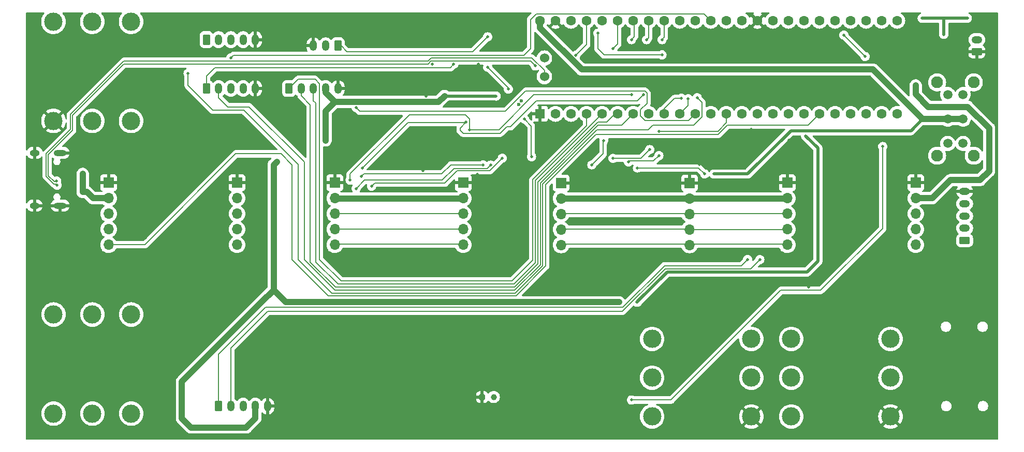
<source format=gbl>
%TF.GenerationSoftware,KiCad,Pcbnew,8.0.0*%
%TF.CreationDate,2024-12-30T19:36:06+01:00*%
%TF.ProjectId,teensyAudioMidi,7465656e-7379-4417-9564-696f4d696469,rev?*%
%TF.SameCoordinates,Original*%
%TF.FileFunction,Copper,L4,Bot*%
%TF.FilePolarity,Positive*%
%FSLAX46Y46*%
G04 Gerber Fmt 4.6, Leading zero omitted, Abs format (unit mm)*
G04 Created by KiCad (PCBNEW 8.0.0) date 2024-12-30 19:36:06*
%MOMM*%
%LPD*%
G01*
G04 APERTURE LIST*
G04 Aperture macros list*
%AMRoundRect*
0 Rectangle with rounded corners*
0 $1 Rounding radius*
0 $2 $3 $4 $5 $6 $7 $8 $9 X,Y pos of 4 corners*
0 Add a 4 corners polygon primitive as box body*
4,1,4,$2,$3,$4,$5,$6,$7,$8,$9,$2,$3,0*
0 Add four circle primitives for the rounded corners*
1,1,$1+$1,$2,$3*
1,1,$1+$1,$4,$5*
1,1,$1+$1,$6,$7*
1,1,$1+$1,$8,$9*
0 Add four rect primitives between the rounded corners*
20,1,$1+$1,$2,$3,$4,$5,0*
20,1,$1+$1,$4,$5,$6,$7,0*
20,1,$1+$1,$6,$7,$8,$9,0*
20,1,$1+$1,$8,$9,$2,$3,0*%
G04 Aperture macros list end*
%TA.AperFunction,ComponentPad*%
%ADD10O,1.700000X1.700000*%
%TD*%
%TA.AperFunction,ComponentPad*%
%ADD11R,1.700000X1.700000*%
%TD*%
%TA.AperFunction,ComponentPad*%
%ADD12RoundRect,0.250000X-0.250000X-0.250000X0.250000X-0.250000X0.250000X0.250000X-0.250000X0.250000X0*%
%TD*%
%TA.AperFunction,ComponentPad*%
%ADD13C,1.000000*%
%TD*%
%TA.AperFunction,ComponentPad*%
%ADD14RoundRect,0.250000X0.625000X-0.350000X0.625000X0.350000X-0.625000X0.350000X-0.625000X-0.350000X0*%
%TD*%
%TA.AperFunction,ComponentPad*%
%ADD15O,1.750000X1.200000*%
%TD*%
%TA.AperFunction,ComponentPad*%
%ADD16RoundRect,0.250000X-0.350000X-0.625000X0.350000X-0.625000X0.350000X0.625000X-0.350000X0.625000X0*%
%TD*%
%TA.AperFunction,ComponentPad*%
%ADD17O,1.200000X1.750000*%
%TD*%
%TA.AperFunction,ComponentPad*%
%ADD18O,2.100000X1.000000*%
%TD*%
%TA.AperFunction,ComponentPad*%
%ADD19O,1.600000X1.000000*%
%TD*%
%TA.AperFunction,ComponentPad*%
%ADD20RoundRect,0.250000X0.350000X0.625000X-0.350000X0.625000X-0.350000X-0.625000X0.350000X-0.625000X0*%
%TD*%
%TA.AperFunction,ComponentPad*%
%ADD21C,3.000000*%
%TD*%
%TA.AperFunction,ComponentPad*%
%ADD22C,1.524000*%
%TD*%
%TA.AperFunction,ComponentPad*%
%ADD23R,1.600000X1.600000*%
%TD*%
%TA.AperFunction,ComponentPad*%
%ADD24C,1.600000*%
%TD*%
%TA.AperFunction,ComponentPad*%
%ADD25C,1.950000*%
%TD*%
%TA.AperFunction,ComponentPad*%
%ADD26C,1.500000*%
%TD*%
%TA.AperFunction,ViaPad*%
%ADD27C,0.500000*%
%TD*%
%TA.AperFunction,ViaPad*%
%ADD28C,0.600000*%
%TD*%
%TA.AperFunction,Conductor*%
%ADD29C,0.500000*%
%TD*%
%TA.AperFunction,Conductor*%
%ADD30C,1.000000*%
%TD*%
%TA.AperFunction,Conductor*%
%ADD31C,0.200000*%
%TD*%
%TA.AperFunction,Conductor*%
%ADD32C,0.150000*%
%TD*%
G04 APERTURE END LIST*
D10*
X66000000Y-63585051D03*
X45000000Y-63585000D03*
X66000000Y-61045051D03*
X45000000Y-61045000D03*
X66000000Y-58505051D03*
X45000000Y-58505000D03*
X66000000Y-55965051D03*
X45000000Y-55965000D03*
D11*
X66000000Y-53425051D03*
X45000000Y-53425000D03*
X82000000Y-53425000D03*
X103000000Y-53425051D03*
D10*
X82000000Y-55965000D03*
X103000000Y-55965051D03*
X82000000Y-58505000D03*
X103000000Y-58505051D03*
X82000000Y-61045000D03*
X103000000Y-61045051D03*
X82000000Y-63585000D03*
X103000000Y-63585051D03*
D11*
X119000000Y-53460000D03*
X140000000Y-53460051D03*
D10*
X119000000Y-56000000D03*
X140000000Y-56000051D03*
X119000000Y-58540000D03*
X140000000Y-58540051D03*
X119000000Y-61080000D03*
X140000000Y-61080051D03*
X119000000Y-63620000D03*
X140000000Y-63620051D03*
X177000000Y-63585051D03*
X156000000Y-63585000D03*
X177000000Y-61045051D03*
X156000000Y-61045000D03*
X177000000Y-58505051D03*
X156000000Y-58505000D03*
X177000000Y-55965051D03*
X156000000Y-55965000D03*
D11*
X177000000Y-53425051D03*
X156000000Y-53425000D03*
D12*
X106100000Y-88500000D03*
D13*
X108000000Y-88500000D03*
D14*
X185000000Y-62865836D03*
D15*
X185000000Y-60865836D03*
X185000000Y-58865836D03*
X185000000Y-56865836D03*
X185000000Y-54865836D03*
D16*
X63000000Y-90000000D03*
D17*
X65000000Y-90000000D03*
X67000000Y-90000000D03*
X69000000Y-90000000D03*
X71000000Y-90000000D03*
D18*
X37080000Y-48540000D03*
D19*
X32900000Y-48540000D03*
D18*
X37080000Y-57180000D03*
D19*
X32900000Y-57180000D03*
D16*
X61000000Y-38000000D03*
D17*
X63000000Y-38000000D03*
X65000000Y-38000000D03*
X67000000Y-38000000D03*
X69000000Y-38000000D03*
D20*
X82500000Y-31000000D03*
D17*
X80500000Y-31000000D03*
X78500000Y-31000000D03*
D21*
X133890000Y-79000000D03*
X150120000Y-79000000D03*
X133890000Y-91700000D03*
X150120000Y-91700000D03*
X133890000Y-85350000D03*
X150120000Y-85350000D03*
X42331020Y-43307339D03*
X42331020Y-27077339D03*
X35981020Y-43307339D03*
X35981020Y-27077339D03*
X48681020Y-43307339D03*
X48681020Y-27077339D03*
D14*
X187000000Y-32000000D03*
D15*
X187000000Y-30000000D03*
D16*
X74500000Y-38000000D03*
D17*
X76500000Y-38000000D03*
X78500000Y-38000000D03*
X80500000Y-38000000D03*
X82500000Y-38000000D03*
D21*
X172875000Y-85350000D03*
X156645000Y-85350000D03*
X172875000Y-91700000D03*
X156645000Y-91700000D03*
X172875000Y-79000000D03*
X156645000Y-79000000D03*
D16*
X61000000Y-30000000D03*
D17*
X63000000Y-30000000D03*
X65000000Y-30000000D03*
X67000000Y-30000000D03*
X69000000Y-30000000D03*
D21*
X42350000Y-91230000D03*
X42350000Y-75000000D03*
X36000000Y-91230000D03*
X36000000Y-75000000D03*
X48700000Y-91230000D03*
X48700000Y-75000000D03*
D22*
X116270000Y-36030000D03*
X116270000Y-33030000D03*
D23*
X115560000Y-42150000D03*
D24*
X118100000Y-42150000D03*
X120640000Y-42150000D03*
X123180000Y-42150000D03*
X125720000Y-42150000D03*
X128260000Y-42150000D03*
X130800000Y-42150000D03*
X133340000Y-42150000D03*
X135880000Y-42150000D03*
X138420000Y-42150000D03*
X140960000Y-42150000D03*
X143500000Y-42150000D03*
X146040000Y-42150000D03*
X148580000Y-42150000D03*
X151120000Y-42150000D03*
X153660000Y-42150000D03*
X156200000Y-42150000D03*
X158740000Y-42150000D03*
X161280000Y-42150000D03*
X163820000Y-42150000D03*
X166360000Y-42150000D03*
X168900000Y-42150000D03*
X171440000Y-42150000D03*
X173980000Y-42150000D03*
X173980000Y-26910000D03*
X171440000Y-26910000D03*
X168900000Y-26910000D03*
X166360000Y-26910000D03*
X163820000Y-26910000D03*
X161280000Y-26910000D03*
X158740000Y-26910000D03*
X156200000Y-26910000D03*
X153660000Y-26910000D03*
X151120000Y-26910000D03*
X148580000Y-26910000D03*
X146040000Y-26910000D03*
X143500000Y-26910000D03*
X140960000Y-26910000D03*
X138420000Y-26910000D03*
X135880000Y-26910000D03*
X133340000Y-26910000D03*
X130800000Y-26910000D03*
X128260000Y-26910000D03*
X125720000Y-26910000D03*
X123180000Y-26910000D03*
X120640000Y-26910000D03*
X118100000Y-26910000D03*
X115560000Y-26910000D03*
D25*
X180500000Y-37000000D03*
X186500000Y-37000000D03*
X180500000Y-49000000D03*
X186500000Y-49000000D03*
D26*
X182250000Y-47000000D03*
X182250000Y-43000000D03*
X182250000Y-39000000D03*
X184750000Y-39000000D03*
X184750000Y-43000000D03*
X184750000Y-47000000D03*
D27*
X130500000Y-59500000D03*
X82500000Y-49000000D03*
X122000000Y-73000000D03*
X128500000Y-73000000D03*
X131500000Y-73000000D03*
X105318578Y-52030712D03*
X51000000Y-53000000D03*
X95570000Y-35680000D03*
X111600000Y-35910000D03*
X111920000Y-49020000D03*
X107420000Y-49190000D03*
X97940000Y-34050000D03*
X123626208Y-77950000D03*
X126775000Y-77950000D03*
X105500000Y-47500000D03*
X82000000Y-88500000D03*
X40500000Y-69500000D03*
X141590000Y-50440000D03*
X105500000Y-34050000D03*
X104500000Y-48000000D03*
D28*
X112115735Y-40615735D03*
D27*
X159500000Y-70500000D03*
X146220000Y-38420000D03*
X123780000Y-75520000D03*
X154760000Y-38680000D03*
X42500000Y-61500000D03*
X150080000Y-44720000D03*
X42500000Y-60000000D03*
X156370000Y-33470000D03*
X96532500Y-46940000D03*
X136650000Y-48690000D03*
D28*
X112500000Y-40000000D03*
D27*
X110180000Y-51690000D03*
X110170000Y-50550000D03*
X104847429Y-47050000D03*
X188000000Y-69000000D03*
X175940000Y-35910000D03*
X104000000Y-92500000D03*
X178160000Y-29130000D03*
X166000000Y-54500000D03*
X110500000Y-48500000D03*
X96940000Y-39240000D03*
X51000000Y-62500000D03*
X183000000Y-71500000D03*
X158700000Y-49850000D03*
X122920000Y-77000000D03*
X105500000Y-28500000D03*
X182000000Y-56500000D03*
X182880000Y-29910000D03*
X109000000Y-53000000D03*
X96392500Y-51440000D03*
X156240000Y-46490000D03*
X176000000Y-89000000D03*
X144000000Y-52000000D03*
X80500000Y-46500000D03*
X108390000Y-39240000D03*
X161000000Y-66250000D03*
X72500000Y-50000000D03*
X99930000Y-39220000D03*
X159000000Y-45760000D03*
X88000000Y-54000000D03*
X109401409Y-49401409D03*
X86361091Y-52361091D03*
X106240000Y-50530000D03*
X85497388Y-54375051D03*
X107480000Y-50545000D03*
X36571169Y-53827325D03*
X36510000Y-53130000D03*
X114790000Y-34305000D03*
X142500000Y-52000000D03*
X131500000Y-51000000D03*
X127500000Y-49450000D03*
X133500000Y-48000000D03*
X138670000Y-39610000D03*
X135500000Y-32500000D03*
X125000000Y-28950000D03*
X107000000Y-29550000D03*
X84500000Y-53000000D03*
X130500000Y-39010000D03*
X104000000Y-44780000D03*
X133000000Y-30000000D03*
X103450000Y-43500000D03*
X132500000Y-39000000D03*
X86500000Y-51000000D03*
X135500000Y-30000000D03*
X149500000Y-66000000D03*
X151500000Y-66000000D03*
X65000000Y-32975000D03*
X101450000Y-34050000D03*
X85500000Y-41140000D03*
X58000000Y-35500000D03*
X141250000Y-39500000D03*
X168735000Y-32765000D03*
X165260000Y-29240000D03*
X134990000Y-44980000D03*
X124050000Y-50500000D03*
X126000000Y-46500000D03*
X121421752Y-32578248D03*
X130000000Y-50000000D03*
X135000000Y-49000000D03*
X113000000Y-43000000D03*
X114170000Y-49170000D03*
X130500000Y-30000000D03*
X107000000Y-34500000D03*
X127500000Y-31500000D03*
X110380000Y-38110000D03*
X139800000Y-39680000D03*
X130500000Y-89000000D03*
X171605741Y-47500000D03*
X40770000Y-54940000D03*
X40770000Y-52930000D03*
X40770000Y-51970000D03*
X185450000Y-26490000D03*
X177000000Y-37500000D03*
X181590000Y-29150000D03*
X40770000Y-53920000D03*
X178060000Y-26500000D03*
D29*
X136338909Y-68050000D02*
X131500000Y-72888909D01*
X131500000Y-72888909D02*
X131500000Y-73000000D01*
X159200000Y-68050000D02*
X136338909Y-68050000D01*
X161000000Y-66250000D02*
X159200000Y-68050000D01*
D30*
X123000000Y-73000000D02*
X128500000Y-73000000D01*
X122000000Y-73000000D02*
X123000000Y-73000000D01*
D31*
X149500000Y-66000000D02*
X148500000Y-67000000D01*
X148500000Y-67000000D02*
X135934314Y-67000000D01*
X135934314Y-67000000D02*
X129134314Y-73800000D01*
X63000000Y-81500000D02*
X63000000Y-90000000D01*
X129134314Y-73800000D02*
X70700000Y-73800000D01*
X70700000Y-73800000D02*
X63000000Y-81500000D01*
X151500000Y-66000000D02*
X150000000Y-67500000D01*
X150000000Y-67500000D02*
X136000000Y-67500000D01*
X65000000Y-80500000D02*
X65000000Y-90000000D01*
X136000000Y-67500000D02*
X129000000Y-74500000D01*
X129000000Y-74500000D02*
X71000000Y-74500000D01*
X71000000Y-74500000D02*
X65000000Y-80500000D01*
D29*
X131500000Y-73000000D02*
X131388909Y-73000000D01*
D30*
X122000000Y-73000000D02*
X74000000Y-73000000D01*
X74000000Y-73000000D02*
X72000000Y-71000000D01*
X72500000Y-50000000D02*
X72000000Y-50500000D01*
X72000000Y-50500000D02*
X72000000Y-71000000D01*
X72000000Y-71000000D02*
X70000000Y-73000000D01*
D29*
X182250000Y-43000000D02*
X178130000Y-43000000D01*
X156590000Y-44910000D02*
X149500000Y-52000000D01*
X178130000Y-43000000D02*
X176220000Y-44910000D01*
X176220000Y-44910000D02*
X156590000Y-44910000D01*
X149500000Y-52000000D02*
X144000000Y-52000000D01*
X184750000Y-43000000D02*
X182250000Y-43000000D01*
D30*
X170020000Y-34890000D02*
X122390000Y-34890000D01*
X184750000Y-43000000D02*
X178130000Y-43000000D01*
X122390000Y-34890000D02*
X115560000Y-28060000D01*
X178130000Y-43000000D02*
X170020000Y-34890000D01*
X115560000Y-28060000D02*
X115560000Y-26910000D01*
X177000000Y-38950000D02*
X179050000Y-41000000D01*
X189000000Y-44500000D02*
X189000000Y-51500000D01*
X179050000Y-41000000D02*
X185500000Y-41000000D01*
X177000000Y-37500000D02*
X177000000Y-38950000D01*
X187520000Y-52980000D02*
X182687132Y-52980000D01*
X185500000Y-41000000D02*
X189000000Y-44500000D01*
X179702081Y-55965051D02*
X177000000Y-55965051D01*
X189000000Y-51500000D02*
X187520000Y-52980000D01*
X182687132Y-52980000D02*
X179702081Y-55965051D01*
D31*
X141500000Y-51000000D02*
X131500000Y-51000000D01*
X142500000Y-52000000D02*
X141500000Y-51000000D01*
X85497388Y-54375051D02*
X86872439Y-53000000D01*
X106945000Y-51080000D02*
X107480000Y-50545000D01*
X86872439Y-53000000D02*
X99540000Y-53000000D01*
X99540000Y-53000000D02*
X101460000Y-51080000D01*
X101460000Y-51080000D02*
X106945000Y-51080000D01*
X86361091Y-52361091D02*
X86722182Y-52000000D01*
X86722182Y-52000000D02*
X99500000Y-52000000D01*
X99500000Y-52000000D02*
X100970000Y-50530000D01*
X100970000Y-50530000D02*
X106240000Y-50530000D01*
X88000000Y-54000000D02*
X88500000Y-53500000D01*
X100000000Y-53500000D02*
X102020000Y-51480000D01*
X107322818Y-51480000D02*
X109401409Y-49401409D01*
X88500000Y-53500000D02*
X100000000Y-53500000D01*
X102020000Y-51480000D02*
X107322818Y-51480000D01*
X45000000Y-63585000D02*
X50915000Y-63585000D01*
X50915000Y-63585000D02*
X65800000Y-48700000D01*
X73200000Y-48700000D02*
X75000000Y-50500000D01*
X144675686Y-45530000D02*
X146205686Y-44000000D01*
X80900000Y-71900000D02*
X111665686Y-71900000D01*
X75000000Y-50500000D02*
X75000000Y-66000000D01*
X65800000Y-48700000D02*
X73200000Y-48700000D01*
X159430000Y-44000000D02*
X161280000Y-42150000D01*
X75000000Y-66000000D02*
X80900000Y-71900000D01*
X124667058Y-45530000D02*
X144675686Y-45530000D01*
X111665686Y-71900000D02*
X116500000Y-67065686D01*
X116500000Y-67065686D02*
X116500000Y-53697058D01*
X116500000Y-53697058D02*
X124667058Y-45530000D01*
X146205686Y-44000000D02*
X159430000Y-44000000D01*
X103410000Y-43540000D02*
X93960000Y-43540000D01*
X103450000Y-43500000D02*
X103410000Y-43540000D01*
X93960000Y-43540000D02*
X86500000Y-51000000D01*
X103450000Y-43500000D02*
X102480000Y-44470000D01*
X110720000Y-44260000D02*
X114980000Y-40000000D01*
X102480000Y-44470000D02*
X102480000Y-44810000D01*
X110100000Y-44260000D02*
X110720000Y-44260000D01*
X102480000Y-44810000D02*
X103000000Y-45330000D01*
X103000000Y-45330000D02*
X109030000Y-45330000D01*
X109030000Y-45330000D02*
X110100000Y-44260000D01*
X114980000Y-40000000D02*
X131500000Y-40000000D01*
X131500000Y-40000000D02*
X132500000Y-39000000D01*
X104000000Y-44780000D02*
X104000000Y-43000000D01*
X104000000Y-43000000D02*
X103320000Y-42320000D01*
X103320000Y-42320000D02*
X94180000Y-42320000D01*
X94180000Y-42320000D02*
X84500000Y-52000000D01*
X84500000Y-52000000D02*
X84500000Y-53000000D01*
X104000000Y-44780000D02*
X104054663Y-44725337D01*
X114570000Y-39010000D02*
X130500000Y-39010000D01*
X104054663Y-44725337D02*
X108854663Y-44725337D01*
X108854663Y-44725337D02*
X114570000Y-39010000D01*
X133050000Y-40450000D02*
X132000000Y-41500000D01*
X85500000Y-41140000D02*
X86110000Y-41750000D01*
X109901471Y-41750000D02*
X113201471Y-38450000D01*
X113201471Y-38450000D02*
X132727818Y-38450000D01*
X133050000Y-38772182D02*
X133050000Y-40450000D01*
X132727818Y-38450000D02*
X133050000Y-38772182D01*
X86110000Y-41750000D02*
X109901471Y-41750000D01*
X132000000Y-41500000D02*
X132000000Y-42500000D01*
X132000000Y-42500000D02*
X132750000Y-43250000D01*
X132750000Y-43250000D02*
X139860000Y-43250000D01*
X139860000Y-43250000D02*
X140960000Y-42150000D01*
X137000000Y-89000000D02*
X130500000Y-89000000D01*
X154950000Y-71050000D02*
X137000000Y-89000000D01*
X161450000Y-71050000D02*
X154950000Y-71050000D01*
X171605741Y-60894259D02*
X161450000Y-71050000D01*
X171605741Y-47500000D02*
X171605741Y-60894259D01*
D30*
X40770000Y-54940000D02*
X41440000Y-54940000D01*
X41440000Y-54940000D02*
X42465000Y-55965000D01*
X42465000Y-55965000D02*
X45000000Y-55965000D01*
D31*
X103000000Y-63585051D02*
X102914949Y-63500000D01*
X102914949Y-63500000D02*
X82085000Y-63500000D01*
X82085000Y-63500000D02*
X82000000Y-63585000D01*
X82000000Y-61045000D02*
X82045000Y-61000000D01*
X82045000Y-61000000D02*
X102954949Y-61000000D01*
X102954949Y-61000000D02*
X103000000Y-61045051D01*
X82000000Y-58505000D02*
X82005000Y-58500000D01*
X82005000Y-58500000D02*
X102994949Y-58500000D01*
X102994949Y-58500000D02*
X103000000Y-58505051D01*
D30*
X82000000Y-55965000D02*
X82035000Y-56000000D01*
X82035000Y-56000000D02*
X102965051Y-56000000D01*
X102965051Y-56000000D02*
X103000000Y-55965051D01*
D31*
X156000000Y-63585000D02*
X155915000Y-63500000D01*
X140120051Y-63500000D02*
X140000000Y-63620051D01*
X155915000Y-63500000D02*
X140120051Y-63500000D01*
X119000000Y-63620000D02*
X119120000Y-63500000D01*
X139879949Y-63500000D02*
X140000000Y-63620051D01*
X119120000Y-63500000D02*
X139879949Y-63500000D01*
X140000000Y-61080051D02*
X139919949Y-61000000D01*
X139919949Y-61000000D02*
X119080000Y-61000000D01*
X119080000Y-61000000D02*
X119000000Y-61080000D01*
X119000000Y-58540000D02*
X119040000Y-58500000D01*
X119040000Y-58500000D02*
X139959949Y-58500000D01*
X139959949Y-58500000D02*
X140000000Y-58540051D01*
D30*
X119000000Y-56000000D02*
X139999949Y-56000000D01*
X139999949Y-56000000D02*
X140000000Y-56000051D01*
D31*
X119000000Y-53460000D02*
X119040000Y-53500000D01*
X139960051Y-53500000D02*
X140000000Y-53460051D01*
X140000000Y-61080051D02*
X155964949Y-61080051D01*
X155964949Y-61080051D02*
X156000000Y-61045000D01*
D30*
X140000000Y-56000051D02*
X140000051Y-56000000D01*
X140000051Y-56000000D02*
X155965000Y-56000000D01*
X155965000Y-56000000D02*
X156000000Y-55965000D01*
D29*
X161000000Y-66250000D02*
X161000000Y-47760000D01*
X161000000Y-47760000D02*
X159000000Y-45760000D01*
D31*
X165260000Y-29240000D02*
X165260000Y-29290000D01*
X165260000Y-29290000D02*
X168735000Y-32765000D01*
X121421752Y-32578248D02*
X123180000Y-30820000D01*
X123180000Y-30820000D02*
X123180000Y-26910000D01*
X126060000Y-32500000D02*
X135500000Y-32500000D01*
X125000000Y-28950000D02*
X125000000Y-31440000D01*
X125000000Y-31440000D02*
X126060000Y-32500000D01*
X146040000Y-43600000D02*
X146040000Y-42150000D01*
X144660000Y-44980000D02*
X146040000Y-43600000D01*
X134990000Y-44980000D02*
X144660000Y-44980000D01*
X127500000Y-49450000D02*
X132050000Y-49450000D01*
X132050000Y-49450000D02*
X133500000Y-48000000D01*
X134130000Y-49870000D02*
X135000000Y-49000000D01*
X130000000Y-50000000D02*
X130130000Y-49870000D01*
X130130000Y-49870000D02*
X134130000Y-49870000D01*
X125910000Y-46590000D02*
X126000000Y-46500000D01*
X124050000Y-50500000D02*
X125910000Y-48640000D01*
X125910000Y-48640000D02*
X125910000Y-46590000D01*
D30*
X70000000Y-73000000D02*
X57000000Y-86000000D01*
X69000000Y-92000000D02*
X69000000Y-90000000D01*
X57000000Y-92000000D02*
X57000000Y-86000000D01*
X57000000Y-92000000D02*
X58500000Y-93500000D01*
X58500000Y-93500000D02*
X67500000Y-93500000D01*
X67500000Y-93500000D02*
X69000000Y-92000000D01*
D31*
X130800000Y-42150000D02*
X128950000Y-44000000D01*
X77000000Y-66000000D02*
X77000000Y-50000000D01*
X115600000Y-53465686D02*
X115600000Y-66834314D01*
X115600000Y-66834314D02*
X111434314Y-71000000D01*
X128950000Y-44000000D02*
X125065686Y-44000000D01*
X111434314Y-71000000D02*
X82000000Y-71000000D01*
X125065686Y-44000000D02*
X115600000Y-53465686D01*
X68000000Y-41000000D02*
X64500000Y-41000000D01*
X82000000Y-71000000D02*
X77000000Y-66000000D01*
X77000000Y-50000000D02*
X68000000Y-41000000D01*
X64500000Y-41000000D02*
X63000000Y-39500000D01*
X63000000Y-39500000D02*
X63000000Y-38000000D01*
X141250000Y-39500000D02*
X142060000Y-40310000D01*
X142060000Y-42605635D02*
X140665635Y-44000000D01*
X116000000Y-67000000D02*
X111500000Y-71500000D01*
X140665635Y-44000000D02*
X134000000Y-44000000D01*
X134000000Y-44000000D02*
X133242157Y-44757843D01*
X133242157Y-44757843D02*
X124873529Y-44757843D01*
X116000000Y-53631372D02*
X116000000Y-67000000D01*
X111500000Y-71500000D02*
X81500000Y-71500000D01*
X142060000Y-40310000D02*
X142060000Y-42605635D01*
X81500000Y-71500000D02*
X76000000Y-66000000D01*
X124873529Y-44757843D02*
X116000000Y-53631372D01*
X76000000Y-66000000D02*
X76000000Y-50434314D01*
X62050000Y-41550000D02*
X58000000Y-37500000D01*
X76000000Y-50434314D02*
X67115686Y-41550000D01*
X67115686Y-41550000D02*
X62050000Y-41550000D01*
X58000000Y-37500000D02*
X58000000Y-35500000D01*
X114800000Y-53070000D02*
X114800000Y-66502942D01*
X114800000Y-66502942D02*
X111302942Y-70000000D01*
X111302942Y-70000000D02*
X82500000Y-70000000D01*
X82500000Y-70000000D02*
X78900000Y-66400000D01*
X125720000Y-42150000D02*
X114800000Y-53070000D01*
X78900000Y-66400000D02*
X78900000Y-40400000D01*
X78900000Y-40400000D02*
X78500000Y-40000000D01*
X78500000Y-40000000D02*
X78500000Y-38000000D01*
X125000000Y-43500000D02*
X115200000Y-53300000D01*
X115200000Y-53300000D02*
X115200000Y-66668628D01*
X128260000Y-42150000D02*
X127850000Y-42150000D01*
X82065686Y-70500000D02*
X78000000Y-66434314D01*
X127850000Y-42150000D02*
X126500000Y-43500000D01*
X126500000Y-43500000D02*
X125000000Y-43500000D01*
X115200000Y-66668628D02*
X111368628Y-70500000D01*
X78000000Y-66434314D02*
X78000000Y-40664214D01*
X111368628Y-70500000D02*
X82065686Y-70500000D01*
X78000000Y-40664214D02*
X76500000Y-39164214D01*
X76500000Y-39164214D02*
X76500000Y-38000000D01*
X123180000Y-42200000D02*
X123180000Y-44124314D01*
X83000000Y-69500000D02*
X79500000Y-66000000D01*
X114400000Y-66100000D02*
X111000000Y-69500000D01*
X114400000Y-52904315D02*
X114400000Y-66100000D01*
X111000000Y-69500000D02*
X83000000Y-69500000D01*
X123180000Y-44124314D02*
X114400000Y-52904315D01*
X79500000Y-66000000D02*
X79500000Y-37226104D01*
X79500000Y-37226104D02*
X78773896Y-36500000D01*
X78773896Y-36500000D02*
X76000000Y-36500000D01*
X76000000Y-36500000D02*
X74500000Y-38000000D01*
D30*
X40770000Y-54940000D02*
X40770000Y-54230000D01*
D31*
X135880000Y-41330000D02*
X135880000Y-42150000D01*
X138670000Y-39610000D02*
X137600000Y-39610000D01*
X137600000Y-39610000D02*
X135880000Y-41330000D01*
X139800000Y-39680000D02*
X139800000Y-40770000D01*
X139800000Y-40770000D02*
X138420000Y-42150000D01*
X128260000Y-30740000D02*
X128260000Y-26910000D01*
X127500000Y-31500000D02*
X128260000Y-30740000D01*
X131000000Y-29500000D02*
X131000000Y-27110000D01*
X131000000Y-27110000D02*
X130800000Y-26910000D01*
X130500000Y-30000000D02*
X131000000Y-29500000D01*
D32*
X36571169Y-53827325D02*
X36398844Y-53655000D01*
X36292537Y-53655000D02*
X36260615Y-53623078D01*
X36398844Y-53655000D02*
X36292537Y-53655000D01*
X47500000Y-33500000D02*
X97252563Y-33500000D01*
X36260615Y-53623078D02*
X36005590Y-53623078D01*
X36005590Y-53623078D02*
X34785000Y-52402487D01*
X34785000Y-52402487D02*
X34785000Y-48694010D01*
X97252563Y-33500000D02*
X97767563Y-32985000D01*
X34785000Y-48694010D02*
X38775000Y-44704010D01*
X38775000Y-44704010D02*
X38775000Y-42225000D01*
X38775000Y-42225000D02*
X47500000Y-33500000D01*
X97767563Y-32985000D02*
X114212463Y-32985000D01*
X114212463Y-32985000D02*
X116270000Y-35042537D01*
X116270000Y-35042537D02*
X116270000Y-36030000D01*
D31*
X107000000Y-29550000D02*
X104550000Y-32000000D01*
X104550000Y-32000000D02*
X84000000Y-32000000D01*
X84000000Y-32000000D02*
X83000000Y-31000000D01*
X83000000Y-31000000D02*
X82500000Y-31000000D01*
X140000000Y-58500049D02*
X155999951Y-58500049D01*
X155999951Y-58500049D02*
X156000000Y-58500000D01*
D29*
X108380000Y-39230000D02*
X108390000Y-39240000D01*
X99930000Y-39220000D02*
X99940000Y-39230000D01*
D30*
X80500000Y-46500000D02*
X80500000Y-41690000D01*
X98960000Y-40190000D02*
X82000000Y-40190000D01*
X80500000Y-41690000D02*
X82000000Y-40190000D01*
X82000000Y-40190000D02*
X80500000Y-38690000D01*
X80500000Y-38690000D02*
X80500000Y-38000000D01*
X99930000Y-39220000D02*
X98960000Y-40190000D01*
D29*
X99940000Y-39230000D02*
X108380000Y-39230000D01*
D32*
X39125000Y-42375000D02*
X47500000Y-34000000D01*
X97247537Y-34000000D02*
X97722537Y-33525000D01*
X36510000Y-53130000D02*
X36366922Y-53273078D01*
X36150566Y-53273078D02*
X35135000Y-52257512D01*
X97722537Y-33525000D02*
X114010000Y-33525000D01*
X114010000Y-33525000D02*
X114790000Y-34305000D01*
X35135000Y-48838984D02*
X39125000Y-44848984D01*
X36366922Y-53273078D02*
X36150566Y-53273078D01*
X39125000Y-44848984D02*
X39125000Y-42375000D01*
X47500000Y-34000000D02*
X97247537Y-34000000D01*
X35135000Y-52257512D02*
X35135000Y-48838984D01*
D31*
X133340000Y-29660000D02*
X133340000Y-26910000D01*
X133000000Y-30000000D02*
X133340000Y-29660000D01*
X135880000Y-29620000D02*
X135880000Y-26910000D01*
X135500000Y-30000000D02*
X135880000Y-29620000D01*
X114940000Y-25810000D02*
X142400000Y-25810000D01*
X112950000Y-32550000D02*
X114000000Y-31500000D01*
X65425000Y-32550000D02*
X112950000Y-32550000D01*
X114000000Y-31500000D02*
X114000000Y-26750000D01*
X114000000Y-26750000D02*
X114940000Y-25810000D01*
X65000000Y-32975000D02*
X65425000Y-32550000D01*
X142400000Y-25810000D02*
X143500000Y-26910000D01*
X101450000Y-34050000D02*
X100900000Y-34600000D01*
X61000000Y-38000000D02*
X61452208Y-38000000D01*
X62400000Y-34600000D02*
X61000000Y-36000000D01*
X100900000Y-34600000D02*
X62400000Y-34600000D01*
X61000000Y-36000000D02*
X61000000Y-38000000D01*
X113000000Y-43000000D02*
X114140000Y-44140000D01*
X114140000Y-44140000D02*
X114140000Y-49140000D01*
X114140000Y-49140000D02*
X114170000Y-49170000D01*
X110380000Y-37880000D02*
X110380000Y-38110000D01*
X107000000Y-34500000D02*
X110380000Y-37880000D01*
D29*
X181590000Y-26500000D02*
X185440000Y-26500000D01*
D30*
X40770000Y-53920000D02*
X40770000Y-52930000D01*
D29*
X181590000Y-26500000D02*
X181590000Y-29150000D01*
X178060000Y-26500000D02*
X181590000Y-26500000D01*
D30*
X40770000Y-52930000D02*
X40770000Y-51970000D01*
X40770000Y-54940000D02*
X40770000Y-53920000D01*
D29*
X185440000Y-26500000D02*
X185450000Y-26490000D01*
%TA.AperFunction,Conductor*%
G36*
X177858938Y-25560185D02*
G01*
X177904693Y-25612989D01*
X177914637Y-25682147D01*
X177885612Y-25745703D01*
X177839347Y-25779062D01*
X177837403Y-25779868D01*
X177795466Y-25797237D01*
X177788974Y-25799715D01*
X177732314Y-25819542D01*
X177732309Y-25819544D01*
X177723147Y-25825300D01*
X177704657Y-25834852D01*
X177704513Y-25834911D01*
X177704499Y-25834918D01*
X177653254Y-25869159D01*
X177650339Y-25871048D01*
X177589114Y-25909519D01*
X177589107Y-25909525D01*
X177469525Y-26029107D01*
X177469519Y-26029114D01*
X177431048Y-26090339D01*
X177429159Y-26093254D01*
X177394918Y-26144499D01*
X177394911Y-26144513D01*
X177394852Y-26144657D01*
X177385300Y-26163147D01*
X177379544Y-26172309D01*
X177379542Y-26172314D01*
X177359715Y-26228974D01*
X177357237Y-26235466D01*
X177338341Y-26281088D01*
X177338339Y-26281097D01*
X177335903Y-26293341D01*
X177331330Y-26310097D01*
X177323687Y-26331939D01*
X177323687Y-26331940D01*
X177318341Y-26379382D01*
X177316739Y-26389685D01*
X177309500Y-26426081D01*
X177309500Y-26450890D01*
X177308720Y-26464774D01*
X177305878Y-26490000D01*
X177304751Y-26500000D01*
X177306803Y-26518215D01*
X177308720Y-26535223D01*
X177309500Y-26549108D01*
X177309500Y-26573916D01*
X177316739Y-26610312D01*
X177318341Y-26620616D01*
X177323687Y-26668059D01*
X177331330Y-26689902D01*
X177335904Y-26706659D01*
X177338342Y-26718913D01*
X177355781Y-26761016D01*
X177357235Y-26764525D01*
X177359708Y-26771003D01*
X177376045Y-26817690D01*
X177379543Y-26827687D01*
X177379546Y-26827694D01*
X177385295Y-26836844D01*
X177394851Y-26855340D01*
X177394912Y-26855488D01*
X177394916Y-26855495D01*
X177429169Y-26906760D01*
X177431054Y-26909669D01*
X177442518Y-26927912D01*
X177463239Y-26960890D01*
X177469523Y-26970890D01*
X177589110Y-27090477D01*
X177650338Y-27128949D01*
X177653247Y-27130834D01*
X177704505Y-27165084D01*
X177704648Y-27165143D01*
X177723162Y-27174708D01*
X177732310Y-27180456D01*
X177786332Y-27199358D01*
X177788979Y-27200285D01*
X177795477Y-27202766D01*
X177841087Y-27221658D01*
X177841095Y-27221660D01*
X177853332Y-27224094D01*
X177870101Y-27228671D01*
X177891938Y-27236312D01*
X177891941Y-27236313D01*
X177939398Y-27241659D01*
X177949689Y-27243260D01*
X177961926Y-27245694D01*
X177986081Y-27250500D01*
X177986082Y-27250500D01*
X178010890Y-27250500D01*
X178024774Y-27251280D01*
X178059998Y-27255249D01*
X178060000Y-27255249D01*
X178060002Y-27255249D01*
X178095226Y-27251280D01*
X178109110Y-27250500D01*
X180715500Y-27250500D01*
X180782539Y-27270185D01*
X180828294Y-27322989D01*
X180839500Y-27374500D01*
X180839500Y-29100890D01*
X180838720Y-29114774D01*
X180834751Y-29149997D01*
X180834751Y-29150000D01*
X180838720Y-29185223D01*
X180839500Y-29199108D01*
X180839500Y-29223916D01*
X180846739Y-29260312D01*
X180848341Y-29270616D01*
X180853687Y-29318059D01*
X180861330Y-29339902D01*
X180865904Y-29356659D01*
X180868342Y-29368913D01*
X180886739Y-29413329D01*
X180887235Y-29414525D01*
X180889708Y-29421003D01*
X180897783Y-29444079D01*
X180909543Y-29477687D01*
X180909546Y-29477694D01*
X180915295Y-29486844D01*
X180924851Y-29505340D01*
X180924912Y-29505488D01*
X180924916Y-29505495D01*
X180959169Y-29556760D01*
X180961054Y-29559669D01*
X180999523Y-29620890D01*
X181119110Y-29740477D01*
X181134266Y-29750000D01*
X181180338Y-29778949D01*
X181183247Y-29780834D01*
X181234505Y-29815084D01*
X181234648Y-29815143D01*
X181253162Y-29824708D01*
X181262310Y-29830456D01*
X181316332Y-29849358D01*
X181318979Y-29850285D01*
X181325477Y-29852766D01*
X181371087Y-29871658D01*
X181371095Y-29871660D01*
X181383332Y-29874094D01*
X181400101Y-29878671D01*
X181419863Y-29885586D01*
X181421941Y-29886313D01*
X181469398Y-29891659D01*
X181479689Y-29893260D01*
X181491926Y-29895694D01*
X181516081Y-29900500D01*
X181516082Y-29900500D01*
X181540890Y-29900500D01*
X181554774Y-29901280D01*
X181589998Y-29905249D01*
X181590000Y-29905249D01*
X181590002Y-29905249D01*
X181625226Y-29901280D01*
X181639110Y-29900500D01*
X181663918Y-29900500D01*
X181700317Y-29893259D01*
X181710599Y-29891659D01*
X181758059Y-29886313D01*
X181779911Y-29878665D01*
X181796660Y-29874094D01*
X181808913Y-29871658D01*
X181854531Y-29852762D01*
X181860988Y-29850295D01*
X181917690Y-29830456D01*
X181926836Y-29824708D01*
X181945365Y-29815138D01*
X181945415Y-29815116D01*
X181945495Y-29815084D01*
X181996780Y-29780815D01*
X181999618Y-29778975D01*
X182060890Y-29740477D01*
X182180477Y-29620890D01*
X182218975Y-29559618D01*
X182220821Y-29556772D01*
X182239301Y-29529115D01*
X182255084Y-29505495D01*
X182255138Y-29505365D01*
X182264708Y-29486836D01*
X182270456Y-29477690D01*
X182290295Y-29420988D01*
X182292762Y-29414531D01*
X182311655Y-29368920D01*
X182311654Y-29368920D01*
X182311658Y-29368913D01*
X182314094Y-29356660D01*
X182318665Y-29339911D01*
X182326313Y-29318059D01*
X182331659Y-29270599D01*
X182333260Y-29260312D01*
X182340500Y-29223918D01*
X182340500Y-29199108D01*
X182341280Y-29185223D01*
X182345249Y-29150000D01*
X182345249Y-29149997D01*
X182341280Y-29114774D01*
X182340500Y-29100890D01*
X182340500Y-27374500D01*
X182360185Y-27307461D01*
X182412989Y-27261706D01*
X182464500Y-27250500D01*
X185513920Y-27250500D01*
X185638125Y-27225793D01*
X185658913Y-27221658D01*
X185795495Y-27165084D01*
X185864890Y-27118716D01*
X185918416Y-27082952D01*
X186032951Y-26968416D01*
X186032952Y-26968417D01*
X186032956Y-26968411D01*
X186040477Y-26960890D01*
X186078961Y-26899640D01*
X186080827Y-26896762D01*
X186108406Y-26855488D01*
X186115084Y-26845494D01*
X186115138Y-26845362D01*
X186124706Y-26826839D01*
X186130456Y-26817690D01*
X186150300Y-26760974D01*
X186152753Y-26754550D01*
X186171658Y-26708913D01*
X186174094Y-26696660D01*
X186178665Y-26679911D01*
X186186313Y-26658059D01*
X186191659Y-26610599D01*
X186193259Y-26600317D01*
X186200500Y-26563918D01*
X186200500Y-26539108D01*
X186201280Y-26525223D01*
X186202104Y-26517916D01*
X186205249Y-26490000D01*
X186202264Y-26463511D01*
X186201280Y-26454774D01*
X186200500Y-26440890D01*
X186200500Y-26416078D01*
X186193261Y-26379693D01*
X186191660Y-26369404D01*
X186186313Y-26321941D01*
X186184187Y-26315864D01*
X186178672Y-26300104D01*
X186174095Y-26283339D01*
X186173404Y-26279866D01*
X186171658Y-26271088D01*
X186152759Y-26225464D01*
X186150301Y-26219028D01*
X186130456Y-26162310D01*
X186124708Y-26153163D01*
X186115138Y-26134638D01*
X186115084Y-26134506D01*
X186080840Y-26083257D01*
X186078955Y-26080348D01*
X186046760Y-26029110D01*
X186040477Y-26019110D01*
X185920890Y-25899523D01*
X185920888Y-25899521D01*
X185859657Y-25861047D01*
X185856741Y-25859157D01*
X185805494Y-25824915D01*
X185805486Y-25824911D01*
X185805342Y-25824852D01*
X185786841Y-25815293D01*
X185777691Y-25809544D01*
X185721013Y-25789712D01*
X185714514Y-25787231D01*
X185694790Y-25779061D01*
X185640387Y-25735220D01*
X185618322Y-25668926D01*
X185635601Y-25601226D01*
X185686739Y-25553616D01*
X185742243Y-25540500D01*
X190355500Y-25540500D01*
X190422539Y-25560185D01*
X190468294Y-25612989D01*
X190479500Y-25664500D01*
X190479500Y-95375500D01*
X190459815Y-95442539D01*
X190407011Y-95488294D01*
X190355500Y-95499500D01*
X31604500Y-95499500D01*
X31537461Y-95479815D01*
X31491706Y-95427011D01*
X31480500Y-95375500D01*
X31480500Y-91230001D01*
X33994390Y-91230001D01*
X34014804Y-91515433D01*
X34075628Y-91795037D01*
X34075630Y-91795043D01*
X34075631Y-91795046D01*
X34175633Y-92063161D01*
X34175635Y-92063166D01*
X34312770Y-92314309D01*
X34312775Y-92314317D01*
X34484254Y-92543387D01*
X34484270Y-92543405D01*
X34686594Y-92745729D01*
X34686612Y-92745745D01*
X34915682Y-92917224D01*
X34915690Y-92917229D01*
X35166833Y-93054364D01*
X35166832Y-93054364D01*
X35166836Y-93054365D01*
X35166839Y-93054367D01*
X35434954Y-93154369D01*
X35434960Y-93154370D01*
X35434962Y-93154371D01*
X35714566Y-93215195D01*
X35714568Y-93215195D01*
X35714572Y-93215196D01*
X35968220Y-93233337D01*
X35999999Y-93235610D01*
X36000000Y-93235610D01*
X36000001Y-93235610D01*
X36028595Y-93233564D01*
X36285428Y-93215196D01*
X36565046Y-93154369D01*
X36833161Y-93054367D01*
X37084315Y-92917226D01*
X37313395Y-92745739D01*
X37515739Y-92543395D01*
X37687226Y-92314315D01*
X37824367Y-92063161D01*
X37924369Y-91795046D01*
X37985196Y-91515428D01*
X38005610Y-91230001D01*
X40344390Y-91230001D01*
X40364804Y-91515433D01*
X40425628Y-91795037D01*
X40425630Y-91795043D01*
X40425631Y-91795046D01*
X40525633Y-92063161D01*
X40525635Y-92063166D01*
X40662770Y-92314309D01*
X40662775Y-92314317D01*
X40834254Y-92543387D01*
X40834270Y-92543405D01*
X41036594Y-92745729D01*
X41036612Y-92745745D01*
X41265682Y-92917224D01*
X41265690Y-92917229D01*
X41516833Y-93054364D01*
X41516832Y-93054364D01*
X41516836Y-93054365D01*
X41516839Y-93054367D01*
X41784954Y-93154369D01*
X41784960Y-93154370D01*
X41784962Y-93154371D01*
X42064566Y-93215195D01*
X42064568Y-93215195D01*
X42064572Y-93215196D01*
X42318220Y-93233337D01*
X42349999Y-93235610D01*
X42350000Y-93235610D01*
X42350001Y-93235610D01*
X42378595Y-93233564D01*
X42635428Y-93215196D01*
X42915046Y-93154369D01*
X43183161Y-93054367D01*
X43434315Y-92917226D01*
X43663395Y-92745739D01*
X43865739Y-92543395D01*
X44037226Y-92314315D01*
X44174367Y-92063161D01*
X44274369Y-91795046D01*
X44335196Y-91515428D01*
X44355610Y-91230001D01*
X46694390Y-91230001D01*
X46714804Y-91515433D01*
X46775628Y-91795037D01*
X46775630Y-91795043D01*
X46775631Y-91795046D01*
X46875633Y-92063161D01*
X46875635Y-92063166D01*
X47012770Y-92314309D01*
X47012775Y-92314317D01*
X47184254Y-92543387D01*
X47184270Y-92543405D01*
X47386594Y-92745729D01*
X47386612Y-92745745D01*
X47615682Y-92917224D01*
X47615690Y-92917229D01*
X47866833Y-93054364D01*
X47866832Y-93054364D01*
X47866836Y-93054365D01*
X47866839Y-93054367D01*
X48134954Y-93154369D01*
X48134960Y-93154370D01*
X48134962Y-93154371D01*
X48414566Y-93215195D01*
X48414568Y-93215195D01*
X48414572Y-93215196D01*
X48668220Y-93233337D01*
X48699999Y-93235610D01*
X48700000Y-93235610D01*
X48700001Y-93235610D01*
X48728595Y-93233564D01*
X48985428Y-93215196D01*
X49265046Y-93154369D01*
X49533161Y-93054367D01*
X49784315Y-92917226D01*
X50013395Y-92745739D01*
X50215739Y-92543395D01*
X50387226Y-92314315D01*
X50524367Y-92063161D01*
X50624369Y-91795046D01*
X50685196Y-91515428D01*
X50705610Y-91230000D01*
X50685196Y-90944572D01*
X50685144Y-90944334D01*
X50624371Y-90664962D01*
X50624370Y-90664960D01*
X50624369Y-90664954D01*
X50524367Y-90396839D01*
X50498487Y-90349444D01*
X50387229Y-90145690D01*
X50387224Y-90145682D01*
X50215745Y-89916612D01*
X50215729Y-89916594D01*
X50013405Y-89714270D01*
X50013387Y-89714254D01*
X49784317Y-89542775D01*
X49784309Y-89542770D01*
X49533166Y-89405635D01*
X49533167Y-89405635D01*
X49406812Y-89358507D01*
X49265046Y-89305631D01*
X49265043Y-89305630D01*
X49265037Y-89305628D01*
X48985433Y-89244804D01*
X48700001Y-89224390D01*
X48699999Y-89224390D01*
X48414566Y-89244804D01*
X48134962Y-89305628D01*
X47866833Y-89405635D01*
X47615690Y-89542770D01*
X47615682Y-89542775D01*
X47386612Y-89714254D01*
X47386594Y-89714270D01*
X47184270Y-89916594D01*
X47184254Y-89916612D01*
X47012775Y-90145682D01*
X47012770Y-90145690D01*
X46875635Y-90396833D01*
X46775628Y-90664962D01*
X46714804Y-90944566D01*
X46694390Y-91229998D01*
X46694390Y-91230001D01*
X44355610Y-91230001D01*
X44355610Y-91230000D01*
X44335196Y-90944572D01*
X44335144Y-90944334D01*
X44274371Y-90664962D01*
X44274370Y-90664960D01*
X44274369Y-90664954D01*
X44174367Y-90396839D01*
X44148487Y-90349444D01*
X44037229Y-90145690D01*
X44037224Y-90145682D01*
X43865745Y-89916612D01*
X43865729Y-89916594D01*
X43663405Y-89714270D01*
X43663387Y-89714254D01*
X43434317Y-89542775D01*
X43434309Y-89542770D01*
X43183166Y-89405635D01*
X43183167Y-89405635D01*
X43056812Y-89358507D01*
X42915046Y-89305631D01*
X42915043Y-89305630D01*
X42915037Y-89305628D01*
X42635433Y-89244804D01*
X42350001Y-89224390D01*
X42349999Y-89224390D01*
X42064566Y-89244804D01*
X41784962Y-89305628D01*
X41516833Y-89405635D01*
X41265690Y-89542770D01*
X41265682Y-89542775D01*
X41036612Y-89714254D01*
X41036594Y-89714270D01*
X40834270Y-89916594D01*
X40834254Y-89916612D01*
X40662775Y-90145682D01*
X40662770Y-90145690D01*
X40525635Y-90396833D01*
X40425628Y-90664962D01*
X40364804Y-90944566D01*
X40344390Y-91229998D01*
X40344390Y-91230001D01*
X38005610Y-91230001D01*
X38005610Y-91230000D01*
X37985196Y-90944572D01*
X37985144Y-90944334D01*
X37924371Y-90664962D01*
X37924370Y-90664960D01*
X37924369Y-90664954D01*
X37824367Y-90396839D01*
X37798487Y-90349444D01*
X37687229Y-90145690D01*
X37687224Y-90145682D01*
X37515745Y-89916612D01*
X37515729Y-89916594D01*
X37313405Y-89714270D01*
X37313387Y-89714254D01*
X37084317Y-89542775D01*
X37084309Y-89542770D01*
X36833166Y-89405635D01*
X36833167Y-89405635D01*
X36706812Y-89358507D01*
X36565046Y-89305631D01*
X36565043Y-89305630D01*
X36565037Y-89305628D01*
X36285433Y-89244804D01*
X36000001Y-89224390D01*
X35999999Y-89224390D01*
X35714566Y-89244804D01*
X35434962Y-89305628D01*
X35166833Y-89405635D01*
X34915690Y-89542770D01*
X34915682Y-89542775D01*
X34686612Y-89714254D01*
X34686594Y-89714270D01*
X34484270Y-89916594D01*
X34484254Y-89916612D01*
X34312775Y-90145682D01*
X34312770Y-90145690D01*
X34175635Y-90396833D01*
X34075628Y-90664962D01*
X34014804Y-90944566D01*
X33994390Y-91229998D01*
X33994390Y-91230001D01*
X31480500Y-91230001D01*
X31480500Y-75000001D01*
X33994390Y-75000001D01*
X34014804Y-75285433D01*
X34075628Y-75565037D01*
X34175635Y-75833166D01*
X34312770Y-76084309D01*
X34312775Y-76084317D01*
X34484254Y-76313387D01*
X34484270Y-76313405D01*
X34686594Y-76515729D01*
X34686612Y-76515745D01*
X34915682Y-76687224D01*
X34915690Y-76687229D01*
X35166833Y-76824364D01*
X35166832Y-76824364D01*
X35166836Y-76824365D01*
X35166839Y-76824367D01*
X35434954Y-76924369D01*
X35434960Y-76924370D01*
X35434962Y-76924371D01*
X35714566Y-76985195D01*
X35714568Y-76985195D01*
X35714572Y-76985196D01*
X35968220Y-77003337D01*
X35999999Y-77005610D01*
X36000000Y-77005610D01*
X36000001Y-77005610D01*
X36028595Y-77003564D01*
X36285428Y-76985196D01*
X36565046Y-76924369D01*
X36833161Y-76824367D01*
X37084315Y-76687226D01*
X37313395Y-76515739D01*
X37515739Y-76313395D01*
X37687226Y-76084315D01*
X37824367Y-75833161D01*
X37924369Y-75565046D01*
X37985196Y-75285428D01*
X38005610Y-75000001D01*
X40344390Y-75000001D01*
X40364804Y-75285433D01*
X40425628Y-75565037D01*
X40525635Y-75833166D01*
X40662770Y-76084309D01*
X40662775Y-76084317D01*
X40834254Y-76313387D01*
X40834270Y-76313405D01*
X41036594Y-76515729D01*
X41036612Y-76515745D01*
X41265682Y-76687224D01*
X41265690Y-76687229D01*
X41516833Y-76824364D01*
X41516832Y-76824364D01*
X41516836Y-76824365D01*
X41516839Y-76824367D01*
X41784954Y-76924369D01*
X41784960Y-76924370D01*
X41784962Y-76924371D01*
X42064566Y-76985195D01*
X42064568Y-76985195D01*
X42064572Y-76985196D01*
X42318220Y-77003337D01*
X42349999Y-77005610D01*
X42350000Y-77005610D01*
X42350001Y-77005610D01*
X42378595Y-77003564D01*
X42635428Y-76985196D01*
X42915046Y-76924369D01*
X43183161Y-76824367D01*
X43434315Y-76687226D01*
X43663395Y-76515739D01*
X43865739Y-76313395D01*
X44037226Y-76084315D01*
X44174367Y-75833161D01*
X44274369Y-75565046D01*
X44335196Y-75285428D01*
X44355610Y-75000001D01*
X46694390Y-75000001D01*
X46714804Y-75285433D01*
X46775628Y-75565037D01*
X46875635Y-75833166D01*
X47012770Y-76084309D01*
X47012775Y-76084317D01*
X47184254Y-76313387D01*
X47184270Y-76313405D01*
X47386594Y-76515729D01*
X47386612Y-76515745D01*
X47615682Y-76687224D01*
X47615690Y-76687229D01*
X47866833Y-76824364D01*
X47866832Y-76824364D01*
X47866836Y-76824365D01*
X47866839Y-76824367D01*
X48134954Y-76924369D01*
X48134960Y-76924370D01*
X48134962Y-76924371D01*
X48414566Y-76985195D01*
X48414568Y-76985195D01*
X48414572Y-76985196D01*
X48668220Y-77003337D01*
X48699999Y-77005610D01*
X48700000Y-77005610D01*
X48700001Y-77005610D01*
X48728595Y-77003564D01*
X48985428Y-76985196D01*
X49265046Y-76924369D01*
X49533161Y-76824367D01*
X49784315Y-76687226D01*
X50013395Y-76515739D01*
X50215739Y-76313395D01*
X50387226Y-76084315D01*
X50524367Y-75833161D01*
X50624369Y-75565046D01*
X50685196Y-75285428D01*
X50705610Y-75000000D01*
X50685196Y-74714572D01*
X50624369Y-74434954D01*
X50524367Y-74166839D01*
X50387226Y-73915685D01*
X50387224Y-73915682D01*
X50215745Y-73686612D01*
X50215729Y-73686594D01*
X50013405Y-73484270D01*
X50013387Y-73484254D01*
X49784317Y-73312775D01*
X49784309Y-73312770D01*
X49533166Y-73175635D01*
X49533167Y-73175635D01*
X49380877Y-73118834D01*
X49265046Y-73075631D01*
X49265043Y-73075630D01*
X49265037Y-73075628D01*
X48985433Y-73014804D01*
X48700001Y-72994390D01*
X48699999Y-72994390D01*
X48414566Y-73014804D01*
X48134962Y-73075628D01*
X47866833Y-73175635D01*
X47615690Y-73312770D01*
X47615682Y-73312775D01*
X47386612Y-73484254D01*
X47386594Y-73484270D01*
X47184270Y-73686594D01*
X47184254Y-73686612D01*
X47012775Y-73915682D01*
X47012770Y-73915690D01*
X46875635Y-74166833D01*
X46775628Y-74434962D01*
X46714804Y-74714566D01*
X46694390Y-74999998D01*
X46694390Y-75000001D01*
X44355610Y-75000001D01*
X44355610Y-75000000D01*
X44335196Y-74714572D01*
X44274369Y-74434954D01*
X44174367Y-74166839D01*
X44037226Y-73915685D01*
X44037224Y-73915682D01*
X43865745Y-73686612D01*
X43865729Y-73686594D01*
X43663405Y-73484270D01*
X43663387Y-73484254D01*
X43434317Y-73312775D01*
X43434309Y-73312770D01*
X43183166Y-73175635D01*
X43183167Y-73175635D01*
X43030877Y-73118834D01*
X42915046Y-73075631D01*
X42915043Y-73075630D01*
X42915037Y-73075628D01*
X42635433Y-73014804D01*
X42350001Y-72994390D01*
X42349999Y-72994390D01*
X42064566Y-73014804D01*
X41784962Y-73075628D01*
X41516833Y-73175635D01*
X41265690Y-73312770D01*
X41265682Y-73312775D01*
X41036612Y-73484254D01*
X41036594Y-73484270D01*
X40834270Y-73686594D01*
X40834254Y-73686612D01*
X40662775Y-73915682D01*
X40662770Y-73915690D01*
X40525635Y-74166833D01*
X40425628Y-74434962D01*
X40364804Y-74714566D01*
X40344390Y-74999998D01*
X40344390Y-75000001D01*
X38005610Y-75000001D01*
X38005610Y-75000000D01*
X37985196Y-74714572D01*
X37924369Y-74434954D01*
X37824367Y-74166839D01*
X37687226Y-73915685D01*
X37687224Y-73915682D01*
X37515745Y-73686612D01*
X37515729Y-73686594D01*
X37313405Y-73484270D01*
X37313387Y-73484254D01*
X37084317Y-73312775D01*
X37084309Y-73312770D01*
X36833166Y-73175635D01*
X36833167Y-73175635D01*
X36680877Y-73118834D01*
X36565046Y-73075631D01*
X36565043Y-73075630D01*
X36565037Y-73075628D01*
X36285433Y-73014804D01*
X36000001Y-72994390D01*
X35999999Y-72994390D01*
X35714566Y-73014804D01*
X35434962Y-73075628D01*
X35166833Y-73175635D01*
X34915690Y-73312770D01*
X34915682Y-73312775D01*
X34686612Y-73484254D01*
X34686594Y-73484270D01*
X34484270Y-73686594D01*
X34484254Y-73686612D01*
X34312775Y-73915682D01*
X34312770Y-73915690D01*
X34175635Y-74166833D01*
X34075628Y-74434962D01*
X34014804Y-74714566D01*
X33994390Y-74999998D01*
X33994390Y-75000001D01*
X31480500Y-75000001D01*
X31480500Y-57712220D01*
X31500185Y-57645181D01*
X31552989Y-57599426D01*
X31622147Y-57589482D01*
X31685703Y-57618507D01*
X31709979Y-57648911D01*
X31710426Y-57648613D01*
X31823248Y-57817462D01*
X31823251Y-57817466D01*
X31962533Y-57956748D01*
X31962537Y-57956751D01*
X32126315Y-58066185D01*
X32126328Y-58066192D01*
X32308306Y-58141569D01*
X32308318Y-58141572D01*
X32501504Y-58179999D01*
X32501508Y-58180000D01*
X32650000Y-58180000D01*
X32650000Y-57480000D01*
X33150000Y-57480000D01*
X33150000Y-58180000D01*
X33298492Y-58180000D01*
X33298495Y-58179999D01*
X33491681Y-58141572D01*
X33491693Y-58141569D01*
X33673671Y-58066192D01*
X33673684Y-58066185D01*
X33837462Y-57956751D01*
X33837466Y-57956748D01*
X33976748Y-57817466D01*
X33976751Y-57817462D01*
X34086185Y-57653684D01*
X34086192Y-57653671D01*
X34161569Y-57471692D01*
X34161569Y-57471690D01*
X34169862Y-57430000D01*
X35560138Y-57430000D01*
X35568430Y-57471690D01*
X35568430Y-57471692D01*
X35643807Y-57653671D01*
X35643814Y-57653684D01*
X35753248Y-57817462D01*
X35753251Y-57817466D01*
X35892533Y-57956748D01*
X35892537Y-57956751D01*
X36056315Y-58066185D01*
X36056328Y-58066192D01*
X36238306Y-58141569D01*
X36238318Y-58141572D01*
X36431504Y-58179999D01*
X36431508Y-58180000D01*
X36830000Y-58180000D01*
X36830000Y-57480000D01*
X37330000Y-57480000D01*
X37330000Y-58180000D01*
X37728492Y-58180000D01*
X37728495Y-58179999D01*
X37921681Y-58141572D01*
X37921693Y-58141569D01*
X38103671Y-58066192D01*
X38103684Y-58066185D01*
X38267462Y-57956751D01*
X38267466Y-57956748D01*
X38406748Y-57817466D01*
X38406751Y-57817462D01*
X38516185Y-57653684D01*
X38516192Y-57653671D01*
X38591569Y-57471692D01*
X38591569Y-57471690D01*
X38599862Y-57430000D01*
X37796988Y-57430000D01*
X37814205Y-57420060D01*
X37870060Y-57364205D01*
X37909556Y-57295796D01*
X37930000Y-57219496D01*
X37930000Y-57140504D01*
X37909556Y-57064204D01*
X37870060Y-56995795D01*
X37814205Y-56939940D01*
X37796988Y-56930000D01*
X38599862Y-56930000D01*
X38591569Y-56888309D01*
X38591569Y-56888307D01*
X38516192Y-56706328D01*
X38516185Y-56706315D01*
X38406751Y-56542537D01*
X38406748Y-56542533D01*
X38267466Y-56403251D01*
X38267462Y-56403248D01*
X38103684Y-56293814D01*
X38103671Y-56293807D01*
X37921693Y-56218430D01*
X37921681Y-56218427D01*
X37728495Y-56180000D01*
X37181045Y-56180000D01*
X37114006Y-56160315D01*
X37068251Y-56107511D01*
X37058307Y-56038353D01*
X37073658Y-55994000D01*
X37086279Y-55972138D01*
X37086281Y-55972135D01*
X37125500Y-55825766D01*
X37125500Y-55674234D01*
X37086281Y-55527865D01*
X37010515Y-55396635D01*
X36903365Y-55289485D01*
X36803513Y-55231835D01*
X36772136Y-55213719D01*
X36698950Y-55194109D01*
X36625766Y-55174500D01*
X36474234Y-55174500D01*
X36327863Y-55213719D01*
X36196635Y-55289485D01*
X36196632Y-55289487D01*
X36089487Y-55396632D01*
X36089485Y-55396635D01*
X36013719Y-55527863D01*
X35974500Y-55674234D01*
X35974500Y-55825765D01*
X36013719Y-55972136D01*
X36029806Y-55999999D01*
X36089485Y-56103365D01*
X36089488Y-56103368D01*
X36094432Y-56109811D01*
X36091612Y-56111974D01*
X36117302Y-56159020D01*
X36112318Y-56228712D01*
X36070446Y-56284645D01*
X36061379Y-56290416D01*
X36061387Y-56290427D01*
X35892536Y-56403248D01*
X35753251Y-56542533D01*
X35753248Y-56542537D01*
X35643814Y-56706315D01*
X35643807Y-56706328D01*
X35568430Y-56888307D01*
X35568430Y-56888309D01*
X35560138Y-56930000D01*
X36363012Y-56930000D01*
X36345795Y-56939940D01*
X36289940Y-56995795D01*
X36250444Y-57064204D01*
X36230000Y-57140504D01*
X36230000Y-57219496D01*
X36250444Y-57295796D01*
X36289940Y-57364205D01*
X36345795Y-57420060D01*
X36363012Y-57430000D01*
X35560138Y-57430000D01*
X34169862Y-57430000D01*
X33366988Y-57430000D01*
X33384205Y-57420060D01*
X33440060Y-57364205D01*
X33479556Y-57295796D01*
X33500000Y-57219496D01*
X33500000Y-57140504D01*
X33479556Y-57064204D01*
X33440060Y-56995795D01*
X33384205Y-56939940D01*
X33366988Y-56930000D01*
X34169862Y-56930000D01*
X34161569Y-56888309D01*
X34161569Y-56888307D01*
X34086192Y-56706328D01*
X34086185Y-56706315D01*
X33976751Y-56542537D01*
X33976748Y-56542533D01*
X33837466Y-56403251D01*
X33837462Y-56403248D01*
X33673684Y-56293814D01*
X33673671Y-56293807D01*
X33491693Y-56218430D01*
X33491681Y-56218427D01*
X33298495Y-56180000D01*
X33150000Y-56180000D01*
X33150000Y-56880000D01*
X32650000Y-56880000D01*
X32650000Y-56180000D01*
X32501504Y-56180000D01*
X32308318Y-56218427D01*
X32308306Y-56218430D01*
X32126328Y-56293807D01*
X32126315Y-56293814D01*
X31962537Y-56403248D01*
X31962533Y-56403251D01*
X31823251Y-56542533D01*
X31823248Y-56542537D01*
X31710426Y-56711387D01*
X31709441Y-56710729D01*
X31664893Y-56756078D01*
X31596755Y-56771537D01*
X31531076Y-56747703D01*
X31488708Y-56692145D01*
X31480500Y-56647779D01*
X31480500Y-49072220D01*
X31500185Y-49005181D01*
X31552989Y-48959426D01*
X31622147Y-48949482D01*
X31685703Y-48978507D01*
X31709979Y-49008911D01*
X31710426Y-49008613D01*
X31823248Y-49177462D01*
X31823251Y-49177466D01*
X31962533Y-49316748D01*
X31962537Y-49316751D01*
X32126315Y-49426185D01*
X32126328Y-49426192D01*
X32308306Y-49501569D01*
X32308318Y-49501572D01*
X32501504Y-49539999D01*
X32501508Y-49540000D01*
X32650000Y-49540000D01*
X32650000Y-48840000D01*
X33150000Y-48840000D01*
X33150000Y-49540000D01*
X33298492Y-49540000D01*
X33298495Y-49539999D01*
X33491681Y-49501572D01*
X33491693Y-49501569D01*
X33673671Y-49426192D01*
X33673684Y-49426185D01*
X33837462Y-49316751D01*
X33837466Y-49316748D01*
X33976749Y-49177465D01*
X33982397Y-49169013D01*
X34036009Y-49124207D01*
X34105334Y-49115500D01*
X34168362Y-49145654D01*
X34205082Y-49205097D01*
X34209500Y-49237903D01*
X34209500Y-52478252D01*
X34248719Y-52624623D01*
X34272078Y-52665081D01*
X34324485Y-52755852D01*
X35652225Y-54083593D01*
X35783455Y-54159359D01*
X35783457Y-54159359D01*
X35783458Y-54159360D01*
X35868698Y-54182199D01*
X35928360Y-54218563D01*
X35941601Y-54236002D01*
X35980692Y-54298215D01*
X36100278Y-54417801D01*
X36100284Y-54417806D01*
X36243471Y-54507777D01*
X36243474Y-54507779D01*
X36243478Y-54507780D01*
X36243479Y-54507781D01*
X36290091Y-54524091D01*
X36403112Y-54563639D01*
X36571166Y-54582574D01*
X36571169Y-54582574D01*
X36571172Y-54582574D01*
X36739225Y-54563639D01*
X36772096Y-54552137D01*
X36898859Y-54507781D01*
X36898861Y-54507779D01*
X36898863Y-54507779D01*
X36898866Y-54507777D01*
X37042053Y-54417806D01*
X37042054Y-54417805D01*
X37042059Y-54417802D01*
X37161646Y-54298215D01*
X37167241Y-54289311D01*
X37251621Y-54155022D01*
X37251623Y-54155019D01*
X37251623Y-54155017D01*
X37251625Y-54155015D01*
X37307482Y-53995384D01*
X37307482Y-53995383D01*
X37307483Y-53995381D01*
X37326418Y-53827327D01*
X37326418Y-53827322D01*
X37307483Y-53659268D01*
X37260807Y-53525877D01*
X37251625Y-53499635D01*
X37251623Y-53499632D01*
X37251623Y-53499631D01*
X37234679Y-53472665D01*
X37215678Y-53405428D01*
X37222631Y-53365737D01*
X37224910Y-53359225D01*
X37246313Y-53298059D01*
X37246313Y-53298057D01*
X37246314Y-53298055D01*
X37265249Y-53130002D01*
X37265249Y-53129997D01*
X37246314Y-52961943D01*
X37200824Y-52831941D01*
X37190456Y-52802310D01*
X37190455Y-52802309D01*
X37190454Y-52802305D01*
X37190452Y-52802302D01*
X37100481Y-52659115D01*
X37100476Y-52659109D01*
X36980890Y-52539523D01*
X36980884Y-52539518D01*
X36837697Y-52449547D01*
X36837694Y-52449545D01*
X36678056Y-52393685D01*
X36510003Y-52374751D01*
X36509997Y-52374751D01*
X36341942Y-52393686D01*
X36225183Y-52434541D01*
X36155404Y-52438102D01*
X36096548Y-52405180D01*
X35746819Y-52055451D01*
X35713334Y-51994128D01*
X35710500Y-51967770D01*
X35710500Y-49427105D01*
X35730185Y-49360066D01*
X35782989Y-49314311D01*
X35852147Y-49304367D01*
X35903391Y-49324003D01*
X36061387Y-49429574D01*
X36060430Y-49431005D01*
X36104425Y-49474211D01*
X36119895Y-49542346D01*
X36096072Y-49608029D01*
X36094309Y-49610094D01*
X36094432Y-49610189D01*
X36089485Y-49616635D01*
X36013719Y-49747863D01*
X35980379Y-49872293D01*
X35974500Y-49894234D01*
X35974500Y-50045766D01*
X35980861Y-50069506D01*
X36013719Y-50192136D01*
X36022973Y-50208164D01*
X36089485Y-50323365D01*
X36196635Y-50430515D01*
X36327865Y-50506281D01*
X36474234Y-50545500D01*
X36474236Y-50545500D01*
X36625764Y-50545500D01*
X36625766Y-50545500D01*
X36772135Y-50506281D01*
X36903365Y-50430515D01*
X37010515Y-50323365D01*
X37086281Y-50192135D01*
X37125500Y-50045766D01*
X37125500Y-49894234D01*
X37086281Y-49747865D01*
X37086279Y-49747861D01*
X37073658Y-49726000D01*
X37057185Y-49658099D01*
X37080038Y-49592073D01*
X37134959Y-49548882D01*
X37181045Y-49540000D01*
X37728492Y-49540000D01*
X37728495Y-49539999D01*
X37921681Y-49501572D01*
X37921693Y-49501569D01*
X38103671Y-49426192D01*
X38103684Y-49426185D01*
X38267462Y-49316751D01*
X38267466Y-49316748D01*
X38406748Y-49177466D01*
X38406751Y-49177462D01*
X38516185Y-49013684D01*
X38516192Y-49013671D01*
X38591569Y-48831692D01*
X38591569Y-48831690D01*
X38599862Y-48790000D01*
X37796988Y-48790000D01*
X37814205Y-48780060D01*
X37870060Y-48724205D01*
X37909556Y-48655796D01*
X37930000Y-48579496D01*
X37930000Y-48500504D01*
X37909556Y-48424204D01*
X37870060Y-48355795D01*
X37814205Y-48299940D01*
X37796988Y-48290000D01*
X38599862Y-48290000D01*
X38591569Y-48248309D01*
X38591569Y-48248307D01*
X38516192Y-48066328D01*
X38516185Y-48066315D01*
X38406751Y-47902537D01*
X38406748Y-47902533D01*
X38267466Y-47763251D01*
X38267462Y-47763248D01*
X38103684Y-47653814D01*
X38103671Y-47653807D01*
X37921693Y-47578430D01*
X37921681Y-47578427D01*
X37728495Y-47540000D01*
X37547226Y-47540000D01*
X37480187Y-47520315D01*
X37434432Y-47467511D01*
X37424488Y-47398353D01*
X37453513Y-47334797D01*
X37459545Y-47328319D01*
X38515717Y-46272147D01*
X39585515Y-45202349D01*
X39661281Y-45071119D01*
X39700500Y-44924751D01*
X39700500Y-44773218D01*
X39700500Y-43307340D01*
X40325410Y-43307340D01*
X40345824Y-43592772D01*
X40406648Y-43872376D01*
X40406650Y-43872382D01*
X40406651Y-43872385D01*
X40486736Y-44087101D01*
X40506655Y-44140505D01*
X40643790Y-44391648D01*
X40643795Y-44391656D01*
X40815274Y-44620726D01*
X40815290Y-44620744D01*
X41017614Y-44823068D01*
X41017632Y-44823084D01*
X41246702Y-44994563D01*
X41246710Y-44994568D01*
X41497853Y-45131703D01*
X41497852Y-45131703D01*
X41497856Y-45131704D01*
X41497859Y-45131706D01*
X41765974Y-45231708D01*
X41765980Y-45231709D01*
X41765982Y-45231710D01*
X42045586Y-45292534D01*
X42045588Y-45292534D01*
X42045592Y-45292535D01*
X42299240Y-45310676D01*
X42331019Y-45312949D01*
X42331020Y-45312949D01*
X42331021Y-45312949D01*
X42359615Y-45310903D01*
X42616448Y-45292535D01*
X42625707Y-45290521D01*
X42896057Y-45231710D01*
X42896057Y-45231709D01*
X42896066Y-45231708D01*
X43164181Y-45131706D01*
X43415335Y-44994565D01*
X43644415Y-44823078D01*
X43846759Y-44620734D01*
X44018246Y-44391654D01*
X44155387Y-44140500D01*
X44255389Y-43872385D01*
X44255868Y-43870185D01*
X44316215Y-43592772D01*
X44316215Y-43592771D01*
X44316216Y-43592767D01*
X44336630Y-43307340D01*
X46675410Y-43307340D01*
X46695824Y-43592772D01*
X46756648Y-43872376D01*
X46756650Y-43872382D01*
X46756651Y-43872385D01*
X46836736Y-44087101D01*
X46856655Y-44140505D01*
X46993790Y-44391648D01*
X46993795Y-44391656D01*
X47165274Y-44620726D01*
X47165290Y-44620744D01*
X47367614Y-44823068D01*
X47367632Y-44823084D01*
X47596702Y-44994563D01*
X47596710Y-44994568D01*
X47847853Y-45131703D01*
X47847852Y-45131703D01*
X47847856Y-45131704D01*
X47847859Y-45131706D01*
X48115974Y-45231708D01*
X48115980Y-45231709D01*
X48115982Y-45231710D01*
X48395586Y-45292534D01*
X48395588Y-45292534D01*
X48395592Y-45292535D01*
X48649240Y-45310676D01*
X48681019Y-45312949D01*
X48681020Y-45312949D01*
X48681021Y-45312949D01*
X48709615Y-45310903D01*
X48966448Y-45292535D01*
X48975707Y-45290521D01*
X49246057Y-45231710D01*
X49246057Y-45231709D01*
X49246066Y-45231708D01*
X49514181Y-45131706D01*
X49765335Y-44994565D01*
X49994415Y-44823078D01*
X50196759Y-44620734D01*
X50368246Y-44391654D01*
X50505387Y-44140500D01*
X50605389Y-43872385D01*
X50605868Y-43870185D01*
X50666215Y-43592772D01*
X50666215Y-43592771D01*
X50666216Y-43592767D01*
X50686630Y-43307339D01*
X50666216Y-43021911D01*
X50663694Y-43010319D01*
X50605391Y-42742301D01*
X50605390Y-42742299D01*
X50605389Y-42742293D01*
X50505387Y-42474178D01*
X50480725Y-42429014D01*
X50368249Y-42223029D01*
X50368244Y-42223021D01*
X50196765Y-41993951D01*
X50196749Y-41993933D01*
X49994425Y-41791609D01*
X49994407Y-41791593D01*
X49765337Y-41620114D01*
X49765329Y-41620109D01*
X49514186Y-41482974D01*
X49514187Y-41482974D01*
X49256613Y-41386904D01*
X49246066Y-41382970D01*
X49246063Y-41382969D01*
X49246057Y-41382967D01*
X48966453Y-41322143D01*
X48681021Y-41301729D01*
X48681019Y-41301729D01*
X48395586Y-41322143D01*
X48115982Y-41382967D01*
X47847853Y-41482974D01*
X47596710Y-41620109D01*
X47596702Y-41620114D01*
X47367632Y-41791593D01*
X47367614Y-41791609D01*
X47165290Y-41993933D01*
X47165274Y-41993951D01*
X46993795Y-42223021D01*
X46993790Y-42223029D01*
X46856655Y-42474172D01*
X46756648Y-42742301D01*
X46695824Y-43021905D01*
X46675410Y-43307337D01*
X46675410Y-43307340D01*
X44336630Y-43307340D01*
X44336630Y-43307339D01*
X44316216Y-43021911D01*
X44313694Y-43010319D01*
X44255391Y-42742301D01*
X44255390Y-42742299D01*
X44255389Y-42742293D01*
X44155387Y-42474178D01*
X44130725Y-42429014D01*
X44018249Y-42223029D01*
X44018244Y-42223021D01*
X43846765Y-41993951D01*
X43846749Y-41993933D01*
X43644425Y-41791609D01*
X43644407Y-41791593D01*
X43415337Y-41620114D01*
X43415329Y-41620109D01*
X43164186Y-41482974D01*
X43164187Y-41482974D01*
X42906613Y-41386904D01*
X42896066Y-41382970D01*
X42896063Y-41382969D01*
X42896057Y-41382967D01*
X42616453Y-41322143D01*
X42331021Y-41301729D01*
X42331019Y-41301729D01*
X42045586Y-41322143D01*
X41765982Y-41382967D01*
X41497853Y-41482974D01*
X41246710Y-41620109D01*
X41246702Y-41620114D01*
X41017632Y-41791593D01*
X41017614Y-41791609D01*
X40815290Y-41993933D01*
X40815274Y-41993951D01*
X40643795Y-42223021D01*
X40643790Y-42223029D01*
X40506655Y-42474172D01*
X40406648Y-42742301D01*
X40345824Y-43021905D01*
X40325410Y-43307337D01*
X40325410Y-43307340D01*
X39700500Y-43307340D01*
X39700500Y-42664742D01*
X39720185Y-42597703D01*
X39736819Y-42577061D01*
X47702061Y-34611819D01*
X47763384Y-34578334D01*
X47789742Y-34575500D01*
X57639935Y-34575500D01*
X57706974Y-34595185D01*
X57752729Y-34647989D01*
X57762673Y-34717147D01*
X57733648Y-34780703D01*
X57680890Y-34816541D01*
X57672313Y-34819542D01*
X57672302Y-34819547D01*
X57529115Y-34909518D01*
X57529109Y-34909523D01*
X57409523Y-35029109D01*
X57409518Y-35029115D01*
X57319547Y-35172302D01*
X57319545Y-35172305D01*
X57263685Y-35331943D01*
X57244751Y-35499997D01*
X57244751Y-35500002D01*
X57263686Y-35668057D01*
X57319544Y-35827690D01*
X57380493Y-35924689D01*
X57399500Y-35990662D01*
X57399500Y-37413330D01*
X57399499Y-37413348D01*
X57399499Y-37579054D01*
X57399498Y-37579054D01*
X57399499Y-37579057D01*
X57433156Y-37704666D01*
X57440424Y-37731787D01*
X57458902Y-37763791D01*
X57458903Y-37763794D01*
X57519475Y-37868709D01*
X57519481Y-37868717D01*
X57638349Y-37987585D01*
X57638355Y-37987590D01*
X61565139Y-41914374D01*
X61565149Y-41914385D01*
X61569479Y-41918715D01*
X61569480Y-41918716D01*
X61681284Y-42030520D01*
X61746378Y-42068101D01*
X61768095Y-42080639D01*
X61768097Y-42080641D01*
X61806151Y-42102611D01*
X61818215Y-42109577D01*
X61970943Y-42150501D01*
X61970946Y-42150501D01*
X62136653Y-42150501D01*
X62136669Y-42150500D01*
X66815589Y-42150500D01*
X66882628Y-42170185D01*
X66903270Y-42186819D01*
X72604270Y-47887819D01*
X72637755Y-47949142D01*
X72632771Y-48018834D01*
X72590899Y-48074767D01*
X72525435Y-48099184D01*
X72516589Y-48099500D01*
X65886669Y-48099500D01*
X65886653Y-48099499D01*
X65879057Y-48099499D01*
X65720943Y-48099499D01*
X65606397Y-48130192D01*
X65568214Y-48140423D01*
X65535206Y-48159481D01*
X65535205Y-48159481D01*
X65431287Y-48219477D01*
X65431282Y-48219481D01*
X65319478Y-48331286D01*
X50702584Y-62948181D01*
X50641261Y-62981666D01*
X50614903Y-62984500D01*
X46289091Y-62984500D01*
X46222052Y-62964815D01*
X46176711Y-62912909D01*
X46174037Y-62907175D01*
X46174034Y-62907170D01*
X46174033Y-62907169D01*
X46063038Y-62748650D01*
X46038494Y-62713597D01*
X45871402Y-62546506D01*
X45871396Y-62546501D01*
X45685842Y-62416575D01*
X45642217Y-62361998D01*
X45635023Y-62292500D01*
X45666546Y-62230145D01*
X45685842Y-62213425D01*
X45710015Y-62196499D01*
X45871401Y-62083495D01*
X46038495Y-61916401D01*
X46174035Y-61722830D01*
X46273903Y-61508663D01*
X46335063Y-61280408D01*
X46355659Y-61045000D01*
X46335063Y-60809592D01*
X46273903Y-60581337D01*
X46174035Y-60367171D01*
X46159648Y-60346623D01*
X46038494Y-60173597D01*
X45871402Y-60006506D01*
X45871396Y-60006501D01*
X45685842Y-59876575D01*
X45642217Y-59821998D01*
X45635023Y-59752500D01*
X45666546Y-59690145D01*
X45685842Y-59673425D01*
X45815316Y-59582766D01*
X45871401Y-59543495D01*
X46038495Y-59376401D01*
X46174035Y-59182830D01*
X46273903Y-58968663D01*
X46335063Y-58740408D01*
X46355659Y-58505000D01*
X46335063Y-58269592D01*
X46273903Y-58041337D01*
X46174035Y-57827171D01*
X46174033Y-57827167D01*
X46038494Y-57633597D01*
X45871402Y-57466506D01*
X45871396Y-57466501D01*
X45685842Y-57336575D01*
X45642217Y-57281998D01*
X45635023Y-57212500D01*
X45666546Y-57150145D01*
X45685842Y-57133425D01*
X45708026Y-57117891D01*
X45871401Y-57003495D01*
X46038495Y-56836401D01*
X46174035Y-56642830D01*
X46273903Y-56428663D01*
X46335063Y-56200408D01*
X46355659Y-55965000D01*
X46353515Y-55940500D01*
X46338179Y-55765207D01*
X46335063Y-55729592D01*
X46273903Y-55501337D01*
X46174035Y-55287171D01*
X46135291Y-55231839D01*
X46038496Y-55093600D01*
X45983437Y-55038541D01*
X45916179Y-54971283D01*
X45882696Y-54909963D01*
X45887680Y-54840271D01*
X45929551Y-54784337D01*
X45960529Y-54767422D01*
X46092086Y-54718354D01*
X46092093Y-54718350D01*
X46207187Y-54632190D01*
X46207190Y-54632187D01*
X46293350Y-54517093D01*
X46293354Y-54517086D01*
X46343596Y-54382379D01*
X46343598Y-54382372D01*
X46349999Y-54322844D01*
X46350000Y-54322827D01*
X46350000Y-53675000D01*
X45433012Y-53675000D01*
X45465925Y-53617993D01*
X45500000Y-53490826D01*
X45500000Y-53359174D01*
X45465925Y-53232007D01*
X45433012Y-53175000D01*
X46350000Y-53175000D01*
X46350000Y-52527172D01*
X46349999Y-52527155D01*
X46343598Y-52467627D01*
X46343596Y-52467620D01*
X46293354Y-52332913D01*
X46293350Y-52332906D01*
X46207190Y-52217812D01*
X46207187Y-52217809D01*
X46092093Y-52131649D01*
X46092086Y-52131645D01*
X45957379Y-52081403D01*
X45957372Y-52081401D01*
X45897844Y-52075000D01*
X45250000Y-52075000D01*
X45250000Y-52991988D01*
X45192993Y-52959075D01*
X45065826Y-52925000D01*
X44934174Y-52925000D01*
X44807007Y-52959075D01*
X44750000Y-52991988D01*
X44750000Y-52075000D01*
X44102155Y-52075000D01*
X44042627Y-52081401D01*
X44042620Y-52081403D01*
X43907913Y-52131645D01*
X43907906Y-52131649D01*
X43792812Y-52217809D01*
X43792809Y-52217812D01*
X43706649Y-52332906D01*
X43706645Y-52332913D01*
X43656403Y-52467620D01*
X43656401Y-52467627D01*
X43650000Y-52527155D01*
X43650000Y-53175000D01*
X44566988Y-53175000D01*
X44534075Y-53232007D01*
X44500000Y-53359174D01*
X44500000Y-53490826D01*
X44534075Y-53617993D01*
X44566988Y-53675000D01*
X43650000Y-53675000D01*
X43650000Y-54322844D01*
X43656401Y-54382372D01*
X43656403Y-54382379D01*
X43706645Y-54517086D01*
X43706649Y-54517093D01*
X43792809Y-54632187D01*
X43792812Y-54632190D01*
X43907906Y-54718350D01*
X43907913Y-54718354D01*
X43923903Y-54724318D01*
X43979837Y-54766189D01*
X44004254Y-54831653D01*
X43989403Y-54899926D01*
X43939998Y-54949332D01*
X43880570Y-54964500D01*
X42930782Y-54964500D01*
X42863743Y-54944815D01*
X42843101Y-54928181D01*
X42221479Y-54306559D01*
X42221459Y-54306537D01*
X42077785Y-54162863D01*
X42077781Y-54162860D01*
X41913920Y-54053371D01*
X41913914Y-54053368D01*
X41847046Y-54025670D01*
X41792643Y-53981828D01*
X41770579Y-53915534D01*
X41770500Y-53911109D01*
X41770500Y-51871456D01*
X41732052Y-51678170D01*
X41732048Y-51678156D01*
X41656635Y-51496092D01*
X41656628Y-51496079D01*
X41547139Y-51332218D01*
X41547136Y-51332214D01*
X41407785Y-51192863D01*
X41407781Y-51192860D01*
X41243920Y-51083371D01*
X41243907Y-51083364D01*
X41061839Y-51007950D01*
X41061829Y-51007947D01*
X40868543Y-50969500D01*
X40868541Y-50969500D01*
X40671459Y-50969500D01*
X40671457Y-50969500D01*
X40478170Y-51007947D01*
X40478160Y-51007950D01*
X40296092Y-51083364D01*
X40296079Y-51083371D01*
X40132218Y-51192860D01*
X40132214Y-51192863D01*
X39992863Y-51332214D01*
X39992860Y-51332218D01*
X39883371Y-51496079D01*
X39883364Y-51496092D01*
X39807952Y-51678156D01*
X39807947Y-51678170D01*
X39769500Y-51871456D01*
X39769500Y-51871459D01*
X39769500Y-52831459D01*
X39769500Y-53821459D01*
X39769500Y-55038541D01*
X39769500Y-55038543D01*
X39769499Y-55038543D01*
X39807947Y-55231829D01*
X39807950Y-55231839D01*
X39883364Y-55413907D01*
X39883371Y-55413920D01*
X39992860Y-55577781D01*
X39992863Y-55577785D01*
X40132214Y-55717136D01*
X40132218Y-55717139D01*
X40296079Y-55826628D01*
X40296092Y-55826635D01*
X40449433Y-55890150D01*
X40478165Y-55902051D01*
X40478169Y-55902051D01*
X40478170Y-55902052D01*
X40671456Y-55940500D01*
X40671459Y-55940500D01*
X40868541Y-55940500D01*
X40974218Y-55940500D01*
X41041257Y-55960185D01*
X41061899Y-55976819D01*
X41684735Y-56599655D01*
X41684764Y-56599686D01*
X41827214Y-56742136D01*
X41827218Y-56742139D01*
X41991079Y-56851628D01*
X41991092Y-56851635D01*
X42119833Y-56904961D01*
X42162744Y-56922735D01*
X42173164Y-56927051D01*
X42269812Y-56946275D01*
X42300835Y-56952446D01*
X42366458Y-56965500D01*
X42366459Y-56965500D01*
X42366460Y-56965500D01*
X42563540Y-56965500D01*
X44039242Y-56965500D01*
X44106281Y-56985185D01*
X44126923Y-57001819D01*
X44128597Y-57003493D01*
X44128603Y-57003498D01*
X44314158Y-57133425D01*
X44357783Y-57188002D01*
X44364977Y-57257500D01*
X44333454Y-57319855D01*
X44314158Y-57336575D01*
X44128597Y-57466505D01*
X43961505Y-57633597D01*
X43825965Y-57827169D01*
X43825964Y-57827171D01*
X43726098Y-58041335D01*
X43726094Y-58041344D01*
X43664938Y-58269586D01*
X43664936Y-58269596D01*
X43644341Y-58504999D01*
X43644341Y-58505000D01*
X43664936Y-58740403D01*
X43664938Y-58740413D01*
X43726094Y-58968655D01*
X43726096Y-58968659D01*
X43726097Y-58968663D01*
X43825964Y-59182828D01*
X43825965Y-59182830D01*
X43825967Y-59182834D01*
X43961501Y-59376395D01*
X43961506Y-59376402D01*
X44128597Y-59543493D01*
X44128603Y-59543498D01*
X44314158Y-59673425D01*
X44357783Y-59728002D01*
X44364977Y-59797500D01*
X44333454Y-59859855D01*
X44314158Y-59876575D01*
X44128597Y-60006505D01*
X43961505Y-60173597D01*
X43825965Y-60367169D01*
X43825964Y-60367171D01*
X43726098Y-60581335D01*
X43726094Y-60581344D01*
X43664938Y-60809586D01*
X43664936Y-60809596D01*
X43644341Y-61044999D01*
X43644341Y-61045000D01*
X43664936Y-61280403D01*
X43664938Y-61280413D01*
X43726094Y-61508655D01*
X43726096Y-61508659D01*
X43726097Y-61508663D01*
X43815429Y-61700236D01*
X43825965Y-61722830D01*
X43825967Y-61722834D01*
X43901722Y-61831022D01*
X43961501Y-61916396D01*
X43961506Y-61916402D01*
X44128597Y-62083493D01*
X44128603Y-62083498D01*
X44314158Y-62213425D01*
X44357783Y-62268002D01*
X44364977Y-62337500D01*
X44333454Y-62399855D01*
X44314158Y-62416575D01*
X44128597Y-62546505D01*
X43961505Y-62713597D01*
X43825965Y-62907169D01*
X43825964Y-62907171D01*
X43726098Y-63121335D01*
X43726094Y-63121344D01*
X43664938Y-63349586D01*
X43664936Y-63349596D01*
X43644341Y-63584999D01*
X43644341Y-63585000D01*
X43664936Y-63820403D01*
X43664938Y-63820413D01*
X43726094Y-64048655D01*
X43726096Y-64048659D01*
X43726097Y-64048663D01*
X43789906Y-64185501D01*
X43825965Y-64262830D01*
X43825967Y-64262834D01*
X43934281Y-64417521D01*
X43961505Y-64456401D01*
X44128599Y-64623495D01*
X44225384Y-64691265D01*
X44322165Y-64759032D01*
X44322167Y-64759033D01*
X44322170Y-64759035D01*
X44536337Y-64858903D01*
X44536343Y-64858904D01*
X44536344Y-64858905D01*
X44591285Y-64873626D01*
X44764592Y-64920063D01*
X44952918Y-64936539D01*
X44999999Y-64940659D01*
X45000000Y-64940659D01*
X45000001Y-64940659D01*
X45039234Y-64937226D01*
X45235408Y-64920063D01*
X45463663Y-64858903D01*
X45677830Y-64759035D01*
X45871401Y-64623495D01*
X46038495Y-64456401D01*
X46174035Y-64262830D01*
X46176707Y-64257097D01*
X46222878Y-64204658D01*
X46289091Y-64185500D01*
X50828331Y-64185500D01*
X50828347Y-64185501D01*
X50835943Y-64185501D01*
X50994054Y-64185501D01*
X50994057Y-64185501D01*
X51146785Y-64144577D01*
X51234447Y-64093965D01*
X51283716Y-64065520D01*
X51395520Y-63953716D01*
X51395520Y-63953714D01*
X51405724Y-63943511D01*
X51405727Y-63943506D01*
X51764182Y-63585051D01*
X64644341Y-63585051D01*
X64664936Y-63820454D01*
X64664938Y-63820464D01*
X64726094Y-64048706D01*
X64726096Y-64048710D01*
X64726097Y-64048714D01*
X64759178Y-64119656D01*
X64825965Y-64262881D01*
X64825967Y-64262885D01*
X64934281Y-64417572D01*
X64961505Y-64456452D01*
X65128599Y-64623546D01*
X65225384Y-64691316D01*
X65322165Y-64759083D01*
X65322167Y-64759084D01*
X65322170Y-64759086D01*
X65536337Y-64858954D01*
X65764592Y-64920114D01*
X65952918Y-64936590D01*
X65999999Y-64940710D01*
X66000000Y-64940710D01*
X66000001Y-64940710D01*
X66039234Y-64937277D01*
X66235408Y-64920114D01*
X66463663Y-64858954D01*
X66677830Y-64759086D01*
X66871401Y-64623546D01*
X67038495Y-64456452D01*
X67174035Y-64262881D01*
X67273903Y-64048714D01*
X67335063Y-63820459D01*
X67355659Y-63585051D01*
X67355654Y-63584999D01*
X67338121Y-63384596D01*
X67335063Y-63349643D01*
X67273903Y-63121388D01*
X67174035Y-62907222D01*
X67174000Y-62907171D01*
X67038494Y-62713648D01*
X66871402Y-62546557D01*
X66871396Y-62546552D01*
X66685842Y-62416626D01*
X66642217Y-62362049D01*
X66635023Y-62292551D01*
X66666546Y-62230196D01*
X66685842Y-62213476D01*
X66710088Y-62196499D01*
X66871401Y-62083546D01*
X67038495Y-61916452D01*
X67174035Y-61722881D01*
X67273903Y-61508714D01*
X67335063Y-61280459D01*
X67355659Y-61045051D01*
X67355654Y-61044999D01*
X67338121Y-60844596D01*
X67335063Y-60809643D01*
X67281070Y-60608135D01*
X67273905Y-60581395D01*
X67273904Y-60581394D01*
X67273903Y-60581388D01*
X67174035Y-60367222D01*
X67174000Y-60367171D01*
X67038494Y-60173648D01*
X66871402Y-60006557D01*
X66871396Y-60006552D01*
X66685842Y-59876626D01*
X66642217Y-59822049D01*
X66635023Y-59752551D01*
X66666546Y-59690196D01*
X66685842Y-59673476D01*
X66815389Y-59582766D01*
X66871401Y-59543546D01*
X67038495Y-59376452D01*
X67174035Y-59182881D01*
X67273903Y-58968714D01*
X67335063Y-58740459D01*
X67355659Y-58505051D01*
X67355654Y-58504999D01*
X67338121Y-58304596D01*
X67335063Y-58269643D01*
X67273903Y-58041388D01*
X67174035Y-57827222D01*
X67174000Y-57827171D01*
X67038494Y-57633648D01*
X66871402Y-57466557D01*
X66871396Y-57466552D01*
X66685842Y-57336626D01*
X66642217Y-57282049D01*
X66635023Y-57212551D01*
X66666546Y-57150196D01*
X66685842Y-57133476D01*
X66784772Y-57064204D01*
X66871401Y-57003546D01*
X67038495Y-56836452D01*
X67174035Y-56642881D01*
X67273903Y-56428714D01*
X67335063Y-56200459D01*
X67355659Y-55965051D01*
X67355654Y-55964999D01*
X67343549Y-55826635D01*
X67335063Y-55729643D01*
X67273903Y-55501388D01*
X67174035Y-55287222D01*
X67173999Y-55287171D01*
X67038496Y-55093651D01*
X66983386Y-55038541D01*
X66916179Y-54971334D01*
X66882696Y-54910014D01*
X66887680Y-54840322D01*
X66929551Y-54784388D01*
X66960529Y-54767473D01*
X67092086Y-54718405D01*
X67092093Y-54718401D01*
X67207187Y-54632241D01*
X67207190Y-54632238D01*
X67293350Y-54517144D01*
X67293354Y-54517137D01*
X67343596Y-54382430D01*
X67343598Y-54382423D01*
X67349999Y-54322895D01*
X67350000Y-54322878D01*
X67350000Y-53675051D01*
X66433012Y-53675051D01*
X66465925Y-53618044D01*
X66500000Y-53490877D01*
X66500000Y-53359225D01*
X66465925Y-53232058D01*
X66433012Y-53175051D01*
X67350000Y-53175051D01*
X67350000Y-52527223D01*
X67349999Y-52527206D01*
X67343598Y-52467678D01*
X67343596Y-52467671D01*
X67293354Y-52332964D01*
X67293350Y-52332957D01*
X67207190Y-52217863D01*
X67207187Y-52217860D01*
X67092093Y-52131700D01*
X67092086Y-52131696D01*
X66957379Y-52081454D01*
X66957372Y-52081452D01*
X66897844Y-52075051D01*
X66250000Y-52075051D01*
X66250000Y-52992039D01*
X66192993Y-52959126D01*
X66065826Y-52925051D01*
X65934174Y-52925051D01*
X65807007Y-52959126D01*
X65750000Y-52992039D01*
X65750000Y-52075051D01*
X65102155Y-52075051D01*
X65042627Y-52081452D01*
X65042620Y-52081454D01*
X64907913Y-52131696D01*
X64907906Y-52131700D01*
X64792812Y-52217860D01*
X64792809Y-52217863D01*
X64706649Y-52332957D01*
X64706645Y-52332964D01*
X64656403Y-52467671D01*
X64656401Y-52467678D01*
X64650000Y-52527206D01*
X64650000Y-53175051D01*
X65566988Y-53175051D01*
X65534075Y-53232058D01*
X65500000Y-53359225D01*
X65500000Y-53490877D01*
X65534075Y-53618044D01*
X65566988Y-53675051D01*
X64650000Y-53675051D01*
X64650000Y-54322895D01*
X64656401Y-54382423D01*
X64656403Y-54382430D01*
X64706645Y-54517137D01*
X64706649Y-54517144D01*
X64792809Y-54632238D01*
X64792812Y-54632241D01*
X64907906Y-54718401D01*
X64907913Y-54718405D01*
X65039470Y-54767472D01*
X65095403Y-54809343D01*
X65119821Y-54874807D01*
X65104970Y-54943080D01*
X65083819Y-54971335D01*
X64961503Y-55093651D01*
X64825965Y-55287220D01*
X64825964Y-55287222D01*
X64726098Y-55501386D01*
X64726094Y-55501395D01*
X64664938Y-55729637D01*
X64664936Y-55729647D01*
X64644341Y-55965050D01*
X64644341Y-55965051D01*
X64664936Y-56200454D01*
X64664938Y-56200464D01*
X64726094Y-56428706D01*
X64726096Y-56428710D01*
X64726097Y-56428714D01*
X64807289Y-56602830D01*
X64825965Y-56642881D01*
X64825967Y-56642885D01*
X64961501Y-56836446D01*
X64961506Y-56836453D01*
X65128597Y-57003544D01*
X65128603Y-57003549D01*
X65314158Y-57133476D01*
X65357783Y-57188053D01*
X65364977Y-57257551D01*
X65333454Y-57319906D01*
X65314158Y-57336626D01*
X65128597Y-57466556D01*
X64961505Y-57633648D01*
X64825965Y-57827220D01*
X64825964Y-57827222D01*
X64726098Y-58041386D01*
X64726094Y-58041395D01*
X64664938Y-58269637D01*
X64664936Y-58269647D01*
X64644341Y-58505050D01*
X64644341Y-58505051D01*
X64664936Y-58740454D01*
X64664938Y-58740464D01*
X64726094Y-58968706D01*
X64726096Y-58968710D01*
X64726097Y-58968714D01*
X64820934Y-59172092D01*
X64825965Y-59182881D01*
X64825967Y-59182885D01*
X64961501Y-59376446D01*
X64961506Y-59376453D01*
X65128597Y-59543544D01*
X65128603Y-59543549D01*
X65314158Y-59673476D01*
X65357783Y-59728053D01*
X65364977Y-59797551D01*
X65333454Y-59859906D01*
X65314158Y-59876626D01*
X65128597Y-60006556D01*
X64961505Y-60173648D01*
X64825965Y-60367220D01*
X64825964Y-60367222D01*
X64726098Y-60581386D01*
X64726094Y-60581395D01*
X64664938Y-60809637D01*
X64664936Y-60809647D01*
X64644341Y-61045050D01*
X64644341Y-61045051D01*
X64664936Y-61280454D01*
X64664938Y-61280464D01*
X64726094Y-61508706D01*
X64726096Y-61508710D01*
X64726097Y-61508714D01*
X64806226Y-61680551D01*
X64825965Y-61722881D01*
X64825967Y-61722885D01*
X64961501Y-61916446D01*
X64961506Y-61916453D01*
X65128597Y-62083544D01*
X65128603Y-62083549D01*
X65314158Y-62213476D01*
X65357783Y-62268053D01*
X65364977Y-62337551D01*
X65333454Y-62399906D01*
X65314158Y-62416626D01*
X65128597Y-62546556D01*
X64961505Y-62713648D01*
X64825965Y-62907220D01*
X64825964Y-62907222D01*
X64726098Y-63121386D01*
X64726094Y-63121395D01*
X64664938Y-63349637D01*
X64664936Y-63349647D01*
X64644341Y-63585050D01*
X64644341Y-63585051D01*
X51764182Y-63585051D01*
X66012416Y-49336819D01*
X66073739Y-49303334D01*
X66100097Y-49300500D01*
X71485217Y-49300500D01*
X71552256Y-49320185D01*
X71598011Y-49372989D01*
X71607955Y-49442147D01*
X71578930Y-49505703D01*
X71572898Y-49512181D01*
X71362221Y-49722858D01*
X71362218Y-49722861D01*
X71325590Y-49759489D01*
X71222859Y-49862219D01*
X71113371Y-50026080D01*
X71113364Y-50026093D01*
X71073569Y-50122170D01*
X71073569Y-50122171D01*
X71044589Y-50192135D01*
X71037949Y-50208164D01*
X71026905Y-50263687D01*
X70999500Y-50401456D01*
X70999500Y-70534217D01*
X70979815Y-70601256D01*
X70963181Y-70621898D01*
X70176578Y-71408501D01*
X69362221Y-72222858D01*
X69362218Y-72222861D01*
X56362220Y-85222859D01*
X56362218Y-85222861D01*
X56292538Y-85292540D01*
X56222859Y-85362219D01*
X56113371Y-85526079D01*
X56113364Y-85526092D01*
X56037950Y-85708160D01*
X56037947Y-85708170D01*
X55999500Y-85901456D01*
X55999500Y-92098544D01*
X56037946Y-92291828D01*
X56037948Y-92291832D01*
X56037949Y-92291836D01*
X56058954Y-92342547D01*
X56113366Y-92473911D01*
X56113369Y-92473916D01*
X56222859Y-92637780D01*
X56222860Y-92637781D01*
X56222861Y-92637782D01*
X56362218Y-92777139D01*
X56362219Y-92777139D01*
X56369286Y-92784206D01*
X56369285Y-92784206D01*
X56369288Y-92784208D01*
X57722860Y-94137781D01*
X57722861Y-94137782D01*
X57862218Y-94277139D01*
X58026086Y-94386632D01*
X58132745Y-94430811D01*
X58208164Y-94462051D01*
X58401454Y-94500499D01*
X58401457Y-94500500D01*
X58401459Y-94500500D01*
X67598542Y-94500500D01*
X67617870Y-94496655D01*
X67695188Y-94481275D01*
X67791836Y-94462051D01*
X67845165Y-94439961D01*
X67973914Y-94386632D01*
X68137782Y-94277139D01*
X68277139Y-94137782D01*
X68277139Y-94137780D01*
X68287347Y-94127573D01*
X68287348Y-94127570D01*
X69777139Y-92637782D01*
X69831885Y-92555848D01*
X69886628Y-92473920D01*
X69886630Y-92473916D01*
X69886631Y-92473915D01*
X69886632Y-92473914D01*
X69941046Y-92342547D01*
X69962051Y-92291836D01*
X70000500Y-92098541D01*
X70000500Y-91901460D01*
X70000500Y-91130497D01*
X70020185Y-91063458D01*
X70072989Y-91017703D01*
X70142147Y-91007759D01*
X70205703Y-91036784D01*
X70212181Y-91042816D01*
X70283397Y-91114032D01*
X70423475Y-91215804D01*
X70577744Y-91294408D01*
X70742415Y-91347914D01*
X70742414Y-91347914D01*
X70749999Y-91349115D01*
X70750000Y-91349114D01*
X70750000Y-90280330D01*
X70769745Y-90300075D01*
X70855255Y-90349444D01*
X70950630Y-90375000D01*
X71049370Y-90375000D01*
X71144745Y-90349444D01*
X71230255Y-90300075D01*
X71250000Y-90280330D01*
X71250000Y-91349115D01*
X71257584Y-91347914D01*
X71422255Y-91294408D01*
X71576524Y-91215804D01*
X71716602Y-91114032D01*
X71839032Y-90991602D01*
X71940804Y-90851524D01*
X72019408Y-90697257D01*
X72072914Y-90532584D01*
X72100000Y-90361571D01*
X72100000Y-90250000D01*
X71280330Y-90250000D01*
X71300075Y-90230255D01*
X71349444Y-90144745D01*
X71375000Y-90049370D01*
X71375000Y-89950630D01*
X71349444Y-89855255D01*
X71300075Y-89769745D01*
X71280330Y-89750000D01*
X72100000Y-89750000D01*
X72100000Y-89638428D01*
X72072914Y-89467415D01*
X72019408Y-89302742D01*
X71940804Y-89148475D01*
X71839032Y-89008397D01*
X71716602Y-88885967D01*
X71576524Y-88784195D01*
X71509413Y-88750000D01*
X105100001Y-88750000D01*
X105100001Y-88799986D01*
X105110494Y-88902697D01*
X105165641Y-89069119D01*
X105165643Y-89069124D01*
X105257684Y-89218345D01*
X105381654Y-89342315D01*
X105530875Y-89434356D01*
X105530880Y-89434358D01*
X105697302Y-89489505D01*
X105697309Y-89489506D01*
X105800019Y-89499999D01*
X105849999Y-89499998D01*
X105850000Y-89499998D01*
X105850000Y-88750000D01*
X105100001Y-88750000D01*
X71509413Y-88750000D01*
X71422257Y-88705591D01*
X71257589Y-88652087D01*
X71257581Y-88652085D01*
X71250000Y-88650884D01*
X71250000Y-89719670D01*
X71230255Y-89699925D01*
X71144745Y-89650556D01*
X71049370Y-89625000D01*
X70950630Y-89625000D01*
X70855255Y-89650556D01*
X70769745Y-89699925D01*
X70750000Y-89719670D01*
X70750000Y-88650884D01*
X70749999Y-88650884D01*
X70742418Y-88652085D01*
X70742410Y-88652087D01*
X70577742Y-88705591D01*
X70423475Y-88784195D01*
X70283397Y-88885967D01*
X70160965Y-89008399D01*
X70160961Y-89008404D01*
X70100627Y-89091448D01*
X70045297Y-89134114D01*
X69975684Y-89140093D01*
X69913889Y-89107488D01*
X69899991Y-89091449D01*
X69899990Y-89091448D01*
X69839414Y-89008072D01*
X69716928Y-88885586D01*
X69576788Y-88783768D01*
X69422445Y-88705127D01*
X69257701Y-88651598D01*
X69257699Y-88651597D01*
X69257698Y-88651597D01*
X69092577Y-88625445D01*
X69086611Y-88624500D01*
X68913389Y-88624500D01*
X68907423Y-88625445D01*
X68742302Y-88651597D01*
X68577552Y-88705128D01*
X68423211Y-88783768D01*
X68366461Y-88825000D01*
X68283072Y-88885586D01*
X68283070Y-88885588D01*
X68283069Y-88885588D01*
X68160588Y-89008069D01*
X68160581Y-89008078D01*
X68100317Y-89091023D01*
X68044987Y-89133689D01*
X67975374Y-89139667D01*
X67913579Y-89107061D01*
X67899683Y-89091023D01*
X67839655Y-89008404D01*
X67839414Y-89008072D01*
X67716928Y-88885586D01*
X67576788Y-88783768D01*
X67422445Y-88705127D01*
X67257701Y-88651598D01*
X67257699Y-88651597D01*
X67257698Y-88651597D01*
X67092577Y-88625445D01*
X67086611Y-88624500D01*
X66913389Y-88624500D01*
X66907423Y-88625445D01*
X66742302Y-88651597D01*
X66577552Y-88705128D01*
X66423211Y-88783768D01*
X66366461Y-88825000D01*
X66283072Y-88885586D01*
X66283070Y-88885588D01*
X66283069Y-88885588D01*
X66160588Y-89008069D01*
X66160581Y-89008078D01*
X66100317Y-89091023D01*
X66044987Y-89133689D01*
X65975374Y-89139667D01*
X65913579Y-89107061D01*
X65899683Y-89091023D01*
X65839655Y-89008404D01*
X65839414Y-89008072D01*
X65716928Y-88885586D01*
X65716925Y-88885584D01*
X65651613Y-88838131D01*
X65608948Y-88782801D01*
X65600500Y-88737814D01*
X65600500Y-88542787D01*
X105775000Y-88542787D01*
X105797149Y-88625445D01*
X105839936Y-88699554D01*
X105900446Y-88760064D01*
X105974555Y-88802851D01*
X106057213Y-88825000D01*
X106142787Y-88825000D01*
X106225445Y-88802851D01*
X106299554Y-88760064D01*
X106350000Y-88709618D01*
X106350000Y-89499999D01*
X106399972Y-89499999D01*
X106399986Y-89499998D01*
X106502697Y-89489505D01*
X106669119Y-89434358D01*
X106669124Y-89434356D01*
X106818345Y-89342315D01*
X106942317Y-89218343D01*
X107002558Y-89120677D01*
X107054506Y-89073952D01*
X107123468Y-89062729D01*
X107187550Y-89090572D01*
X107203950Y-89107108D01*
X107289116Y-89210883D01*
X107441460Y-89335909D01*
X107441467Y-89335913D01*
X107615266Y-89428811D01*
X107615269Y-89428811D01*
X107615273Y-89428814D01*
X107803868Y-89486024D01*
X108000000Y-89505341D01*
X108196132Y-89486024D01*
X108384727Y-89428814D01*
X108558538Y-89335910D01*
X108710883Y-89210883D01*
X108835910Y-89058538D01*
X108867198Y-89000002D01*
X129744751Y-89000002D01*
X129763685Y-89168056D01*
X129819545Y-89327694D01*
X129819547Y-89327697D01*
X129909518Y-89470884D01*
X129909523Y-89470890D01*
X130029109Y-89590476D01*
X130029115Y-89590481D01*
X130172302Y-89680452D01*
X130172305Y-89680454D01*
X130172309Y-89680455D01*
X130172310Y-89680456D01*
X130213563Y-89694891D01*
X130331943Y-89736314D01*
X130499997Y-89755249D01*
X130500000Y-89755249D01*
X130500003Y-89755249D01*
X130668056Y-89736314D01*
X130676538Y-89733346D01*
X130827690Y-89680456D01*
X130924691Y-89619505D01*
X130990663Y-89600500D01*
X133107214Y-89600500D01*
X133174253Y-89620185D01*
X133220008Y-89672989D01*
X133229952Y-89742147D01*
X133200927Y-89805703D01*
X133150548Y-89840681D01*
X133119300Y-89852336D01*
X133056837Y-89875633D01*
X133056833Y-89875635D01*
X132805690Y-90012770D01*
X132805682Y-90012775D01*
X132576612Y-90184254D01*
X132576594Y-90184270D01*
X132374270Y-90386594D01*
X132374254Y-90386612D01*
X132202775Y-90615682D01*
X132202770Y-90615690D01*
X132065635Y-90866833D01*
X131965628Y-91134962D01*
X131904804Y-91414566D01*
X131884390Y-91699998D01*
X131884390Y-91700001D01*
X131904804Y-91985433D01*
X131965628Y-92265037D01*
X131965630Y-92265043D01*
X131965631Y-92265046D01*
X132043536Y-92473916D01*
X132065635Y-92533166D01*
X132202770Y-92784309D01*
X132202775Y-92784317D01*
X132374254Y-93013387D01*
X132374270Y-93013405D01*
X132576594Y-93215729D01*
X132576612Y-93215745D01*
X132805682Y-93387224D01*
X132805690Y-93387229D01*
X133056833Y-93524364D01*
X133056832Y-93524364D01*
X133056836Y-93524365D01*
X133056839Y-93524367D01*
X133324954Y-93624369D01*
X133324960Y-93624370D01*
X133324962Y-93624371D01*
X133604566Y-93685195D01*
X133604568Y-93685195D01*
X133604572Y-93685196D01*
X133858220Y-93703337D01*
X133889999Y-93705610D01*
X133890000Y-93705610D01*
X133890001Y-93705610D01*
X133918595Y-93703564D01*
X134175428Y-93685196D01*
X134455046Y-93624369D01*
X134723161Y-93524367D01*
X134974315Y-93387226D01*
X135203395Y-93215739D01*
X135405739Y-93013395D01*
X135577226Y-92784315D01*
X135714367Y-92533161D01*
X135814369Y-92265046D01*
X135875196Y-91985428D01*
X135895610Y-91700001D01*
X148114891Y-91700001D01*
X148135300Y-91985362D01*
X148196109Y-92264895D01*
X148296091Y-92532958D01*
X148433191Y-92784038D01*
X148433196Y-92784046D01*
X148539882Y-92926561D01*
X148539883Y-92926562D01*
X149480689Y-91985756D01*
X149499668Y-92031574D01*
X149576274Y-92146224D01*
X149673776Y-92243726D01*
X149788426Y-92320332D01*
X149834242Y-92339309D01*
X148893436Y-93280115D01*
X149035960Y-93386807D01*
X149035961Y-93386808D01*
X149287042Y-93523908D01*
X149287041Y-93523908D01*
X149555104Y-93623890D01*
X149834637Y-93684699D01*
X150119999Y-93705109D01*
X150120001Y-93705109D01*
X150405362Y-93684699D01*
X150684895Y-93623890D01*
X150952958Y-93523908D01*
X151204047Y-93386803D01*
X151346561Y-93280116D01*
X151346562Y-93280115D01*
X150405757Y-92339309D01*
X150451574Y-92320332D01*
X150566224Y-92243726D01*
X150663726Y-92146224D01*
X150740332Y-92031574D01*
X150759309Y-91985756D01*
X151700115Y-92926562D01*
X151700116Y-92926561D01*
X151806803Y-92784047D01*
X151943908Y-92532958D01*
X152043890Y-92264895D01*
X152104699Y-91985362D01*
X152125109Y-91700001D01*
X154639390Y-91700001D01*
X154659804Y-91985433D01*
X154720628Y-92265037D01*
X154720630Y-92265043D01*
X154720631Y-92265046D01*
X154798536Y-92473916D01*
X154820635Y-92533166D01*
X154957770Y-92784309D01*
X154957775Y-92784317D01*
X155129254Y-93013387D01*
X155129270Y-93013405D01*
X155331594Y-93215729D01*
X155331612Y-93215745D01*
X155560682Y-93387224D01*
X155560690Y-93387229D01*
X155811833Y-93524364D01*
X155811832Y-93524364D01*
X155811836Y-93524365D01*
X155811839Y-93524367D01*
X156079954Y-93624369D01*
X156079960Y-93624370D01*
X156079962Y-93624371D01*
X156359566Y-93685195D01*
X156359568Y-93685195D01*
X156359572Y-93685196D01*
X156613220Y-93703337D01*
X156644999Y-93705610D01*
X156645000Y-93705610D01*
X156645001Y-93705610D01*
X156673595Y-93703564D01*
X156930428Y-93685196D01*
X157210046Y-93624369D01*
X157478161Y-93524367D01*
X157729315Y-93387226D01*
X157958395Y-93215739D01*
X158160739Y-93013395D01*
X158332226Y-92784315D01*
X158469367Y-92533161D01*
X158569369Y-92265046D01*
X158630196Y-91985428D01*
X158650610Y-91700001D01*
X170869891Y-91700001D01*
X170890300Y-91985362D01*
X170951109Y-92264895D01*
X171051091Y-92532958D01*
X171188191Y-92784038D01*
X171188196Y-92784046D01*
X171294882Y-92926561D01*
X171294883Y-92926562D01*
X172235689Y-91985756D01*
X172254668Y-92031574D01*
X172331274Y-92146224D01*
X172428776Y-92243726D01*
X172543426Y-92320332D01*
X172589242Y-92339309D01*
X171648436Y-93280115D01*
X171790960Y-93386807D01*
X171790961Y-93386808D01*
X172042042Y-93523908D01*
X172042041Y-93523908D01*
X172310104Y-93623890D01*
X172589637Y-93684699D01*
X172874999Y-93705109D01*
X172875001Y-93705109D01*
X173160362Y-93684699D01*
X173439895Y-93623890D01*
X173707958Y-93523908D01*
X173959047Y-93386803D01*
X174101561Y-93280116D01*
X174101562Y-93280115D01*
X173160757Y-92339309D01*
X173206574Y-92320332D01*
X173321224Y-92243726D01*
X173418726Y-92146224D01*
X173495332Y-92031574D01*
X173514309Y-91985756D01*
X174455115Y-92926562D01*
X174455116Y-92926561D01*
X174561803Y-92784047D01*
X174698908Y-92532958D01*
X174798890Y-92264895D01*
X174859699Y-91985362D01*
X174880109Y-91700001D01*
X174880109Y-91699998D01*
X174859699Y-91414637D01*
X174798890Y-91135104D01*
X174698908Y-90867041D01*
X174561808Y-90615961D01*
X174561807Y-90615960D01*
X174455115Y-90473436D01*
X173514309Y-91414242D01*
X173495332Y-91368426D01*
X173418726Y-91253776D01*
X173321224Y-91156274D01*
X173206574Y-91079668D01*
X173160756Y-91060689D01*
X174101562Y-90119883D01*
X174101561Y-90119882D01*
X174053323Y-90083771D01*
X181149500Y-90083771D01*
X181182182Y-90248074D01*
X181182184Y-90248082D01*
X181246295Y-90402860D01*
X181339373Y-90542162D01*
X181457837Y-90660626D01*
X181512660Y-90697257D01*
X181597137Y-90753703D01*
X181751918Y-90817816D01*
X181916228Y-90850499D01*
X181916232Y-90850500D01*
X181916233Y-90850500D01*
X182083768Y-90850500D01*
X182083769Y-90850499D01*
X182248082Y-90817816D01*
X182402863Y-90753703D01*
X182542162Y-90660626D01*
X182660626Y-90542162D01*
X182753703Y-90402863D01*
X182817816Y-90248082D01*
X182850499Y-90083771D01*
X187149500Y-90083771D01*
X187182182Y-90248074D01*
X187182184Y-90248082D01*
X187246295Y-90402860D01*
X187339373Y-90542162D01*
X187457837Y-90660626D01*
X187512660Y-90697257D01*
X187597137Y-90753703D01*
X187751918Y-90817816D01*
X187916228Y-90850499D01*
X187916232Y-90850500D01*
X187916233Y-90850500D01*
X188083768Y-90850500D01*
X188083769Y-90850499D01*
X188248082Y-90817816D01*
X188402863Y-90753703D01*
X188542162Y-90660626D01*
X188660626Y-90542162D01*
X188753703Y-90402863D01*
X188817816Y-90248082D01*
X188850500Y-90083767D01*
X188850500Y-89916233D01*
X188817816Y-89751918D01*
X188761379Y-89615668D01*
X188753704Y-89597139D01*
X188749255Y-89590481D01*
X188692366Y-89505340D01*
X188660626Y-89457837D01*
X188542162Y-89339373D01*
X188402860Y-89246295D01*
X188248082Y-89182184D01*
X188248074Y-89182182D01*
X188083771Y-89149500D01*
X188083767Y-89149500D01*
X187916233Y-89149500D01*
X187916228Y-89149500D01*
X187751925Y-89182182D01*
X187751917Y-89182184D01*
X187597139Y-89246295D01*
X187457837Y-89339373D01*
X187339373Y-89457837D01*
X187246295Y-89597139D01*
X187182184Y-89751917D01*
X187182182Y-89751925D01*
X187149500Y-89916228D01*
X187149500Y-90083771D01*
X182850499Y-90083771D01*
X182850500Y-90083767D01*
X182850500Y-89916233D01*
X182817816Y-89751918D01*
X182761379Y-89615668D01*
X182753704Y-89597139D01*
X182749255Y-89590481D01*
X182692366Y-89505340D01*
X182660626Y-89457837D01*
X182542162Y-89339373D01*
X182402860Y-89246295D01*
X182248082Y-89182184D01*
X182248074Y-89182182D01*
X182083771Y-89149500D01*
X182083767Y-89149500D01*
X181916233Y-89149500D01*
X181916228Y-89149500D01*
X181751925Y-89182182D01*
X181751917Y-89182184D01*
X181597139Y-89246295D01*
X181457837Y-89339373D01*
X181339373Y-89457837D01*
X181246295Y-89597139D01*
X181182184Y-89751917D01*
X181182182Y-89751925D01*
X181149500Y-89916228D01*
X181149500Y-90083771D01*
X174053323Y-90083771D01*
X173959046Y-90013196D01*
X173959038Y-90013191D01*
X173707957Y-89876091D01*
X173707958Y-89876091D01*
X173439895Y-89776109D01*
X173160362Y-89715300D01*
X172875001Y-89694891D01*
X172874999Y-89694891D01*
X172589637Y-89715300D01*
X172310104Y-89776109D01*
X172042041Y-89876091D01*
X171790961Y-90013191D01*
X171790953Y-90013196D01*
X171648437Y-90119882D01*
X171648436Y-90119883D01*
X172589243Y-91060689D01*
X172543426Y-91079668D01*
X172428776Y-91156274D01*
X172331274Y-91253776D01*
X172254668Y-91368426D01*
X172235690Y-91414243D01*
X171294883Y-90473436D01*
X171294882Y-90473437D01*
X171188196Y-90615953D01*
X171188191Y-90615961D01*
X171051091Y-90867041D01*
X170951109Y-91135104D01*
X170890300Y-91414637D01*
X170869891Y-91699998D01*
X170869891Y-91700001D01*
X158650610Y-91700001D01*
X158650610Y-91700000D01*
X158630196Y-91414572D01*
X158621696Y-91375500D01*
X158569371Y-91134962D01*
X158569370Y-91134960D01*
X158569369Y-91134954D01*
X158469367Y-90866839D01*
X158461148Y-90851788D01*
X158332229Y-90615690D01*
X158332224Y-90615682D01*
X158160745Y-90386612D01*
X158160729Y-90386594D01*
X157958405Y-90184270D01*
X157958387Y-90184254D01*
X157729317Y-90012775D01*
X157729309Y-90012770D01*
X157478166Y-89875635D01*
X157478167Y-89875635D01*
X157370915Y-89835632D01*
X157210046Y-89775631D01*
X157210043Y-89775630D01*
X157210037Y-89775628D01*
X156930433Y-89714804D01*
X156645001Y-89694390D01*
X156644999Y-89694390D01*
X156359566Y-89714804D01*
X156079962Y-89775628D01*
X155811833Y-89875635D01*
X155560690Y-90012770D01*
X155560682Y-90012775D01*
X155331612Y-90184254D01*
X155331594Y-90184270D01*
X155129270Y-90386594D01*
X155129254Y-90386612D01*
X154957775Y-90615682D01*
X154957770Y-90615690D01*
X154820635Y-90866833D01*
X154720628Y-91134962D01*
X154659804Y-91414566D01*
X154639390Y-91699998D01*
X154639390Y-91700001D01*
X152125109Y-91700001D01*
X152125109Y-91699998D01*
X152104699Y-91414637D01*
X152043890Y-91135104D01*
X151943908Y-90867041D01*
X151806808Y-90615961D01*
X151806807Y-90615960D01*
X151700115Y-90473436D01*
X150759309Y-91414242D01*
X150740332Y-91368426D01*
X150663726Y-91253776D01*
X150566224Y-91156274D01*
X150451574Y-91079668D01*
X150405756Y-91060689D01*
X151346562Y-90119883D01*
X151346561Y-90119882D01*
X151204046Y-90013196D01*
X151204038Y-90013191D01*
X150952957Y-89876091D01*
X150952958Y-89876091D01*
X150684895Y-89776109D01*
X150405362Y-89715300D01*
X150120001Y-89694891D01*
X150119999Y-89694891D01*
X149834637Y-89715300D01*
X149555104Y-89776109D01*
X149287041Y-89876091D01*
X149035961Y-90013191D01*
X149035953Y-90013196D01*
X148893437Y-90119882D01*
X148893436Y-90119883D01*
X149834243Y-91060689D01*
X149788426Y-91079668D01*
X149673776Y-91156274D01*
X149576274Y-91253776D01*
X149499668Y-91368426D01*
X149480690Y-91414243D01*
X148539883Y-90473436D01*
X148539882Y-90473437D01*
X148433196Y-90615953D01*
X148433191Y-90615961D01*
X148296091Y-90867041D01*
X148196109Y-91135104D01*
X148135300Y-91414637D01*
X148114891Y-91699998D01*
X148114891Y-91700001D01*
X135895610Y-91700001D01*
X135895610Y-91700000D01*
X135875196Y-91414572D01*
X135866696Y-91375500D01*
X135814371Y-91134962D01*
X135814370Y-91134960D01*
X135814369Y-91134954D01*
X135714367Y-90866839D01*
X135706148Y-90851788D01*
X135577229Y-90615690D01*
X135577224Y-90615682D01*
X135405745Y-90386612D01*
X135405729Y-90386594D01*
X135203405Y-90184270D01*
X135203387Y-90184254D01*
X134974317Y-90012775D01*
X134974309Y-90012770D01*
X134723166Y-89875635D01*
X134723162Y-89875633D01*
X134676318Y-89858161D01*
X134629452Y-89840681D01*
X134573519Y-89798811D01*
X134549102Y-89733346D01*
X134563954Y-89665073D01*
X134613359Y-89615668D01*
X134672786Y-89600500D01*
X136913331Y-89600500D01*
X136913347Y-89600501D01*
X136920943Y-89600501D01*
X137079054Y-89600501D01*
X137079057Y-89600501D01*
X137231785Y-89559577D01*
X137281904Y-89530639D01*
X137368716Y-89480520D01*
X137480520Y-89368716D01*
X137480520Y-89368714D01*
X137490728Y-89358507D01*
X137490730Y-89358504D01*
X141499233Y-85350001D01*
X148114390Y-85350001D01*
X148134804Y-85635433D01*
X148195628Y-85915037D01*
X148295635Y-86183166D01*
X148432770Y-86434309D01*
X148432775Y-86434317D01*
X148604254Y-86663387D01*
X148604270Y-86663405D01*
X148806594Y-86865729D01*
X148806612Y-86865745D01*
X149035682Y-87037224D01*
X149035690Y-87037229D01*
X149286833Y-87174364D01*
X149286832Y-87174364D01*
X149286836Y-87174365D01*
X149286839Y-87174367D01*
X149554954Y-87274369D01*
X149554960Y-87274370D01*
X149554962Y-87274371D01*
X149834566Y-87335195D01*
X149834568Y-87335195D01*
X149834572Y-87335196D01*
X150088220Y-87353337D01*
X150119999Y-87355610D01*
X150120000Y-87355610D01*
X150120001Y-87355610D01*
X150148595Y-87353564D01*
X150405428Y-87335196D01*
X150685046Y-87274369D01*
X150953161Y-87174367D01*
X151204315Y-87037226D01*
X151433395Y-86865739D01*
X151635739Y-86663395D01*
X151807226Y-86434315D01*
X151944367Y-86183161D01*
X152044369Y-85915046D01*
X152105196Y-85635428D01*
X152125610Y-85350001D01*
X154639390Y-85350001D01*
X154659804Y-85635433D01*
X154720628Y-85915037D01*
X154820635Y-86183166D01*
X154957770Y-86434309D01*
X154957775Y-86434317D01*
X155129254Y-86663387D01*
X155129270Y-86663405D01*
X155331594Y-86865729D01*
X155331612Y-86865745D01*
X155560682Y-87037224D01*
X155560690Y-87037229D01*
X155811833Y-87174364D01*
X155811832Y-87174364D01*
X155811836Y-87174365D01*
X155811839Y-87174367D01*
X156079954Y-87274369D01*
X156079960Y-87274370D01*
X156079962Y-87274371D01*
X156359566Y-87335195D01*
X156359568Y-87335195D01*
X156359572Y-87335196D01*
X156613220Y-87353337D01*
X156644999Y-87355610D01*
X156645000Y-87355610D01*
X156645001Y-87355610D01*
X156673595Y-87353564D01*
X156930428Y-87335196D01*
X157210046Y-87274369D01*
X157478161Y-87174367D01*
X157729315Y-87037226D01*
X157958395Y-86865739D01*
X158160739Y-86663395D01*
X158332226Y-86434315D01*
X158469367Y-86183161D01*
X158569369Y-85915046D01*
X158630196Y-85635428D01*
X158650610Y-85350001D01*
X170869390Y-85350001D01*
X170889804Y-85635433D01*
X170950628Y-85915037D01*
X171050635Y-86183166D01*
X171187770Y-86434309D01*
X171187775Y-86434317D01*
X171359254Y-86663387D01*
X171359270Y-86663405D01*
X171561594Y-86865729D01*
X171561612Y-86865745D01*
X171790682Y-87037224D01*
X171790690Y-87037229D01*
X172041833Y-87174364D01*
X172041832Y-87174364D01*
X172041836Y-87174365D01*
X172041839Y-87174367D01*
X172309954Y-87274369D01*
X172309960Y-87274370D01*
X172309962Y-87274371D01*
X172589566Y-87335195D01*
X172589568Y-87335195D01*
X172589572Y-87335196D01*
X172843220Y-87353337D01*
X172874999Y-87355610D01*
X172875000Y-87355610D01*
X172875001Y-87355610D01*
X172903595Y-87353564D01*
X173160428Y-87335196D01*
X173440046Y-87274369D01*
X173708161Y-87174367D01*
X173959315Y-87037226D01*
X174188395Y-86865739D01*
X174390739Y-86663395D01*
X174562226Y-86434315D01*
X174699367Y-86183161D01*
X174799369Y-85915046D01*
X174860196Y-85635428D01*
X174880610Y-85350000D01*
X174860196Y-85064572D01*
X174799369Y-84784954D01*
X174699367Y-84516839D01*
X174562226Y-84265685D01*
X174562224Y-84265682D01*
X174390745Y-84036612D01*
X174390729Y-84036594D01*
X174188405Y-83834270D01*
X174188387Y-83834254D01*
X173959317Y-83662775D01*
X173959309Y-83662770D01*
X173708166Y-83525635D01*
X173708167Y-83525635D01*
X173600915Y-83485632D01*
X173440046Y-83425631D01*
X173440043Y-83425630D01*
X173440037Y-83425628D01*
X173160433Y-83364804D01*
X172875001Y-83344390D01*
X172874999Y-83344390D01*
X172589566Y-83364804D01*
X172309962Y-83425628D01*
X172041833Y-83525635D01*
X171790690Y-83662770D01*
X171790682Y-83662775D01*
X171561612Y-83834254D01*
X171561594Y-83834270D01*
X171359270Y-84036594D01*
X171359254Y-84036612D01*
X171187775Y-84265682D01*
X171187770Y-84265690D01*
X171050635Y-84516833D01*
X170950628Y-84784962D01*
X170889804Y-85064566D01*
X170869390Y-85349998D01*
X170869390Y-85350001D01*
X158650610Y-85350001D01*
X158650610Y-85350000D01*
X158630196Y-85064572D01*
X158569369Y-84784954D01*
X158469367Y-84516839D01*
X158332226Y-84265685D01*
X158332224Y-84265682D01*
X158160745Y-84036612D01*
X158160729Y-84036594D01*
X157958405Y-83834270D01*
X157958387Y-83834254D01*
X157729317Y-83662775D01*
X157729309Y-83662770D01*
X157478166Y-83525635D01*
X157478167Y-83525635D01*
X157370915Y-83485632D01*
X157210046Y-83425631D01*
X157210043Y-83425630D01*
X157210037Y-83425628D01*
X156930433Y-83364804D01*
X156645001Y-83344390D01*
X156644999Y-83344390D01*
X156359566Y-83364804D01*
X156079962Y-83425628D01*
X155811833Y-83525635D01*
X155560690Y-83662770D01*
X155560682Y-83662775D01*
X155331612Y-83834254D01*
X155331594Y-83834270D01*
X155129270Y-84036594D01*
X155129254Y-84036612D01*
X154957775Y-84265682D01*
X154957770Y-84265690D01*
X154820635Y-84516833D01*
X154720628Y-84784962D01*
X154659804Y-85064566D01*
X154639390Y-85349998D01*
X154639390Y-85350001D01*
X152125610Y-85350001D01*
X152125610Y-85350000D01*
X152105196Y-85064572D01*
X152044369Y-84784954D01*
X151944367Y-84516839D01*
X151807226Y-84265685D01*
X151807224Y-84265682D01*
X151635745Y-84036612D01*
X151635729Y-84036594D01*
X151433405Y-83834270D01*
X151433387Y-83834254D01*
X151204317Y-83662775D01*
X151204309Y-83662770D01*
X150953166Y-83525635D01*
X150953167Y-83525635D01*
X150845915Y-83485632D01*
X150685046Y-83425631D01*
X150685043Y-83425630D01*
X150685037Y-83425628D01*
X150405433Y-83364804D01*
X150120001Y-83344390D01*
X150119999Y-83344390D01*
X149834566Y-83364804D01*
X149554962Y-83425628D01*
X149286833Y-83525635D01*
X149035690Y-83662770D01*
X149035682Y-83662775D01*
X148806612Y-83834254D01*
X148806594Y-83834270D01*
X148604270Y-84036594D01*
X148604254Y-84036612D01*
X148432775Y-84265682D01*
X148432770Y-84265690D01*
X148295635Y-84516833D01*
X148195628Y-84784962D01*
X148134804Y-85064566D01*
X148114390Y-85349998D01*
X148114390Y-85350001D01*
X141499233Y-85350001D01*
X147904698Y-78944535D01*
X147966019Y-78911052D01*
X148035711Y-78916036D01*
X148091644Y-78957908D01*
X148116061Y-79023372D01*
X148134804Y-79285433D01*
X148195628Y-79565037D01*
X148295635Y-79833166D01*
X148432770Y-80084309D01*
X148432775Y-80084317D01*
X148604254Y-80313387D01*
X148604270Y-80313405D01*
X148806594Y-80515729D01*
X148806612Y-80515745D01*
X149035682Y-80687224D01*
X149035690Y-80687229D01*
X149286833Y-80824364D01*
X149286832Y-80824364D01*
X149286836Y-80824365D01*
X149286839Y-80824367D01*
X149554954Y-80924369D01*
X149554960Y-80924370D01*
X149554962Y-80924371D01*
X149834566Y-80985195D01*
X149834568Y-80985195D01*
X149834572Y-80985196D01*
X150088220Y-81003337D01*
X150119999Y-81005610D01*
X150120000Y-81005610D01*
X150120001Y-81005610D01*
X150148595Y-81003564D01*
X150405428Y-80985196D01*
X150685046Y-80924369D01*
X150953161Y-80824367D01*
X151204315Y-80687226D01*
X151433395Y-80515739D01*
X151635739Y-80313395D01*
X151807226Y-80084315D01*
X151944367Y-79833161D01*
X152044369Y-79565046D01*
X152105196Y-79285428D01*
X152125610Y-79000001D01*
X154639390Y-79000001D01*
X154659804Y-79285433D01*
X154720628Y-79565037D01*
X154820635Y-79833166D01*
X154957770Y-80084309D01*
X154957775Y-80084317D01*
X155129254Y-80313387D01*
X155129270Y-80313405D01*
X155331594Y-80515729D01*
X155331612Y-80515745D01*
X155560682Y-80687224D01*
X155560690Y-80687229D01*
X155811833Y-80824364D01*
X155811832Y-80824364D01*
X155811836Y-80824365D01*
X155811839Y-80824367D01*
X156079954Y-80924369D01*
X156079960Y-80924370D01*
X156079962Y-80924371D01*
X156359566Y-80985195D01*
X156359568Y-80985195D01*
X156359572Y-80985196D01*
X156613220Y-81003337D01*
X156644999Y-81005610D01*
X156645000Y-81005610D01*
X156645001Y-81005610D01*
X156673595Y-81003564D01*
X156930428Y-80985196D01*
X157210046Y-80924369D01*
X157478161Y-80824367D01*
X157729315Y-80687226D01*
X157958395Y-80515739D01*
X158160739Y-80313395D01*
X158332226Y-80084315D01*
X158469367Y-79833161D01*
X158569369Y-79565046D01*
X158630196Y-79285428D01*
X158650610Y-79000001D01*
X170869390Y-79000001D01*
X170889804Y-79285433D01*
X170950628Y-79565037D01*
X171050635Y-79833166D01*
X171187770Y-80084309D01*
X171187775Y-80084317D01*
X171359254Y-80313387D01*
X171359270Y-80313405D01*
X171561594Y-80515729D01*
X171561612Y-80515745D01*
X171790682Y-80687224D01*
X171790690Y-80687229D01*
X172041833Y-80824364D01*
X172041832Y-80824364D01*
X172041836Y-80824365D01*
X172041839Y-80824367D01*
X172309954Y-80924369D01*
X172309960Y-80924370D01*
X172309962Y-80924371D01*
X172589566Y-80985195D01*
X172589568Y-80985195D01*
X172589572Y-80985196D01*
X172843220Y-81003337D01*
X172874999Y-81005610D01*
X172875000Y-81005610D01*
X172875001Y-81005610D01*
X172903595Y-81003564D01*
X173160428Y-80985196D01*
X173440046Y-80924369D01*
X173708161Y-80824367D01*
X173959315Y-80687226D01*
X174188395Y-80515739D01*
X174390739Y-80313395D01*
X174562226Y-80084315D01*
X174699367Y-79833161D01*
X174799369Y-79565046D01*
X174860196Y-79285428D01*
X174880610Y-79000000D01*
X174860196Y-78714572D01*
X174799369Y-78434954D01*
X174699367Y-78166839D01*
X174562226Y-77915685D01*
X174562224Y-77915682D01*
X174390745Y-77686612D01*
X174390729Y-77686594D01*
X174188405Y-77484270D01*
X174188387Y-77484254D01*
X173959317Y-77312775D01*
X173959309Y-77312770D01*
X173708166Y-77175635D01*
X173708167Y-77175635D01*
X173600915Y-77135632D01*
X173461870Y-77083771D01*
X181099500Y-77083771D01*
X181132182Y-77248074D01*
X181132184Y-77248082D01*
X181196295Y-77402860D01*
X181289373Y-77542162D01*
X181407837Y-77660626D01*
X181500494Y-77722537D01*
X181547137Y-77753703D01*
X181701918Y-77817816D01*
X181866228Y-77850499D01*
X181866232Y-77850500D01*
X181866233Y-77850500D01*
X182033768Y-77850500D01*
X182033769Y-77850499D01*
X182198082Y-77817816D01*
X182352863Y-77753703D01*
X182492162Y-77660626D01*
X182610626Y-77542162D01*
X182703703Y-77402863D01*
X182767816Y-77248082D01*
X182800499Y-77083771D01*
X187099500Y-77083771D01*
X187132182Y-77248074D01*
X187132184Y-77248082D01*
X187196295Y-77402860D01*
X187289373Y-77542162D01*
X187407837Y-77660626D01*
X187500494Y-77722537D01*
X187547137Y-77753703D01*
X187701918Y-77817816D01*
X187866228Y-77850499D01*
X187866232Y-77850500D01*
X187866233Y-77850500D01*
X188033768Y-77850500D01*
X188033769Y-77850499D01*
X188198082Y-77817816D01*
X188352863Y-77753703D01*
X188492162Y-77660626D01*
X188610626Y-77542162D01*
X188703703Y-77402863D01*
X188767816Y-77248082D01*
X188800500Y-77083767D01*
X188800500Y-76916233D01*
X188767816Y-76751918D01*
X188703703Y-76597137D01*
X188672537Y-76550494D01*
X188610626Y-76457837D01*
X188492162Y-76339373D01*
X188352860Y-76246295D01*
X188198082Y-76182184D01*
X188198074Y-76182182D01*
X188033771Y-76149500D01*
X188033767Y-76149500D01*
X187866233Y-76149500D01*
X187866228Y-76149500D01*
X187701925Y-76182182D01*
X187701917Y-76182184D01*
X187547139Y-76246295D01*
X187407837Y-76339373D01*
X187289373Y-76457837D01*
X187196295Y-76597139D01*
X187132184Y-76751917D01*
X187132182Y-76751925D01*
X187099500Y-76916228D01*
X187099500Y-77083771D01*
X182800499Y-77083771D01*
X182800500Y-77083767D01*
X182800500Y-76916233D01*
X182767816Y-76751918D01*
X182703703Y-76597137D01*
X182672537Y-76550494D01*
X182610626Y-76457837D01*
X182492162Y-76339373D01*
X182352860Y-76246295D01*
X182198082Y-76182184D01*
X182198074Y-76182182D01*
X182033771Y-76149500D01*
X182033767Y-76149500D01*
X181866233Y-76149500D01*
X181866228Y-76149500D01*
X181701925Y-76182182D01*
X181701917Y-76182184D01*
X181547139Y-76246295D01*
X181407837Y-76339373D01*
X181289373Y-76457837D01*
X181196295Y-76597139D01*
X181132184Y-76751917D01*
X181132182Y-76751925D01*
X181099500Y-76916228D01*
X181099500Y-77083771D01*
X173461870Y-77083771D01*
X173440046Y-77075631D01*
X173440043Y-77075630D01*
X173440037Y-77075628D01*
X173160433Y-77014804D01*
X172875001Y-76994390D01*
X172874999Y-76994390D01*
X172589566Y-77014804D01*
X172309962Y-77075628D01*
X172041833Y-77175635D01*
X171790690Y-77312770D01*
X171790682Y-77312775D01*
X171561612Y-77484254D01*
X171561594Y-77484270D01*
X171359270Y-77686594D01*
X171359254Y-77686612D01*
X171187775Y-77915682D01*
X171187770Y-77915690D01*
X171050635Y-78166833D01*
X170950628Y-78434962D01*
X170889804Y-78714566D01*
X170869390Y-78999998D01*
X170869390Y-79000001D01*
X158650610Y-79000001D01*
X158650610Y-79000000D01*
X158630196Y-78714572D01*
X158569369Y-78434954D01*
X158469367Y-78166839D01*
X158332226Y-77915685D01*
X158332224Y-77915682D01*
X158160745Y-77686612D01*
X158160729Y-77686594D01*
X157958405Y-77484270D01*
X157958387Y-77484254D01*
X157729317Y-77312775D01*
X157729309Y-77312770D01*
X157478166Y-77175635D01*
X157478167Y-77175635D01*
X157370915Y-77135632D01*
X157210046Y-77075631D01*
X157210043Y-77075630D01*
X157210037Y-77075628D01*
X156930433Y-77014804D01*
X156645001Y-76994390D01*
X156644999Y-76994390D01*
X156359566Y-77014804D01*
X156079962Y-77075628D01*
X155811833Y-77175635D01*
X155560690Y-77312770D01*
X155560682Y-77312775D01*
X155331612Y-77484254D01*
X155331594Y-77484270D01*
X155129270Y-77686594D01*
X155129254Y-77686612D01*
X154957775Y-77915682D01*
X154957770Y-77915690D01*
X154820635Y-78166833D01*
X154720628Y-78434962D01*
X154659804Y-78714566D01*
X154639390Y-78999998D01*
X154639390Y-79000001D01*
X152125610Y-79000001D01*
X152125610Y-79000000D01*
X152105196Y-78714572D01*
X152044369Y-78434954D01*
X151944367Y-78166839D01*
X151807226Y-77915685D01*
X151807224Y-77915682D01*
X151635745Y-77686612D01*
X151635729Y-77686594D01*
X151433405Y-77484270D01*
X151433387Y-77484254D01*
X151204317Y-77312775D01*
X151204309Y-77312770D01*
X150953166Y-77175635D01*
X150953167Y-77175635D01*
X150845915Y-77135632D01*
X150685046Y-77075631D01*
X150685043Y-77075630D01*
X150685037Y-77075628D01*
X150405433Y-77014804D01*
X150143372Y-76996061D01*
X150077907Y-76971644D01*
X150036036Y-76915710D01*
X150031052Y-76846019D01*
X150064535Y-76784698D01*
X155162416Y-71686819D01*
X155223739Y-71653334D01*
X155250097Y-71650500D01*
X161363331Y-71650500D01*
X161363347Y-71650501D01*
X161370943Y-71650501D01*
X161529054Y-71650501D01*
X161529057Y-71650501D01*
X161681785Y-71609577D01*
X161768387Y-71559577D01*
X161818716Y-71530520D01*
X161930520Y-71418716D01*
X161930520Y-71418714D01*
X161940724Y-71408511D01*
X161940727Y-71408506D01*
X172086261Y-61262975D01*
X172165318Y-61126043D01*
X172206242Y-60973316D01*
X172206242Y-60815201D01*
X172206242Y-60807606D01*
X172206241Y-60807588D01*
X172206241Y-47990662D01*
X172225248Y-47924689D01*
X172239167Y-47902537D01*
X172286197Y-47827690D01*
X172342054Y-47668059D01*
X172356483Y-47540000D01*
X172360990Y-47500002D01*
X172360990Y-47499997D01*
X172342055Y-47331943D01*
X172302176Y-47217975D01*
X172286197Y-47172310D01*
X172286196Y-47172309D01*
X172286195Y-47172305D01*
X172286193Y-47172302D01*
X172196222Y-47029115D01*
X172196217Y-47029109D01*
X172076631Y-46909523D01*
X172076625Y-46909518D01*
X171933438Y-46819547D01*
X171933435Y-46819545D01*
X171773797Y-46763685D01*
X171605744Y-46744751D01*
X171605738Y-46744751D01*
X171437684Y-46763685D01*
X171278046Y-46819545D01*
X171278043Y-46819547D01*
X171134856Y-46909518D01*
X171134850Y-46909523D01*
X171015264Y-47029109D01*
X171015259Y-47029115D01*
X170925288Y-47172302D01*
X170925286Y-47172305D01*
X170869426Y-47331943D01*
X170850492Y-47499997D01*
X170850492Y-47500002D01*
X170869427Y-47668057D01*
X170925285Y-47827690D01*
X170986234Y-47924689D01*
X171005241Y-47990662D01*
X171005241Y-60594161D01*
X170985556Y-60661200D01*
X170968922Y-60681842D01*
X161237584Y-70413181D01*
X161176261Y-70446666D01*
X161149903Y-70449500D01*
X154870940Y-70449500D01*
X154830019Y-70460464D01*
X154830019Y-70460465D01*
X154792751Y-70470451D01*
X154718214Y-70490423D01*
X154718209Y-70490426D01*
X154581290Y-70569475D01*
X154581282Y-70569481D01*
X154469478Y-70681286D01*
X136787584Y-88363181D01*
X136726261Y-88396666D01*
X136699903Y-88399500D01*
X130990663Y-88399500D01*
X130924691Y-88380494D01*
X130827692Y-88319545D01*
X130827691Y-88319544D01*
X130827690Y-88319544D01*
X130773111Y-88300446D01*
X130668056Y-88263685D01*
X130500003Y-88244751D01*
X130499997Y-88244751D01*
X130331943Y-88263685D01*
X130172305Y-88319545D01*
X130172302Y-88319547D01*
X130029115Y-88409518D01*
X130029109Y-88409523D01*
X129909523Y-88529109D01*
X129909518Y-88529115D01*
X129819547Y-88672302D01*
X129819545Y-88672305D01*
X129763685Y-88831943D01*
X129744751Y-88999997D01*
X129744751Y-89000002D01*
X108867198Y-89000002D01*
X108882944Y-88970543D01*
X108928811Y-88884733D01*
X108928811Y-88884732D01*
X108928814Y-88884727D01*
X108986024Y-88696132D01*
X109005341Y-88500000D01*
X108986024Y-88303868D01*
X108928814Y-88115273D01*
X108928811Y-88115269D01*
X108928811Y-88115266D01*
X108835913Y-87941467D01*
X108835909Y-87941460D01*
X108710883Y-87789116D01*
X108558539Y-87664090D01*
X108558532Y-87664086D01*
X108384733Y-87571188D01*
X108384727Y-87571186D01*
X108196132Y-87513976D01*
X108196129Y-87513975D01*
X108000000Y-87494659D01*
X107803870Y-87513975D01*
X107615266Y-87571188D01*
X107441467Y-87664086D01*
X107441460Y-87664090D01*
X107289116Y-87789116D01*
X107203950Y-87892891D01*
X107146204Y-87932225D01*
X107076359Y-87934096D01*
X107016591Y-87897908D01*
X107002558Y-87879323D01*
X106942315Y-87781654D01*
X106818345Y-87657684D01*
X106669124Y-87565643D01*
X106669119Y-87565641D01*
X106502697Y-87510494D01*
X106502690Y-87510493D01*
X106399986Y-87500000D01*
X106350000Y-87500000D01*
X106350000Y-88290382D01*
X106299554Y-88239936D01*
X106225445Y-88197149D01*
X106142787Y-88175000D01*
X106057213Y-88175000D01*
X105974555Y-88197149D01*
X105900446Y-88239936D01*
X105839936Y-88300446D01*
X105797149Y-88374555D01*
X105775000Y-88457213D01*
X105775000Y-88542787D01*
X65600500Y-88542787D01*
X65600500Y-88250000D01*
X105100000Y-88250000D01*
X105850000Y-88250000D01*
X105850000Y-87500000D01*
X105849999Y-87499999D01*
X105800029Y-87500000D01*
X105800011Y-87500001D01*
X105697302Y-87510494D01*
X105530880Y-87565641D01*
X105530875Y-87565643D01*
X105381654Y-87657684D01*
X105257684Y-87781654D01*
X105165643Y-87930875D01*
X105165641Y-87930880D01*
X105110494Y-88097302D01*
X105110493Y-88097309D01*
X105100000Y-88200013D01*
X105100000Y-88250000D01*
X65600500Y-88250000D01*
X65600500Y-85350001D01*
X131884390Y-85350001D01*
X131904804Y-85635433D01*
X131965628Y-85915037D01*
X132065635Y-86183166D01*
X132202770Y-86434309D01*
X132202775Y-86434317D01*
X132374254Y-86663387D01*
X132374270Y-86663405D01*
X132576594Y-86865729D01*
X132576612Y-86865745D01*
X132805682Y-87037224D01*
X132805690Y-87037229D01*
X133056833Y-87174364D01*
X133056832Y-87174364D01*
X133056836Y-87174365D01*
X133056839Y-87174367D01*
X133324954Y-87274369D01*
X133324960Y-87274370D01*
X133324962Y-87274371D01*
X133604566Y-87335195D01*
X133604568Y-87335195D01*
X133604572Y-87335196D01*
X133858220Y-87353337D01*
X133889999Y-87355610D01*
X133890000Y-87355610D01*
X133890001Y-87355610D01*
X133918595Y-87353564D01*
X134175428Y-87335196D01*
X134455046Y-87274369D01*
X134723161Y-87174367D01*
X134974315Y-87037226D01*
X135203395Y-86865739D01*
X135405739Y-86663395D01*
X135577226Y-86434315D01*
X135714367Y-86183161D01*
X135814369Y-85915046D01*
X135875196Y-85635428D01*
X135895610Y-85350000D01*
X135875196Y-85064572D01*
X135814369Y-84784954D01*
X135714367Y-84516839D01*
X135577226Y-84265685D01*
X135577224Y-84265682D01*
X135405745Y-84036612D01*
X135405729Y-84036594D01*
X135203405Y-83834270D01*
X135203387Y-83834254D01*
X134974317Y-83662775D01*
X134974309Y-83662770D01*
X134723166Y-83525635D01*
X134723167Y-83525635D01*
X134615915Y-83485632D01*
X134455046Y-83425631D01*
X134455043Y-83425630D01*
X134455037Y-83425628D01*
X134175433Y-83364804D01*
X133890001Y-83344390D01*
X133889999Y-83344390D01*
X133604566Y-83364804D01*
X133324962Y-83425628D01*
X133056833Y-83525635D01*
X132805690Y-83662770D01*
X132805682Y-83662775D01*
X132576612Y-83834254D01*
X132576594Y-83834270D01*
X132374270Y-84036594D01*
X132374254Y-84036612D01*
X132202775Y-84265682D01*
X132202770Y-84265690D01*
X132065635Y-84516833D01*
X131965628Y-84784962D01*
X131904804Y-85064566D01*
X131884390Y-85349998D01*
X131884390Y-85350001D01*
X65600500Y-85350001D01*
X65600500Y-80800097D01*
X65620185Y-80733058D01*
X65636819Y-80712416D01*
X67349234Y-79000001D01*
X131884390Y-79000001D01*
X131904804Y-79285433D01*
X131965628Y-79565037D01*
X132065635Y-79833166D01*
X132202770Y-80084309D01*
X132202775Y-80084317D01*
X132374254Y-80313387D01*
X132374270Y-80313405D01*
X132576594Y-80515729D01*
X132576612Y-80515745D01*
X132805682Y-80687224D01*
X132805690Y-80687229D01*
X133056833Y-80824364D01*
X133056832Y-80824364D01*
X133056836Y-80824365D01*
X133056839Y-80824367D01*
X133324954Y-80924369D01*
X133324960Y-80924370D01*
X133324962Y-80924371D01*
X133604566Y-80985195D01*
X133604568Y-80985195D01*
X133604572Y-80985196D01*
X133858220Y-81003337D01*
X133889999Y-81005610D01*
X133890000Y-81005610D01*
X133890001Y-81005610D01*
X133918595Y-81003564D01*
X134175428Y-80985196D01*
X134455046Y-80924369D01*
X134723161Y-80824367D01*
X134974315Y-80687226D01*
X135203395Y-80515739D01*
X135405739Y-80313395D01*
X135577226Y-80084315D01*
X135714367Y-79833161D01*
X135814369Y-79565046D01*
X135875196Y-79285428D01*
X135895610Y-79000000D01*
X135875196Y-78714572D01*
X135814369Y-78434954D01*
X135714367Y-78166839D01*
X135577226Y-77915685D01*
X135577224Y-77915682D01*
X135405745Y-77686612D01*
X135405729Y-77686594D01*
X135203405Y-77484270D01*
X135203387Y-77484254D01*
X134974317Y-77312775D01*
X134974309Y-77312770D01*
X134723166Y-77175635D01*
X134723167Y-77175635D01*
X134615915Y-77135632D01*
X134455046Y-77075631D01*
X134455043Y-77075630D01*
X134455037Y-77075628D01*
X134175433Y-77014804D01*
X133890001Y-76994390D01*
X133889999Y-76994390D01*
X133604566Y-77014804D01*
X133324962Y-77075628D01*
X133056833Y-77175635D01*
X132805690Y-77312770D01*
X132805682Y-77312775D01*
X132576612Y-77484254D01*
X132576594Y-77484270D01*
X132374270Y-77686594D01*
X132374254Y-77686612D01*
X132202775Y-77915682D01*
X132202770Y-77915690D01*
X132065635Y-78166833D01*
X131965628Y-78434962D01*
X131904804Y-78714566D01*
X131884390Y-78999998D01*
X131884390Y-79000001D01*
X67349234Y-79000001D01*
X71212416Y-75136819D01*
X71273739Y-75103334D01*
X71300097Y-75100500D01*
X128913331Y-75100500D01*
X128913347Y-75100501D01*
X128920943Y-75100501D01*
X129079054Y-75100501D01*
X129079057Y-75100501D01*
X129231785Y-75059577D01*
X129281904Y-75030639D01*
X129368716Y-74980520D01*
X129480520Y-74868716D01*
X129480520Y-74868714D01*
X129490728Y-74858507D01*
X129490730Y-74858504D01*
X130752089Y-73597144D01*
X130813410Y-73563661D01*
X130883102Y-73568645D01*
X130908659Y-73581725D01*
X130910491Y-73582949D01*
X130910493Y-73582951D01*
X131033414Y-73665084D01*
X131033416Y-73665085D01*
X131033420Y-73665087D01*
X131169989Y-73721655D01*
X131169996Y-73721658D01*
X131170000Y-73721658D01*
X131170001Y-73721659D01*
X131314988Y-73750500D01*
X131314991Y-73750500D01*
X131426082Y-73750500D01*
X131450890Y-73750500D01*
X131464774Y-73751280D01*
X131499998Y-73755249D01*
X131500000Y-73755249D01*
X131500002Y-73755249D01*
X131535226Y-73751280D01*
X131549110Y-73750500D01*
X131573918Y-73750500D01*
X131610317Y-73743259D01*
X131620599Y-73741659D01*
X131668059Y-73736313D01*
X131689911Y-73728665D01*
X131706660Y-73724094D01*
X131718913Y-73721658D01*
X131764531Y-73702762D01*
X131770988Y-73700295D01*
X131827690Y-73680456D01*
X131836836Y-73674708D01*
X131855365Y-73665138D01*
X131855415Y-73665116D01*
X131855495Y-73665084D01*
X131906780Y-73630815D01*
X131909618Y-73628975D01*
X131970890Y-73590477D01*
X132090477Y-73470890D01*
X132128975Y-73409618D01*
X132130821Y-73406772D01*
X132165084Y-73355495D01*
X132165138Y-73355365D01*
X132174708Y-73336836D01*
X132180456Y-73327690D01*
X132200299Y-73270977D01*
X132202755Y-73264546D01*
X132205358Y-73258263D01*
X132232232Y-73218043D01*
X136613458Y-68836819D01*
X136674781Y-68803334D01*
X136701139Y-68800500D01*
X159273920Y-68800500D01*
X159371462Y-68781096D01*
X159418913Y-68771658D01*
X159555495Y-68715084D01*
X159604729Y-68682186D01*
X159678416Y-68632952D01*
X161582951Y-66728416D01*
X161590477Y-66720890D01*
X161628975Y-66659618D01*
X161630821Y-66656772D01*
X161665084Y-66605495D01*
X161665138Y-66605365D01*
X161674708Y-66586836D01*
X161680456Y-66577690D01*
X161700295Y-66520988D01*
X161702762Y-66514531D01*
X161720839Y-66470890D01*
X161721658Y-66468913D01*
X161724094Y-66456660D01*
X161728665Y-66439911D01*
X161736313Y-66418059D01*
X161741659Y-66370599D01*
X161743259Y-66360317D01*
X161750500Y-66323918D01*
X161750500Y-66299108D01*
X161751280Y-66285223D01*
X161755249Y-66250000D01*
X161755249Y-66249997D01*
X161751280Y-66214774D01*
X161750500Y-66200890D01*
X161750500Y-47686079D01*
X161721659Y-47541092D01*
X161721658Y-47541091D01*
X161721658Y-47541087D01*
X161714866Y-47524690D01*
X161665087Y-47404511D01*
X161665080Y-47404498D01*
X161582952Y-47281585D01*
X161546118Y-47244751D01*
X161478416Y-47177049D01*
X160833435Y-46532068D01*
X160173549Y-45872181D01*
X160140064Y-45810858D01*
X160145048Y-45741166D01*
X160186920Y-45685233D01*
X160252384Y-45660816D01*
X160261230Y-45660500D01*
X176293920Y-45660500D01*
X176391462Y-45641096D01*
X176438913Y-45631658D01*
X176575495Y-45575084D01*
X176628634Y-45539578D01*
X176628636Y-45539577D01*
X176698410Y-45492956D01*
X176698409Y-45492956D01*
X176698416Y-45492952D01*
X178154549Y-44036819D01*
X178215872Y-44003334D01*
X178242230Y-44000500D01*
X181459583Y-44000500D01*
X181526622Y-44020185D01*
X181530706Y-44022925D01*
X181622356Y-44087099D01*
X181622358Y-44087100D01*
X181622361Y-44087102D01*
X181820670Y-44179575D01*
X181820676Y-44179576D01*
X181820677Y-44179577D01*
X181851364Y-44187799D01*
X182032023Y-44236207D01*
X182214926Y-44252208D01*
X182249998Y-44255277D01*
X182250000Y-44255277D01*
X182250002Y-44255277D01*
X182278254Y-44252805D01*
X182467977Y-44236207D01*
X182679330Y-44179575D01*
X182877639Y-44087102D01*
X182914998Y-44060943D01*
X182969294Y-44022925D01*
X183035500Y-44000598D01*
X183040417Y-44000500D01*
X183959583Y-44000500D01*
X184026622Y-44020185D01*
X184030706Y-44022925D01*
X184122356Y-44087099D01*
X184122358Y-44087100D01*
X184122361Y-44087102D01*
X184320670Y-44179575D01*
X184320676Y-44179576D01*
X184320677Y-44179577D01*
X184351364Y-44187799D01*
X184532023Y-44236207D01*
X184714926Y-44252208D01*
X184749998Y-44255277D01*
X184750000Y-44255277D01*
X184750002Y-44255277D01*
X184778254Y-44252805D01*
X184967977Y-44236207D01*
X185179330Y-44179575D01*
X185377639Y-44087102D01*
X185556877Y-43961598D01*
X185711598Y-43806877D01*
X185837102Y-43627639D01*
X185929575Y-43429330D01*
X185986207Y-43217977D01*
X185988521Y-43191523D01*
X186013973Y-43126455D01*
X186070564Y-43085477D01*
X186140326Y-43081598D01*
X186199730Y-43114650D01*
X187963181Y-44878101D01*
X187996666Y-44939424D01*
X187999500Y-44965782D01*
X187999500Y-48180950D01*
X187979815Y-48247989D01*
X187927011Y-48293744D01*
X187857853Y-48303688D01*
X187794297Y-48274663D01*
X187771691Y-48248771D01*
X187668367Y-48090621D01*
X187502757Y-47910722D01*
X187502747Y-47910713D01*
X187309791Y-47760529D01*
X187309787Y-47760526D01*
X187094734Y-47644145D01*
X187094729Y-47644143D01*
X186863458Y-47564748D01*
X186649883Y-47529109D01*
X186622263Y-47524500D01*
X186377737Y-47524500D01*
X186350117Y-47529109D01*
X186136544Y-47564747D01*
X186088976Y-47581078D01*
X186019177Y-47584227D01*
X185958756Y-47549140D01*
X185926896Y-47486957D01*
X185928939Y-47431702D01*
X185929575Y-47429330D01*
X185986207Y-47217977D01*
X186005277Y-47000000D01*
X185986207Y-46782023D01*
X185929575Y-46570670D01*
X185837102Y-46372362D01*
X185837100Y-46372359D01*
X185837099Y-46372357D01*
X185711599Y-46193124D01*
X185648975Y-46130500D01*
X185556877Y-46038402D01*
X185399291Y-45928059D01*
X185377638Y-45912897D01*
X185278484Y-45866661D01*
X185179330Y-45820425D01*
X185179326Y-45820424D01*
X185179322Y-45820422D01*
X184967977Y-45763793D01*
X184750002Y-45744723D01*
X184749998Y-45744723D01*
X184604682Y-45757436D01*
X184532023Y-45763793D01*
X184532020Y-45763793D01*
X184320677Y-45820422D01*
X184320668Y-45820426D01*
X184122361Y-45912898D01*
X184122357Y-45912900D01*
X183943121Y-46038402D01*
X183788402Y-46193121D01*
X183662900Y-46372357D01*
X183662898Y-46372362D01*
X183612382Y-46480693D01*
X183566209Y-46533132D01*
X183499016Y-46552284D01*
X183432135Y-46532068D01*
X183387618Y-46480693D01*
X183380156Y-46464692D01*
X183337102Y-46372362D01*
X183337099Y-46372358D01*
X183337099Y-46372357D01*
X183211599Y-46193124D01*
X183148975Y-46130500D01*
X183056877Y-46038402D01*
X182899291Y-45928059D01*
X182877638Y-45912897D01*
X182778484Y-45866661D01*
X182679330Y-45820425D01*
X182679326Y-45820424D01*
X182679322Y-45820422D01*
X182467977Y-45763793D01*
X182250002Y-45744723D01*
X182249998Y-45744723D01*
X182104682Y-45757436D01*
X182032023Y-45763793D01*
X182032020Y-45763793D01*
X181820677Y-45820422D01*
X181820668Y-45820426D01*
X181622361Y-45912898D01*
X181622357Y-45912900D01*
X181443121Y-46038402D01*
X181288402Y-46193121D01*
X181162900Y-46372357D01*
X181162898Y-46372361D01*
X181070426Y-46570668D01*
X181070422Y-46570677D01*
X181013793Y-46782020D01*
X181013793Y-46782024D01*
X180997005Y-46973920D01*
X180994723Y-47000000D01*
X181010212Y-47177050D01*
X181013793Y-47217975D01*
X181013793Y-47217979D01*
X181071060Y-47431703D01*
X181069397Y-47501553D01*
X181030234Y-47559415D01*
X180966006Y-47586919D01*
X180911023Y-47581077D01*
X180863460Y-47564748D01*
X180649883Y-47529109D01*
X180622263Y-47524500D01*
X180377737Y-47524500D01*
X180350117Y-47529109D01*
X180136541Y-47564748D01*
X179905270Y-47644143D01*
X179905265Y-47644145D01*
X179690212Y-47760526D01*
X179690208Y-47760529D01*
X179497252Y-47910713D01*
X179497242Y-47910722D01*
X179331632Y-48090621D01*
X179197888Y-48295333D01*
X179099663Y-48519265D01*
X179039636Y-48756304D01*
X179039634Y-48756316D01*
X179019443Y-48999994D01*
X179019443Y-49000005D01*
X179039634Y-49243683D01*
X179039636Y-49243695D01*
X179099663Y-49480734D01*
X179197888Y-49704666D01*
X179331632Y-49909378D01*
X179497242Y-50089277D01*
X179497252Y-50089286D01*
X179690208Y-50239470D01*
X179690212Y-50239473D01*
X179861081Y-50331943D01*
X179905267Y-50355855D01*
X179905270Y-50355856D01*
X180136541Y-50435251D01*
X180136543Y-50435251D01*
X180136545Y-50435252D01*
X180377737Y-50475500D01*
X180377738Y-50475500D01*
X180622262Y-50475500D01*
X180622263Y-50475500D01*
X180863455Y-50435252D01*
X181094733Y-50355855D01*
X181309788Y-50239473D01*
X181502754Y-50089281D01*
X181668368Y-49909377D01*
X181802111Y-49704667D01*
X181900336Y-49480736D01*
X181960364Y-49243692D01*
X181966470Y-49170002D01*
X181980557Y-49000005D01*
X181980557Y-48999994D01*
X181960365Y-48756316D01*
X181960363Y-48756304D01*
X181944776Y-48694751D01*
X181900336Y-48519264D01*
X181845793Y-48394918D01*
X181836890Y-48325618D01*
X181866867Y-48262506D01*
X181926207Y-48225619D01*
X181991440Y-48225333D01*
X182032023Y-48236207D01*
X182219787Y-48252633D01*
X182249998Y-48255277D01*
X182250000Y-48255277D01*
X182250002Y-48255277D01*
X182278254Y-48252805D01*
X182467977Y-48236207D01*
X182679330Y-48179575D01*
X182877639Y-48087102D01*
X183056877Y-47961598D01*
X183211598Y-47806877D01*
X183337102Y-47627639D01*
X183387618Y-47519306D01*
X183433790Y-47466867D01*
X183500984Y-47447715D01*
X183567865Y-47467931D01*
X183612381Y-47519306D01*
X183662898Y-47627639D01*
X183788402Y-47806877D01*
X183943123Y-47961598D01*
X184122361Y-48087102D01*
X184320670Y-48179575D01*
X184320676Y-48179576D01*
X184320677Y-48179577D01*
X184351364Y-48187799D01*
X184532023Y-48236207D01*
X184714926Y-48252208D01*
X184749998Y-48255277D01*
X184750000Y-48255277D01*
X184750002Y-48255277D01*
X184778254Y-48252805D01*
X184967977Y-48236207D01*
X185008555Y-48225334D01*
X185078405Y-48226996D01*
X185136268Y-48266157D01*
X185163773Y-48330386D01*
X185154206Y-48394917D01*
X185099665Y-48519261D01*
X185099663Y-48519265D01*
X185039636Y-48756304D01*
X185039634Y-48756316D01*
X185019443Y-48999994D01*
X185019443Y-49000005D01*
X185039634Y-49243683D01*
X185039636Y-49243695D01*
X185099663Y-49480734D01*
X185197888Y-49704666D01*
X185331632Y-49909378D01*
X185497242Y-50089277D01*
X185497252Y-50089286D01*
X185690208Y-50239470D01*
X185690212Y-50239473D01*
X185861081Y-50331943D01*
X185905267Y-50355855D01*
X185905270Y-50355856D01*
X186136541Y-50435251D01*
X186136543Y-50435251D01*
X186136545Y-50435252D01*
X186377737Y-50475500D01*
X186377738Y-50475500D01*
X186622262Y-50475500D01*
X186622263Y-50475500D01*
X186863455Y-50435252D01*
X187094733Y-50355855D01*
X187309788Y-50239473D01*
X187502754Y-50089281D01*
X187668368Y-49909377D01*
X187771691Y-49751227D01*
X187824837Y-49705871D01*
X187894068Y-49696447D01*
X187957404Y-49725949D01*
X187994736Y-49785009D01*
X187999500Y-49819049D01*
X187999500Y-51034218D01*
X187979815Y-51101257D01*
X187963181Y-51121899D01*
X187141899Y-51943181D01*
X187080576Y-51976666D01*
X187054218Y-51979500D01*
X182791807Y-51979500D01*
X182791787Y-51979499D01*
X182785673Y-51979499D01*
X182588592Y-51979499D01*
X182588589Y-51979499D01*
X182395304Y-52017946D01*
X182395296Y-52017948D01*
X182213220Y-52093366D01*
X182213211Y-52093371D01*
X182049351Y-52202859D01*
X182049347Y-52202862D01*
X179323980Y-54928232D01*
X179262657Y-54961717D01*
X179236299Y-54964551D01*
X178119430Y-54964551D01*
X178052391Y-54944866D01*
X178006636Y-54892062D01*
X177996692Y-54822904D01*
X178025717Y-54759348D01*
X178076097Y-54724369D01*
X178092086Y-54718405D01*
X178092093Y-54718401D01*
X178207187Y-54632241D01*
X178207190Y-54632238D01*
X178293350Y-54517144D01*
X178293354Y-54517137D01*
X178343596Y-54382430D01*
X178343598Y-54382423D01*
X178349999Y-54322895D01*
X178350000Y-54322878D01*
X178350000Y-53675051D01*
X177433012Y-53675051D01*
X177465925Y-53618044D01*
X177500000Y-53490877D01*
X177500000Y-53359225D01*
X177465925Y-53232058D01*
X177433012Y-53175051D01*
X178350000Y-53175051D01*
X178350000Y-52527223D01*
X178349999Y-52527206D01*
X178343598Y-52467678D01*
X178343596Y-52467671D01*
X178293354Y-52332964D01*
X178293350Y-52332957D01*
X178207190Y-52217863D01*
X178207187Y-52217860D01*
X178092093Y-52131700D01*
X178092086Y-52131696D01*
X177957379Y-52081454D01*
X177957372Y-52081452D01*
X177897844Y-52075051D01*
X177250000Y-52075051D01*
X177250000Y-52992039D01*
X177192993Y-52959126D01*
X177065826Y-52925051D01*
X176934174Y-52925051D01*
X176807007Y-52959126D01*
X176750000Y-52992039D01*
X176750000Y-52075051D01*
X176102155Y-52075051D01*
X176042627Y-52081452D01*
X176042620Y-52081454D01*
X175907913Y-52131696D01*
X175907906Y-52131700D01*
X175792812Y-52217860D01*
X175792809Y-52217863D01*
X175706649Y-52332957D01*
X175706645Y-52332964D01*
X175656403Y-52467671D01*
X175656401Y-52467678D01*
X175650000Y-52527206D01*
X175650000Y-53175051D01*
X176566988Y-53175051D01*
X176534075Y-53232058D01*
X176500000Y-53359225D01*
X176500000Y-53490877D01*
X176534075Y-53618044D01*
X176566988Y-53675051D01*
X175650000Y-53675051D01*
X175650000Y-54322895D01*
X175656401Y-54382423D01*
X175656403Y-54382430D01*
X175706645Y-54517137D01*
X175706649Y-54517144D01*
X175792809Y-54632238D01*
X175792812Y-54632241D01*
X175907906Y-54718401D01*
X175907913Y-54718405D01*
X176039470Y-54767472D01*
X176095403Y-54809343D01*
X176119821Y-54874807D01*
X176104970Y-54943080D01*
X176083819Y-54971335D01*
X175961503Y-55093651D01*
X175825965Y-55287220D01*
X175825964Y-55287222D01*
X175726098Y-55501386D01*
X175726094Y-55501395D01*
X175664938Y-55729637D01*
X175664936Y-55729647D01*
X175644341Y-55965050D01*
X175644341Y-55965051D01*
X175664936Y-56200454D01*
X175664938Y-56200464D01*
X175726094Y-56428706D01*
X175726096Y-56428710D01*
X175726097Y-56428714D01*
X175807289Y-56602830D01*
X175825965Y-56642881D01*
X175825967Y-56642885D01*
X175961501Y-56836446D01*
X175961506Y-56836453D01*
X176128597Y-57003544D01*
X176128603Y-57003549D01*
X176314158Y-57133476D01*
X176357783Y-57188053D01*
X176364977Y-57257551D01*
X176333454Y-57319906D01*
X176314158Y-57336626D01*
X176128597Y-57466556D01*
X175961505Y-57633648D01*
X175825965Y-57827220D01*
X175825964Y-57827222D01*
X175726098Y-58041386D01*
X175726094Y-58041395D01*
X175664938Y-58269637D01*
X175664936Y-58269647D01*
X175644341Y-58505050D01*
X175644341Y-58505051D01*
X175664936Y-58740454D01*
X175664938Y-58740464D01*
X175726094Y-58968706D01*
X175726096Y-58968710D01*
X175726097Y-58968714D01*
X175820934Y-59172092D01*
X175825965Y-59182881D01*
X175825967Y-59182885D01*
X175961501Y-59376446D01*
X175961506Y-59376453D01*
X176128597Y-59543544D01*
X176128603Y-59543549D01*
X176314158Y-59673476D01*
X176357783Y-59728053D01*
X176364977Y-59797551D01*
X176333454Y-59859906D01*
X176314158Y-59876626D01*
X176128597Y-60006556D01*
X175961505Y-60173648D01*
X175825965Y-60367220D01*
X175825964Y-60367222D01*
X175726098Y-60581386D01*
X175726094Y-60581395D01*
X175664938Y-60809637D01*
X175664936Y-60809647D01*
X175644341Y-61045050D01*
X175644341Y-61045051D01*
X175664936Y-61280454D01*
X175664938Y-61280464D01*
X175726094Y-61508706D01*
X175726096Y-61508710D01*
X175726097Y-61508714D01*
X175806226Y-61680551D01*
X175825965Y-61722881D01*
X175825967Y-61722885D01*
X175961501Y-61916446D01*
X175961506Y-61916453D01*
X176128597Y-62083544D01*
X176128603Y-62083549D01*
X176314158Y-62213476D01*
X176357783Y-62268053D01*
X176364977Y-62337551D01*
X176333454Y-62399906D01*
X176314158Y-62416626D01*
X176128597Y-62546556D01*
X175961505Y-62713648D01*
X175825965Y-62907220D01*
X175825964Y-62907222D01*
X175726098Y-63121386D01*
X175726094Y-63121395D01*
X175664938Y-63349637D01*
X175664936Y-63349647D01*
X175644341Y-63585050D01*
X175644341Y-63585051D01*
X175664936Y-63820454D01*
X175664938Y-63820464D01*
X175726094Y-64048706D01*
X175726096Y-64048710D01*
X175726097Y-64048714D01*
X175759178Y-64119656D01*
X175825965Y-64262881D01*
X175825967Y-64262885D01*
X175934281Y-64417572D01*
X175961505Y-64456452D01*
X176128599Y-64623546D01*
X176225384Y-64691316D01*
X176322165Y-64759083D01*
X176322167Y-64759084D01*
X176322170Y-64759086D01*
X176536337Y-64858954D01*
X176764592Y-64920114D01*
X176952918Y-64936590D01*
X176999999Y-64940710D01*
X177000000Y-64940710D01*
X177000001Y-64940710D01*
X177039234Y-64937277D01*
X177235408Y-64920114D01*
X177463663Y-64858954D01*
X177677830Y-64759086D01*
X177871401Y-64623546D01*
X178038495Y-64456452D01*
X178174035Y-64262881D01*
X178273903Y-64048714D01*
X178335063Y-63820459D01*
X178355659Y-63585051D01*
X178355654Y-63584999D01*
X178338121Y-63384596D01*
X178335063Y-63349643D01*
X178273903Y-63121388D01*
X178174035Y-62907222D01*
X178174000Y-62907171D01*
X178038494Y-62713648D01*
X177871402Y-62546557D01*
X177871396Y-62546552D01*
X177685842Y-62416626D01*
X177642217Y-62362049D01*
X177635023Y-62292551D01*
X177666546Y-62230196D01*
X177685842Y-62213476D01*
X177710088Y-62196499D01*
X177871401Y-62083546D01*
X178038495Y-61916452D01*
X178174035Y-61722881D01*
X178273903Y-61508714D01*
X178335063Y-61280459D01*
X178355659Y-61045051D01*
X178355654Y-61044999D01*
X178338121Y-60844596D01*
X178335063Y-60809643D01*
X178281070Y-60608135D01*
X178273905Y-60581395D01*
X178273904Y-60581394D01*
X178273903Y-60581388D01*
X178174035Y-60367222D01*
X178174000Y-60367171D01*
X178038494Y-60173648D01*
X177871402Y-60006557D01*
X177871396Y-60006552D01*
X177685842Y-59876626D01*
X177642217Y-59822049D01*
X177635023Y-59752551D01*
X177666546Y-59690196D01*
X177685842Y-59673476D01*
X177815389Y-59582766D01*
X177871401Y-59543546D01*
X178038495Y-59376452D01*
X178174035Y-59182881D01*
X178273903Y-58968714D01*
X178335063Y-58740459D01*
X178355659Y-58505051D01*
X178355654Y-58504999D01*
X178338121Y-58304596D01*
X178335063Y-58269643D01*
X178273903Y-58041388D01*
X178174035Y-57827222D01*
X178174000Y-57827171D01*
X178038494Y-57633648D01*
X177871402Y-57466557D01*
X177871396Y-57466552D01*
X177685842Y-57336626D01*
X177642217Y-57282049D01*
X177635023Y-57212551D01*
X177666546Y-57150196D01*
X177685842Y-57133476D01*
X177784772Y-57064204D01*
X177871401Y-57003546D01*
X177873077Y-57001870D01*
X177873995Y-57001368D01*
X177875544Y-57000069D01*
X177875805Y-57000380D01*
X177934400Y-56968385D01*
X177960758Y-56965551D01*
X179800623Y-56965551D01*
X179819951Y-56961706D01*
X179897269Y-56946326D01*
X179993917Y-56927102D01*
X180047246Y-56905012D01*
X180175995Y-56851683D01*
X180339863Y-56742190D01*
X180479220Y-56602833D01*
X180479220Y-56602831D01*
X180489428Y-56592624D01*
X180489429Y-56592621D01*
X183065234Y-54016819D01*
X183126557Y-53983334D01*
X183152915Y-53980500D01*
X183765195Y-53980500D01*
X183832234Y-54000185D01*
X183877989Y-54052989D01*
X183887933Y-54122147D01*
X183865514Y-54177385D01*
X183784195Y-54289311D01*
X183705591Y-54443580D01*
X183652085Y-54608251D01*
X183650884Y-54615835D01*
X183650885Y-54615836D01*
X184719670Y-54615836D01*
X184699925Y-54635581D01*
X184650556Y-54721091D01*
X184625000Y-54816466D01*
X184625000Y-54915206D01*
X184650556Y-55010581D01*
X184699925Y-55096091D01*
X184719670Y-55115836D01*
X183650885Y-55115836D01*
X183652085Y-55123420D01*
X183705591Y-55288091D01*
X183784195Y-55442360D01*
X183885967Y-55582438D01*
X184008401Y-55704872D01*
X184091447Y-55765207D01*
X184134114Y-55820537D01*
X184140093Y-55890150D01*
X184107488Y-55951945D01*
X184091450Y-55965843D01*
X184008072Y-56026421D01*
X183885588Y-56148905D01*
X183885588Y-56148906D01*
X183885586Y-56148908D01*
X183848173Y-56200403D01*
X183783768Y-56289047D01*
X183705128Y-56443388D01*
X183651597Y-56608138D01*
X183628166Y-56756078D01*
X183624500Y-56779225D01*
X183624500Y-56952447D01*
X183627024Y-56968385D01*
X183642200Y-57064204D01*
X183651598Y-57123537D01*
X183705127Y-57288281D01*
X183783768Y-57442624D01*
X183885586Y-57582764D01*
X184008072Y-57705250D01*
X184025257Y-57717735D01*
X184091023Y-57765519D01*
X184133689Y-57820849D01*
X184139667Y-57890462D01*
X184107061Y-57952257D01*
X184091023Y-57966153D01*
X184008078Y-58026417D01*
X184008069Y-58026424D01*
X183885588Y-58148905D01*
X183885588Y-58148906D01*
X183885586Y-58148908D01*
X183841859Y-58209092D01*
X183783768Y-58289047D01*
X183705128Y-58443388D01*
X183651597Y-58608138D01*
X183630649Y-58740403D01*
X183624500Y-58779225D01*
X183624500Y-58952447D01*
X183627077Y-58968715D01*
X183651074Y-59120234D01*
X183651598Y-59123537D01*
X183682252Y-59217881D01*
X183705128Y-59288283D01*
X183750049Y-59376446D01*
X183783768Y-59442624D01*
X183885586Y-59582764D01*
X184008072Y-59705250D01*
X184020234Y-59714086D01*
X184091023Y-59765519D01*
X184133689Y-59820849D01*
X184139667Y-59890462D01*
X184107061Y-59952257D01*
X184091023Y-59966153D01*
X184008078Y-60026417D01*
X184008069Y-60026424D01*
X183885588Y-60148905D01*
X183885588Y-60148906D01*
X183885586Y-60148908D01*
X183867610Y-60173650D01*
X183783768Y-60289047D01*
X183705128Y-60443388D01*
X183651597Y-60608138D01*
X183645676Y-60645523D01*
X183624500Y-60779225D01*
X183624500Y-60952447D01*
X183651598Y-61123537D01*
X183705127Y-61288281D01*
X183783768Y-61442624D01*
X183885586Y-61582764D01*
X183885588Y-61582766D01*
X183993127Y-61690305D01*
X184026612Y-61751628D01*
X184021628Y-61821320D01*
X183979756Y-61877253D01*
X183970544Y-61883524D01*
X183906344Y-61923123D01*
X183782289Y-62047178D01*
X183690187Y-62196499D01*
X183690185Y-62196504D01*
X183667440Y-62265145D01*
X183635001Y-62363039D01*
X183635001Y-62363040D01*
X183635000Y-62363040D01*
X183624500Y-62465819D01*
X183624500Y-63265837D01*
X183624501Y-63265855D01*
X183635000Y-63368632D01*
X183635001Y-63368635D01*
X183690185Y-63535167D01*
X183690186Y-63535170D01*
X183782288Y-63684492D01*
X183906344Y-63808548D01*
X184055666Y-63900650D01*
X184222203Y-63955835D01*
X184324991Y-63966336D01*
X185675008Y-63966335D01*
X185777797Y-63955835D01*
X185944334Y-63900650D01*
X186093656Y-63808548D01*
X186217712Y-63684492D01*
X186309814Y-63535170D01*
X186364999Y-63368633D01*
X186375500Y-63265845D01*
X186375499Y-62465828D01*
X186364999Y-62363039D01*
X186309814Y-62196502D01*
X186217712Y-62047180D01*
X186093656Y-61923124D01*
X186093652Y-61923121D01*
X186029456Y-61883524D01*
X185982731Y-61831576D01*
X185971510Y-61762613D01*
X185999353Y-61698531D01*
X186006850Y-61690327D01*
X186114414Y-61582764D01*
X186216232Y-61442624D01*
X186294873Y-61288281D01*
X186348402Y-61123537D01*
X186375500Y-60952447D01*
X186375500Y-60779225D01*
X186348402Y-60608135D01*
X186294873Y-60443391D01*
X186216232Y-60289048D01*
X186114414Y-60148908D01*
X185991928Y-60026422D01*
X185908975Y-59966153D01*
X185866311Y-59910824D01*
X185860332Y-59841210D01*
X185892938Y-59779415D01*
X185908976Y-59765518D01*
X185912439Y-59763002D01*
X185991928Y-59705250D01*
X186114414Y-59582764D01*
X186216232Y-59442624D01*
X186294873Y-59288281D01*
X186348402Y-59123537D01*
X186375500Y-58952447D01*
X186375500Y-58779225D01*
X186348402Y-58608135D01*
X186294873Y-58443391D01*
X186216232Y-58289048D01*
X186114414Y-58148908D01*
X185991928Y-58026422D01*
X185908975Y-57966153D01*
X185866311Y-57910824D01*
X185860332Y-57841210D01*
X185892938Y-57779415D01*
X185908976Y-57765518D01*
X185991928Y-57705250D01*
X186114414Y-57582764D01*
X186216232Y-57442624D01*
X186294873Y-57288281D01*
X186348402Y-57123537D01*
X186375500Y-56952447D01*
X186375500Y-56779225D01*
X186348402Y-56608135D01*
X186294873Y-56443391D01*
X186216232Y-56289048D01*
X186114414Y-56148908D01*
X185991928Y-56026422D01*
X185908550Y-55965844D01*
X185865885Y-55910513D01*
X185859906Y-55840900D01*
X185892512Y-55779105D01*
X185908552Y-55765207D01*
X185991598Y-55704872D01*
X186114032Y-55582438D01*
X186215804Y-55442360D01*
X186294408Y-55288091D01*
X186347914Y-55123420D01*
X186349115Y-55115836D01*
X185280330Y-55115836D01*
X185300075Y-55096091D01*
X185349444Y-55010581D01*
X185375000Y-54915206D01*
X185375000Y-54816466D01*
X185349444Y-54721091D01*
X185300075Y-54635581D01*
X185280330Y-54615836D01*
X186349115Y-54615836D01*
X186349115Y-54615835D01*
X186347914Y-54608251D01*
X186294408Y-54443580D01*
X186215804Y-54289311D01*
X186134486Y-54177385D01*
X186111007Y-54111578D01*
X186126833Y-54043524D01*
X186176939Y-53994830D01*
X186234805Y-53980500D01*
X187618543Y-53980500D01*
X187733481Y-53957636D01*
X187790952Y-53946205D01*
X187811836Y-53942051D01*
X187905893Y-53903091D01*
X187993914Y-53866632D01*
X188157782Y-53757139D01*
X188297139Y-53617782D01*
X188297140Y-53617779D01*
X188304206Y-53610714D01*
X188304209Y-53610710D01*
X189637778Y-52277141D01*
X189637782Y-52277139D01*
X189777139Y-52137782D01*
X189886632Y-51973914D01*
X189888936Y-51968353D01*
X189903721Y-51932655D01*
X189962051Y-51791835D01*
X189966750Y-51768215D01*
X189973096Y-51736314D01*
X189993987Y-51631282D01*
X190000500Y-51598540D01*
X190000500Y-51401460D01*
X190000500Y-44401459D01*
X190000500Y-44401456D01*
X189982845Y-44312703D01*
X189982845Y-44312702D01*
X189967629Y-44236206D01*
X189962051Y-44208164D01*
X189901070Y-44060943D01*
X189886632Y-44026086D01*
X189869761Y-44000837D01*
X189777140Y-43862219D01*
X189721798Y-43806877D01*
X189637782Y-43722861D01*
X189637781Y-43722860D01*
X186284208Y-40369288D01*
X186284206Y-40369285D01*
X186284206Y-40369286D01*
X186277139Y-40362219D01*
X186277139Y-40362218D01*
X186137782Y-40222861D01*
X186137781Y-40222860D01*
X186137780Y-40222859D01*
X185973920Y-40113371D01*
X185973907Y-40113364D01*
X185844050Y-40059577D01*
X185791836Y-40037949D01*
X185791830Y-40037947D01*
X185759704Y-40031557D01*
X185697793Y-39999172D01*
X185663219Y-39938456D01*
X185666960Y-39868686D01*
X185696213Y-39822261D01*
X185711598Y-39806877D01*
X185837102Y-39627639D01*
X185929575Y-39429330D01*
X185986207Y-39217977D01*
X186005277Y-39000000D01*
X186005237Y-38999547D01*
X185997605Y-38912309D01*
X185986207Y-38782023D01*
X185929575Y-38570670D01*
X185929574Y-38570669D01*
X185928939Y-38568297D01*
X185930602Y-38498447D01*
X185969764Y-38440584D01*
X186033993Y-38413080D01*
X186088976Y-38418921D01*
X186136545Y-38435252D01*
X186377737Y-38475500D01*
X186377738Y-38475500D01*
X186622262Y-38475500D01*
X186622263Y-38475500D01*
X186863455Y-38435252D01*
X187094733Y-38355855D01*
X187309788Y-38239473D01*
X187502754Y-38089281D01*
X187668368Y-37909377D01*
X187802111Y-37704667D01*
X187900336Y-37480736D01*
X187960364Y-37243692D01*
X187960365Y-37243683D01*
X187980557Y-37000005D01*
X187980557Y-36999994D01*
X187960365Y-36756316D01*
X187960363Y-36756304D01*
X187943620Y-36690187D01*
X187900336Y-36519264D01*
X187802111Y-36295333D01*
X187699551Y-36138352D01*
X187668367Y-36090621D01*
X187502757Y-35910722D01*
X187502747Y-35910713D01*
X187309791Y-35760529D01*
X187309787Y-35760526D01*
X187094734Y-35644145D01*
X187094729Y-35644143D01*
X186863458Y-35564748D01*
X186682561Y-35534562D01*
X186622263Y-35524500D01*
X186377737Y-35524500D01*
X186329498Y-35532549D01*
X186136541Y-35564748D01*
X185905270Y-35644143D01*
X185905265Y-35644145D01*
X185690212Y-35760526D01*
X185690208Y-35760529D01*
X185497252Y-35910713D01*
X185497242Y-35910722D01*
X185331632Y-36090621D01*
X185197888Y-36295333D01*
X185099663Y-36519265D01*
X185039636Y-36756304D01*
X185039634Y-36756316D01*
X185019443Y-36999994D01*
X185019443Y-37000005D01*
X185039634Y-37243683D01*
X185039636Y-37243695D01*
X185099663Y-37480734D01*
X185099665Y-37480738D01*
X185154206Y-37605082D01*
X185163109Y-37674382D01*
X185133131Y-37737494D01*
X185073792Y-37774380D01*
X185008558Y-37774666D01*
X184967982Y-37763794D01*
X184967979Y-37763793D01*
X184967977Y-37763793D01*
X184858988Y-37754258D01*
X184750002Y-37744723D01*
X184749998Y-37744723D01*
X184604682Y-37757436D01*
X184532023Y-37763793D01*
X184532020Y-37763793D01*
X184320677Y-37820422D01*
X184320668Y-37820426D01*
X184122361Y-37912898D01*
X184122357Y-37912900D01*
X183943121Y-38038402D01*
X183788402Y-38193121D01*
X183662900Y-38372357D01*
X183662898Y-38372362D01*
X183612382Y-38480693D01*
X183566209Y-38533132D01*
X183499016Y-38552284D01*
X183432135Y-38532068D01*
X183387618Y-38480693D01*
X183373705Y-38450857D01*
X183337102Y-38372362D01*
X183337099Y-38372358D01*
X183337099Y-38372357D01*
X183211599Y-38193124D01*
X183144475Y-38126000D01*
X183056877Y-38038402D01*
X182877639Y-37912898D01*
X182877640Y-37912898D01*
X182877638Y-37912897D01*
X182754023Y-37855255D01*
X182679330Y-37820425D01*
X182679326Y-37820424D01*
X182679322Y-37820422D01*
X182467977Y-37763793D01*
X182250002Y-37744723D01*
X182249998Y-37744723D01*
X182104682Y-37757436D01*
X182032023Y-37763793D01*
X182032021Y-37763793D01*
X182032017Y-37763794D01*
X181991441Y-37774666D01*
X181921591Y-37773002D01*
X181863729Y-37733839D01*
X181836226Y-37669610D01*
X181845793Y-37605081D01*
X181900336Y-37480736D01*
X181960364Y-37243692D01*
X181960365Y-37243683D01*
X181980557Y-37000005D01*
X181980557Y-36999994D01*
X181960365Y-36756316D01*
X181960363Y-36756304D01*
X181943620Y-36690187D01*
X181900336Y-36519264D01*
X181802111Y-36295333D01*
X181699551Y-36138352D01*
X181668367Y-36090621D01*
X181502757Y-35910722D01*
X181502747Y-35910713D01*
X181309791Y-35760529D01*
X181309787Y-35760526D01*
X181094734Y-35644145D01*
X181094729Y-35644143D01*
X180863458Y-35564748D01*
X180682561Y-35534562D01*
X180622263Y-35524500D01*
X180377737Y-35524500D01*
X180329498Y-35532549D01*
X180136541Y-35564748D01*
X179905270Y-35644143D01*
X179905265Y-35644145D01*
X179690212Y-35760526D01*
X179690208Y-35760529D01*
X179497252Y-35910713D01*
X179497242Y-35910722D01*
X179331632Y-36090621D01*
X179197888Y-36295333D01*
X179099663Y-36519265D01*
X179039636Y-36756304D01*
X179039634Y-36756316D01*
X179019443Y-36999994D01*
X179019443Y-37000005D01*
X179039634Y-37243683D01*
X179039636Y-37243695D01*
X179099663Y-37480734D01*
X179197888Y-37704666D01*
X179331632Y-37909378D01*
X179497242Y-38089277D01*
X179497252Y-38089286D01*
X179690208Y-38239470D01*
X179690212Y-38239473D01*
X179893420Y-38349444D01*
X179905267Y-38355855D01*
X179905270Y-38355856D01*
X180136541Y-38435251D01*
X180136543Y-38435251D01*
X180136545Y-38435252D01*
X180377737Y-38475500D01*
X180377738Y-38475500D01*
X180622262Y-38475500D01*
X180622263Y-38475500D01*
X180863455Y-38435252D01*
X180911023Y-38418921D01*
X180980819Y-38415772D01*
X181041241Y-38450857D01*
X181073102Y-38513039D01*
X181071060Y-38568296D01*
X181013793Y-38782020D01*
X181013793Y-38782024D01*
X180994723Y-38999997D01*
X180994723Y-39000002D01*
X180999141Y-39050500D01*
X181013640Y-39216232D01*
X181013793Y-39217975D01*
X181013793Y-39217979D01*
X181070422Y-39429322D01*
X181070424Y-39429326D01*
X181070425Y-39429330D01*
X181108520Y-39511024D01*
X181162897Y-39627638D01*
X181187278Y-39662458D01*
X181286653Y-39804379D01*
X181308979Y-39870582D01*
X181291969Y-39938350D01*
X181241021Y-39986163D01*
X181185077Y-39999500D01*
X179515782Y-39999500D01*
X179448743Y-39979815D01*
X179428101Y-39963181D01*
X178036819Y-38571899D01*
X178003334Y-38510576D01*
X178000500Y-38484218D01*
X178000500Y-37401456D01*
X177962052Y-37208170D01*
X177962051Y-37208169D01*
X177962051Y-37208165D01*
X177937218Y-37148212D01*
X177886635Y-37026092D01*
X177886628Y-37026079D01*
X177777139Y-36862218D01*
X177777136Y-36862214D01*
X177637785Y-36722863D01*
X177637781Y-36722860D01*
X177473920Y-36613371D01*
X177473907Y-36613364D01*
X177291839Y-36537950D01*
X177291829Y-36537947D01*
X177098543Y-36499500D01*
X177098541Y-36499500D01*
X176901459Y-36499500D01*
X176901457Y-36499500D01*
X176708170Y-36537947D01*
X176708160Y-36537950D01*
X176526092Y-36613364D01*
X176526079Y-36613371D01*
X176362218Y-36722860D01*
X176362214Y-36722863D01*
X176222863Y-36862214D01*
X176222860Y-36862218D01*
X176113371Y-37026079D01*
X176113364Y-37026092D01*
X176037950Y-37208160D01*
X176037947Y-37208170D01*
X175999500Y-37401456D01*
X175999500Y-37401459D01*
X175999500Y-39048541D01*
X175999500Y-39048543D01*
X175999499Y-39048543D01*
X176013591Y-39119380D01*
X176017835Y-39140717D01*
X176020574Y-39154485D01*
X176014345Y-39224076D01*
X175971481Y-39279253D01*
X175905591Y-39302496D01*
X175837594Y-39286427D01*
X175811275Y-39266355D01*
X170801479Y-34256559D01*
X170801459Y-34256537D01*
X170657785Y-34112863D01*
X170657781Y-34112860D01*
X170493920Y-34003371D01*
X170493911Y-34003366D01*
X170421315Y-33973296D01*
X170365165Y-33950038D01*
X170311836Y-33927949D01*
X170311832Y-33927948D01*
X170311828Y-33927946D01*
X170215188Y-33908724D01*
X170118544Y-33889500D01*
X170118541Y-33889500D01*
X122855783Y-33889500D01*
X122788744Y-33869815D01*
X122768102Y-33853181D01*
X122063564Y-33148644D01*
X122030079Y-33087321D01*
X122035063Y-33017630D01*
X122046249Y-32994994D01*
X122102208Y-32905938D01*
X122158065Y-32746307D01*
X122160208Y-32727285D01*
X122187271Y-32662873D01*
X122195737Y-32653496D01*
X123538506Y-31310728D01*
X123538511Y-31310724D01*
X123548714Y-31300520D01*
X123548716Y-31300520D01*
X123660520Y-31188716D01*
X123711451Y-31100500D01*
X123739577Y-31051785D01*
X123780500Y-30899057D01*
X123780500Y-30740943D01*
X123780500Y-28141692D01*
X123800185Y-28074653D01*
X123833374Y-28040119D01*
X124019139Y-27910047D01*
X124180047Y-27749139D01*
X124310568Y-27562734D01*
X124337618Y-27504724D01*
X124383790Y-27452285D01*
X124450983Y-27433133D01*
X124517865Y-27453348D01*
X124562382Y-27504725D01*
X124589429Y-27562728D01*
X124589432Y-27562734D01*
X124719954Y-27749141D01*
X124880858Y-27910045D01*
X124979008Y-27978770D01*
X125022633Y-28033347D01*
X125029827Y-28102845D01*
X124998304Y-28165200D01*
X124938075Y-28200614D01*
X124921769Y-28203565D01*
X124831943Y-28213685D01*
X124672305Y-28269545D01*
X124672302Y-28269547D01*
X124529115Y-28359518D01*
X124529109Y-28359523D01*
X124409523Y-28479109D01*
X124409518Y-28479115D01*
X124319547Y-28622302D01*
X124319545Y-28622305D01*
X124263685Y-28781943D01*
X124244751Y-28949997D01*
X124244751Y-28950002D01*
X124263686Y-29118057D01*
X124319544Y-29277690D01*
X124380493Y-29374689D01*
X124399500Y-29440662D01*
X124399500Y-31353330D01*
X124399499Y-31353348D01*
X124399499Y-31519054D01*
X124399498Y-31519054D01*
X124403155Y-31532701D01*
X124440423Y-31671785D01*
X124440424Y-31671786D01*
X124445190Y-31680043D01*
X124445192Y-31680045D01*
X124519477Y-31808712D01*
X124519481Y-31808717D01*
X124638349Y-31927585D01*
X124638355Y-31927590D01*
X125575139Y-32864374D01*
X125575149Y-32864385D01*
X125579479Y-32868715D01*
X125579480Y-32868716D01*
X125691284Y-32980520D01*
X125691286Y-32980521D01*
X125691290Y-32980524D01*
X125810135Y-33049138D01*
X125828216Y-33059577D01*
X125940019Y-33089534D01*
X125980942Y-33100500D01*
X125980943Y-33100500D01*
X135009337Y-33100500D01*
X135075308Y-33119505D01*
X135172310Y-33180456D01*
X135293621Y-33222904D01*
X135331943Y-33236314D01*
X135499997Y-33255249D01*
X135500000Y-33255249D01*
X135500003Y-33255249D01*
X135668056Y-33236314D01*
X135669285Y-33235884D01*
X135827690Y-33180456D01*
X135827692Y-33180454D01*
X135827694Y-33180454D01*
X135827697Y-33180452D01*
X135970884Y-33090481D01*
X135970885Y-33090480D01*
X135970890Y-33090477D01*
X136090477Y-32970890D01*
X136090481Y-32970884D01*
X136180452Y-32827697D01*
X136180454Y-32827694D01*
X136180454Y-32827692D01*
X136180456Y-32827690D01*
X136236313Y-32668059D01*
X136236313Y-32668058D01*
X136236314Y-32668056D01*
X136255249Y-32500002D01*
X136255249Y-32499997D01*
X136236314Y-32331943D01*
X136181230Y-32174523D01*
X136180456Y-32172310D01*
X136180455Y-32172309D01*
X136180454Y-32172305D01*
X136180452Y-32172302D01*
X136090481Y-32029115D01*
X136090476Y-32029109D01*
X135970890Y-31909523D01*
X135970884Y-31909518D01*
X135827697Y-31819547D01*
X135827694Y-31819545D01*
X135668056Y-31763685D01*
X135500003Y-31744751D01*
X135499997Y-31744751D01*
X135331943Y-31763685D01*
X135172307Y-31819545D01*
X135094060Y-31868712D01*
X135076390Y-31879815D01*
X135075309Y-31880494D01*
X135009337Y-31899500D01*
X128330090Y-31899500D01*
X128263051Y-31879815D01*
X128217296Y-31827011D01*
X128207352Y-31757853D01*
X128213049Y-31734545D01*
X128236312Y-31668062D01*
X128236312Y-31668061D01*
X128236313Y-31668059D01*
X128238456Y-31649037D01*
X128265519Y-31584625D01*
X128273985Y-31575248D01*
X128618506Y-31230728D01*
X128618511Y-31230724D01*
X128628714Y-31220520D01*
X128628716Y-31220520D01*
X128740520Y-31108716D01*
X128749215Y-31093655D01*
X128807946Y-30991931D01*
X128807947Y-30991929D01*
X128812666Y-30983754D01*
X128819577Y-30971785D01*
X128860500Y-30819058D01*
X128860500Y-30660943D01*
X128860500Y-28141692D01*
X128880185Y-28074653D01*
X128913374Y-28040119D01*
X129099139Y-27910047D01*
X129260047Y-27749139D01*
X129390568Y-27562734D01*
X129417618Y-27504724D01*
X129463790Y-27452285D01*
X129530983Y-27433133D01*
X129597865Y-27453348D01*
X129642382Y-27504725D01*
X129669429Y-27562728D01*
X129669432Y-27562734D01*
X129799954Y-27749141D01*
X129960858Y-27910045D01*
X129960861Y-27910047D01*
X130147266Y-28040568D01*
X130327907Y-28124802D01*
X130380344Y-28170973D01*
X130399500Y-28237183D01*
X130399500Y-29152064D01*
X130379815Y-29219103D01*
X130327011Y-29264858D01*
X130316454Y-29269106D01*
X130172308Y-29319544D01*
X130172302Y-29319547D01*
X130029115Y-29409518D01*
X130029109Y-29409523D01*
X129909523Y-29529109D01*
X129909518Y-29529115D01*
X129819547Y-29672302D01*
X129819545Y-29672305D01*
X129763685Y-29831943D01*
X129744751Y-29999997D01*
X129744751Y-30000002D01*
X129763685Y-30168056D01*
X129819545Y-30327694D01*
X129819547Y-30327697D01*
X129909518Y-30470884D01*
X129909523Y-30470890D01*
X130029109Y-30590476D01*
X130029115Y-30590481D01*
X130172302Y-30680452D01*
X130172305Y-30680454D01*
X130172309Y-30680455D01*
X130172310Y-30680456D01*
X130220325Y-30697257D01*
X130331943Y-30736314D01*
X130499997Y-30755249D01*
X130500000Y-30755249D01*
X130500003Y-30755249D01*
X130668056Y-30736314D01*
X130668059Y-30736313D01*
X130827690Y-30680456D01*
X130827692Y-30680454D01*
X130827694Y-30680454D01*
X130827697Y-30680452D01*
X130970884Y-30590481D01*
X130970885Y-30590480D01*
X130970890Y-30590477D01*
X131090477Y-30470890D01*
X131090481Y-30470884D01*
X131180452Y-30327697D01*
X131180455Y-30327691D01*
X131180456Y-30327690D01*
X131236313Y-30168059D01*
X131238455Y-30149038D01*
X131265520Y-30084626D01*
X131273975Y-30075259D01*
X131480520Y-29868716D01*
X131559577Y-29731784D01*
X131600501Y-29579057D01*
X131600501Y-29420942D01*
X131600501Y-29413347D01*
X131600500Y-29413329D01*
X131600500Y-28000049D01*
X131620185Y-27933010D01*
X131636819Y-27912368D01*
X131800045Y-27749141D01*
X131800047Y-27749139D01*
X131930568Y-27562734D01*
X131957618Y-27504724D01*
X132003790Y-27452285D01*
X132070983Y-27433133D01*
X132137865Y-27453348D01*
X132182382Y-27504725D01*
X132209429Y-27562728D01*
X132209432Y-27562734D01*
X132339954Y-27749141D01*
X132500858Y-27910045D01*
X132500861Y-27910047D01*
X132686624Y-28040118D01*
X132730248Y-28094693D01*
X132739500Y-28141692D01*
X132739500Y-29209272D01*
X132719815Y-29276311D01*
X132677107Y-29314089D01*
X132678206Y-29315838D01*
X132529115Y-29409518D01*
X132529109Y-29409523D01*
X132409523Y-29529109D01*
X132409518Y-29529115D01*
X132319547Y-29672302D01*
X132319545Y-29672305D01*
X132263685Y-29831943D01*
X132244751Y-29999997D01*
X132244751Y-30000002D01*
X132263685Y-30168056D01*
X132319545Y-30327694D01*
X132319547Y-30327697D01*
X132409518Y-30470884D01*
X132409523Y-30470890D01*
X132529109Y-30590476D01*
X132529115Y-30590481D01*
X132672302Y-30680452D01*
X132672305Y-30680454D01*
X132672309Y-30680455D01*
X132672310Y-30680456D01*
X132720325Y-30697257D01*
X132831943Y-30736314D01*
X132999997Y-30755249D01*
X133000000Y-30755249D01*
X133000003Y-30755249D01*
X133168056Y-30736314D01*
X133168059Y-30736313D01*
X133327690Y-30680456D01*
X133327692Y-30680454D01*
X133327694Y-30680454D01*
X133327697Y-30680452D01*
X133470884Y-30590481D01*
X133470885Y-30590480D01*
X133470890Y-30590477D01*
X133590477Y-30470890D01*
X133590481Y-30470884D01*
X133680452Y-30327697D01*
X133680455Y-30327691D01*
X133680456Y-30327690D01*
X133736313Y-30168059D01*
X133738455Y-30149038D01*
X133765520Y-30084627D01*
X133773983Y-30075252D01*
X133820520Y-30028716D01*
X133827130Y-30017268D01*
X133850398Y-29976965D01*
X133899577Y-29891784D01*
X133940501Y-29739057D01*
X133940501Y-29580942D01*
X133940501Y-29573347D01*
X133940500Y-29573329D01*
X133940500Y-28141692D01*
X133960185Y-28074653D01*
X133993374Y-28040119D01*
X134179139Y-27910047D01*
X134340047Y-27749139D01*
X134470568Y-27562734D01*
X134497618Y-27504724D01*
X134543790Y-27452285D01*
X134610983Y-27433133D01*
X134677865Y-27453348D01*
X134722382Y-27504725D01*
X134749429Y-27562728D01*
X134749432Y-27562734D01*
X134879954Y-27749141D01*
X135040858Y-27910045D01*
X135040861Y-27910047D01*
X135226624Y-28040118D01*
X135270248Y-28094693D01*
X135279500Y-28141692D01*
X135279500Y-29194054D01*
X135259815Y-29261093D01*
X135207011Y-29306848D01*
X135196459Y-29311093D01*
X135191401Y-29312863D01*
X135172308Y-29319544D01*
X135172300Y-29319548D01*
X135029115Y-29409518D01*
X135029109Y-29409523D01*
X134909523Y-29529109D01*
X134909518Y-29529115D01*
X134819547Y-29672302D01*
X134819545Y-29672305D01*
X134763685Y-29831943D01*
X134744751Y-29999997D01*
X134744751Y-30000002D01*
X134763685Y-30168056D01*
X134819545Y-30327694D01*
X134819547Y-30327697D01*
X134909518Y-30470884D01*
X134909523Y-30470890D01*
X135029109Y-30590476D01*
X135029115Y-30590481D01*
X135172302Y-30680452D01*
X135172305Y-30680454D01*
X135172309Y-30680455D01*
X135172310Y-30680456D01*
X135220325Y-30697257D01*
X135331943Y-30736314D01*
X135499997Y-30755249D01*
X135500000Y-30755249D01*
X135500003Y-30755249D01*
X135668056Y-30736314D01*
X135668059Y-30736313D01*
X135827690Y-30680456D01*
X135827692Y-30680454D01*
X135827694Y-30680454D01*
X135827697Y-30680452D01*
X135970884Y-30590481D01*
X135970885Y-30590480D01*
X135970890Y-30590477D01*
X136090477Y-30470890D01*
X136090481Y-30470884D01*
X136180452Y-30327697D01*
X136180455Y-30327691D01*
X136180456Y-30327690D01*
X136236313Y-30168059D01*
X136238455Y-30149038D01*
X136265520Y-30084627D01*
X136273976Y-30075259D01*
X136360520Y-29988716D01*
X136420062Y-29885586D01*
X136439577Y-29851785D01*
X136480500Y-29699057D01*
X136480500Y-29540943D01*
X136480500Y-29240002D01*
X164504751Y-29240002D01*
X164523685Y-29408056D01*
X164579545Y-29567694D01*
X164579547Y-29567697D01*
X164669518Y-29710884D01*
X164669523Y-29710890D01*
X164789109Y-29830476D01*
X164789115Y-29830481D01*
X164932302Y-29920452D01*
X164932308Y-29920455D01*
X164932310Y-29920456D01*
X165073130Y-29969730D01*
X165119856Y-29999091D01*
X167961004Y-32840239D01*
X167994489Y-32901562D01*
X167996542Y-32914031D01*
X167998687Y-32933059D01*
X168011925Y-32970890D01*
X168054544Y-33092692D01*
X168054547Y-33092697D01*
X168144518Y-33235884D01*
X168144523Y-33235890D01*
X168264109Y-33355476D01*
X168264115Y-33355481D01*
X168407302Y-33445452D01*
X168407305Y-33445454D01*
X168407309Y-33445455D01*
X168407310Y-33445456D01*
X168458720Y-33463445D01*
X168566943Y-33501314D01*
X168734997Y-33520249D01*
X168735000Y-33520249D01*
X168735003Y-33520249D01*
X168903056Y-33501314D01*
X168903059Y-33501313D01*
X169062690Y-33445456D01*
X169062692Y-33445454D01*
X169062694Y-33445454D01*
X169062697Y-33445452D01*
X169205884Y-33355481D01*
X169205885Y-33355480D01*
X169205890Y-33355477D01*
X169325477Y-33235890D01*
X169380298Y-33148644D01*
X169415452Y-33092697D01*
X169415454Y-33092694D01*
X169415454Y-33092692D01*
X169415456Y-33092690D01*
X169471313Y-32933059D01*
X169471313Y-32933058D01*
X169471314Y-32933056D01*
X169490249Y-32765002D01*
X169490249Y-32764997D01*
X169471314Y-32596943D01*
X169415454Y-32437305D01*
X169415452Y-32437302D01*
X169325481Y-32294115D01*
X169325476Y-32294109D01*
X169205890Y-32174523D01*
X169205884Y-32174518D01*
X169062697Y-32084547D01*
X169062692Y-32084544D01*
X168956269Y-32047306D01*
X168903059Y-32028687D01*
X168884031Y-32026542D01*
X168819619Y-31999474D01*
X168810239Y-31991004D01*
X166905846Y-30086611D01*
X185624500Y-30086611D01*
X185627806Y-30107486D01*
X185647282Y-30230455D01*
X185651598Y-30257701D01*
X185705127Y-30422445D01*
X185783768Y-30576788D01*
X185885586Y-30716928D01*
X185885588Y-30716930D01*
X185993491Y-30824833D01*
X186026976Y-30886156D01*
X186021992Y-30955848D01*
X185980120Y-31011781D01*
X185970907Y-31018053D01*
X185906654Y-31057684D01*
X185782684Y-31181654D01*
X185690643Y-31330875D01*
X185690641Y-31330880D01*
X185635494Y-31497302D01*
X185635493Y-31497309D01*
X185625000Y-31600013D01*
X185625000Y-31750000D01*
X186719670Y-31750000D01*
X186699925Y-31769745D01*
X186650556Y-31855255D01*
X186625000Y-31950630D01*
X186625000Y-32049370D01*
X186650556Y-32144745D01*
X186699925Y-32230255D01*
X186719670Y-32250000D01*
X185625001Y-32250000D01*
X185625001Y-32399986D01*
X185635494Y-32502697D01*
X185690641Y-32669119D01*
X185690643Y-32669124D01*
X185782684Y-32818345D01*
X185906654Y-32942315D01*
X186055875Y-33034356D01*
X186055880Y-33034358D01*
X186222302Y-33089505D01*
X186222309Y-33089506D01*
X186325019Y-33099999D01*
X186749999Y-33099999D01*
X186750000Y-33099998D01*
X186750000Y-32280330D01*
X186769745Y-32300075D01*
X186855255Y-32349444D01*
X186950630Y-32375000D01*
X187049370Y-32375000D01*
X187144745Y-32349444D01*
X187230255Y-32300075D01*
X187250000Y-32280330D01*
X187250000Y-33099999D01*
X187674972Y-33099999D01*
X187674986Y-33099998D01*
X187777697Y-33089505D01*
X187944119Y-33034358D01*
X187944124Y-33034356D01*
X188093345Y-32942315D01*
X188217315Y-32818345D01*
X188309356Y-32669124D01*
X188309358Y-32669119D01*
X188364505Y-32502697D01*
X188364506Y-32502690D01*
X188374999Y-32399986D01*
X188375000Y-32399973D01*
X188375000Y-32250000D01*
X187280330Y-32250000D01*
X187300075Y-32230255D01*
X187349444Y-32144745D01*
X187375000Y-32049370D01*
X187375000Y-31950630D01*
X187349444Y-31855255D01*
X187300075Y-31769745D01*
X187280330Y-31750000D01*
X188374999Y-31750000D01*
X188374999Y-31600028D01*
X188374998Y-31600013D01*
X188364505Y-31497302D01*
X188309358Y-31330880D01*
X188309356Y-31330875D01*
X188217315Y-31181654D01*
X188093343Y-31057682D01*
X188029093Y-31018053D01*
X187982368Y-30966105D01*
X187971145Y-30897143D01*
X187998988Y-30833061D01*
X188006486Y-30824855D01*
X188114414Y-30716928D01*
X188216232Y-30576788D01*
X188294873Y-30422445D01*
X188348402Y-30257701D01*
X188375500Y-30086611D01*
X188375500Y-29913389D01*
X188348402Y-29742299D01*
X188294873Y-29577555D01*
X188216232Y-29423212D01*
X188114414Y-29283072D01*
X187991928Y-29160586D01*
X187851788Y-29058768D01*
X187752932Y-29008399D01*
X187697447Y-28980128D01*
X187697446Y-28980127D01*
X187697445Y-28980127D01*
X187532701Y-28926598D01*
X187532699Y-28926597D01*
X187532698Y-28926597D01*
X187401271Y-28905781D01*
X187361611Y-28899500D01*
X186638389Y-28899500D01*
X186598728Y-28905781D01*
X186467302Y-28926597D01*
X186302552Y-28980128D01*
X186148211Y-29058768D01*
X186081155Y-29107488D01*
X186008072Y-29160586D01*
X186008070Y-29160588D01*
X186008069Y-29160588D01*
X185885588Y-29283069D01*
X185885588Y-29283070D01*
X185885586Y-29283072D01*
X185859085Y-29319547D01*
X185783768Y-29423211D01*
X185705128Y-29577552D01*
X185705127Y-29577554D01*
X185705127Y-29577555D01*
X185689874Y-29624500D01*
X185651597Y-29742302D01*
X185628788Y-29886313D01*
X185624500Y-29913389D01*
X185624500Y-30086611D01*
X166905846Y-30086611D01*
X166040344Y-29221109D01*
X166006859Y-29159786D01*
X166004805Y-29147310D01*
X165996314Y-29071944D01*
X165978708Y-29021628D01*
X165940456Y-28912310D01*
X165940453Y-28912305D01*
X165940452Y-28912302D01*
X165850481Y-28769115D01*
X165850476Y-28769109D01*
X165730890Y-28649523D01*
X165730884Y-28649518D01*
X165587697Y-28559547D01*
X165587694Y-28559545D01*
X165428056Y-28503685D01*
X165260003Y-28484751D01*
X165259997Y-28484751D01*
X165091943Y-28503685D01*
X164932305Y-28559545D01*
X164932302Y-28559547D01*
X164789115Y-28649518D01*
X164789109Y-28649523D01*
X164669523Y-28769109D01*
X164669518Y-28769115D01*
X164579547Y-28912302D01*
X164579545Y-28912305D01*
X164523685Y-29071943D01*
X164504751Y-29239997D01*
X164504751Y-29240002D01*
X136480500Y-29240002D01*
X136480500Y-28141692D01*
X136500185Y-28074653D01*
X136533374Y-28040119D01*
X136719139Y-27910047D01*
X136880047Y-27749139D01*
X137010568Y-27562734D01*
X137037618Y-27504724D01*
X137083790Y-27452285D01*
X137150983Y-27433133D01*
X137217865Y-27453348D01*
X137262382Y-27504725D01*
X137289429Y-27562728D01*
X137289432Y-27562734D01*
X137419954Y-27749141D01*
X137580858Y-27910045D01*
X137580861Y-27910047D01*
X137767266Y-28040568D01*
X137973504Y-28136739D01*
X138193308Y-28195635D01*
X138355230Y-28209801D01*
X138419998Y-28215468D01*
X138420000Y-28215468D01*
X138420002Y-28215468D01*
X138476673Y-28210509D01*
X138646692Y-28195635D01*
X138866496Y-28136739D01*
X139072734Y-28040568D01*
X139259139Y-27910047D01*
X139420047Y-27749139D01*
X139550568Y-27562734D01*
X139577618Y-27504724D01*
X139623790Y-27452285D01*
X139690983Y-27433133D01*
X139757865Y-27453348D01*
X139802382Y-27504725D01*
X139829429Y-27562728D01*
X139829432Y-27562734D01*
X139959954Y-27749141D01*
X140120858Y-27910045D01*
X140120861Y-27910047D01*
X140307266Y-28040568D01*
X140513504Y-28136739D01*
X140733308Y-28195635D01*
X140895230Y-28209801D01*
X140959998Y-28215468D01*
X140960000Y-28215468D01*
X140960002Y-28215468D01*
X141016673Y-28210509D01*
X141186692Y-28195635D01*
X141406496Y-28136739D01*
X141612734Y-28040568D01*
X141799139Y-27910047D01*
X141960047Y-27749139D01*
X142090568Y-27562734D01*
X142117618Y-27504724D01*
X142163790Y-27452285D01*
X142230983Y-27433133D01*
X142297865Y-27453348D01*
X142342382Y-27504725D01*
X142369429Y-27562728D01*
X142369432Y-27562734D01*
X142499954Y-27749141D01*
X142660858Y-27910045D01*
X142660861Y-27910047D01*
X142847266Y-28040568D01*
X143053504Y-28136739D01*
X143273308Y-28195635D01*
X143435230Y-28209801D01*
X143499998Y-28215468D01*
X143500000Y-28215468D01*
X143500002Y-28215468D01*
X143556673Y-28210509D01*
X143726692Y-28195635D01*
X143946496Y-28136739D01*
X144152734Y-28040568D01*
X144339139Y-27910047D01*
X144500047Y-27749139D01*
X144630568Y-27562734D01*
X144657618Y-27504724D01*
X144703790Y-27452285D01*
X144770983Y-27433133D01*
X144837865Y-27453348D01*
X144882382Y-27504725D01*
X144909429Y-27562728D01*
X144909432Y-27562734D01*
X145039954Y-27749141D01*
X145200858Y-27910045D01*
X145200861Y-27910047D01*
X145387266Y-28040568D01*
X145593504Y-28136739D01*
X145813308Y-28195635D01*
X145975230Y-28209801D01*
X146039998Y-28215468D01*
X146040000Y-28215468D01*
X146040002Y-28215468D01*
X146096673Y-28210509D01*
X146266692Y-28195635D01*
X146486496Y-28136739D01*
X146692734Y-28040568D01*
X146879139Y-27910047D01*
X147040047Y-27749139D01*
X147170568Y-27562734D01*
X147197618Y-27504724D01*
X147243790Y-27452285D01*
X147310983Y-27433133D01*
X147377865Y-27453348D01*
X147422382Y-27504725D01*
X147449429Y-27562728D01*
X147449432Y-27562734D01*
X147579954Y-27749141D01*
X147740858Y-27910045D01*
X147740861Y-27910047D01*
X147927266Y-28040568D01*
X148133504Y-28136739D01*
X148353308Y-28195635D01*
X148515230Y-28209801D01*
X148579998Y-28215468D01*
X148580000Y-28215468D01*
X148580002Y-28215468D01*
X148636673Y-28210509D01*
X148806692Y-28195635D01*
X149026496Y-28136739D01*
X149232734Y-28040568D01*
X149419139Y-27910047D01*
X149580047Y-27749139D01*
X149710568Y-27562734D01*
X149737893Y-27504134D01*
X149784065Y-27451695D01*
X149851258Y-27432543D01*
X149918139Y-27452758D01*
X149962657Y-27504134D01*
X149989864Y-27562480D01*
X150040974Y-27635472D01*
X150596212Y-27080234D01*
X150607482Y-27122292D01*
X150679890Y-27247708D01*
X150782292Y-27350110D01*
X150907708Y-27422518D01*
X150949765Y-27433787D01*
X150394526Y-27989025D01*
X150467513Y-28040132D01*
X150467521Y-28040136D01*
X150673668Y-28136264D01*
X150673682Y-28136269D01*
X150893389Y-28195139D01*
X150893400Y-28195141D01*
X151119998Y-28214966D01*
X151120002Y-28214966D01*
X151346599Y-28195141D01*
X151346610Y-28195139D01*
X151566317Y-28136269D01*
X151566331Y-28136264D01*
X151772478Y-28040136D01*
X151845471Y-27989024D01*
X151290234Y-27433787D01*
X151332292Y-27422518D01*
X151457708Y-27350110D01*
X151560110Y-27247708D01*
X151632518Y-27122292D01*
X151643787Y-27080234D01*
X152199024Y-27635471D01*
X152250133Y-27562482D01*
X152277341Y-27504135D01*
X152323513Y-27451696D01*
X152390707Y-27432543D01*
X152457588Y-27452758D01*
X152502105Y-27504132D01*
X152529432Y-27562734D01*
X152529433Y-27562735D01*
X152659954Y-27749141D01*
X152820858Y-27910045D01*
X152820861Y-27910047D01*
X153007266Y-28040568D01*
X153213504Y-28136739D01*
X153433308Y-28195635D01*
X153595230Y-28209801D01*
X153659998Y-28215468D01*
X153660000Y-28215468D01*
X153660002Y-28215468D01*
X153716673Y-28210509D01*
X153886692Y-28195635D01*
X154106496Y-28136739D01*
X154312734Y-28040568D01*
X154499139Y-27910047D01*
X154660047Y-27749139D01*
X154790568Y-27562734D01*
X154817618Y-27504724D01*
X154863790Y-27452285D01*
X154930983Y-27433133D01*
X154997865Y-27453348D01*
X155042382Y-27504725D01*
X155069429Y-27562728D01*
X155069432Y-27562734D01*
X155199954Y-27749141D01*
X155360858Y-27910045D01*
X155360861Y-27910047D01*
X155547266Y-28040568D01*
X155753504Y-28136739D01*
X155973308Y-28195635D01*
X156135230Y-28209801D01*
X156199998Y-28215468D01*
X156200000Y-28215468D01*
X156200002Y-28215468D01*
X156256673Y-28210509D01*
X156426692Y-28195635D01*
X156646496Y-28136739D01*
X156852734Y-28040568D01*
X157039139Y-27910047D01*
X157200047Y-27749139D01*
X157330568Y-27562734D01*
X157357618Y-27504724D01*
X157403790Y-27452285D01*
X157470983Y-27433133D01*
X157537865Y-27453348D01*
X157582382Y-27504725D01*
X157609429Y-27562728D01*
X157609432Y-27562734D01*
X157739954Y-27749141D01*
X157900858Y-27910045D01*
X157900861Y-27910047D01*
X158087266Y-28040568D01*
X158293504Y-28136739D01*
X158513308Y-28195635D01*
X158675230Y-28209801D01*
X158739998Y-28215468D01*
X158740000Y-28215468D01*
X158740002Y-28215468D01*
X158796673Y-28210509D01*
X158966692Y-28195635D01*
X159186496Y-28136739D01*
X159392734Y-28040568D01*
X159579139Y-27910047D01*
X159740047Y-27749139D01*
X159870568Y-27562734D01*
X159897618Y-27504724D01*
X159943790Y-27452285D01*
X160010983Y-27433133D01*
X160077865Y-27453348D01*
X160122382Y-27504725D01*
X160149429Y-27562728D01*
X160149432Y-27562734D01*
X160279954Y-27749141D01*
X160440858Y-27910045D01*
X160440861Y-27910047D01*
X160627266Y-28040568D01*
X160833504Y-28136739D01*
X161053308Y-28195635D01*
X161215230Y-28209801D01*
X161279998Y-28215468D01*
X161280000Y-28215468D01*
X161280002Y-28215468D01*
X161336673Y-28210509D01*
X161506692Y-28195635D01*
X161726496Y-28136739D01*
X161932734Y-28040568D01*
X162119139Y-27910047D01*
X162280047Y-27749139D01*
X162410568Y-27562734D01*
X162437618Y-27504724D01*
X162483790Y-27452285D01*
X162550983Y-27433133D01*
X162617865Y-27453348D01*
X162662382Y-27504725D01*
X162689429Y-27562728D01*
X162689432Y-27562734D01*
X162819954Y-27749141D01*
X162980858Y-27910045D01*
X162980861Y-27910047D01*
X163167266Y-28040568D01*
X163373504Y-28136739D01*
X163593308Y-28195635D01*
X163755230Y-28209801D01*
X163819998Y-28215468D01*
X163820000Y-28215468D01*
X163820002Y-28215468D01*
X163876673Y-28210509D01*
X164046692Y-28195635D01*
X164266496Y-28136739D01*
X164472734Y-28040568D01*
X164659139Y-27910047D01*
X164820047Y-27749139D01*
X164950568Y-27562734D01*
X164977618Y-27504724D01*
X165023790Y-27452285D01*
X165090983Y-27433133D01*
X165157865Y-27453348D01*
X165202382Y-27504725D01*
X165229429Y-27562728D01*
X165229432Y-27562734D01*
X165359954Y-27749141D01*
X165520858Y-27910045D01*
X165520861Y-27910047D01*
X165707266Y-28040568D01*
X165913504Y-28136739D01*
X166133308Y-28195635D01*
X166295230Y-28209801D01*
X166359998Y-28215468D01*
X166360000Y-28215468D01*
X166360002Y-28215468D01*
X166416673Y-28210509D01*
X166586692Y-28195635D01*
X166806496Y-28136739D01*
X167012734Y-28040568D01*
X167199139Y-27910047D01*
X167360047Y-27749139D01*
X167490568Y-27562734D01*
X167517618Y-27504724D01*
X167563790Y-27452285D01*
X167630983Y-27433133D01*
X167697865Y-27453348D01*
X167742382Y-27504725D01*
X167769429Y-27562728D01*
X167769432Y-27562734D01*
X167899954Y-27749141D01*
X168060858Y-27910045D01*
X168060861Y-27910047D01*
X168247266Y-28040568D01*
X168453504Y-28136739D01*
X168673308Y-28195635D01*
X168835230Y-28209801D01*
X168899998Y-28215468D01*
X168900000Y-28215468D01*
X168900002Y-28215468D01*
X168956673Y-28210509D01*
X169126692Y-28195635D01*
X169346496Y-28136739D01*
X169552734Y-28040568D01*
X169739139Y-27910047D01*
X169900047Y-27749139D01*
X170030568Y-27562734D01*
X170057618Y-27504724D01*
X170103790Y-27452285D01*
X170170983Y-27433133D01*
X170237865Y-27453348D01*
X170282382Y-27504725D01*
X170309429Y-27562728D01*
X170309432Y-27562734D01*
X170439954Y-27749141D01*
X170600858Y-27910045D01*
X170600861Y-27910047D01*
X170787266Y-28040568D01*
X170993504Y-28136739D01*
X171213308Y-28195635D01*
X171375230Y-28209801D01*
X171439998Y-28215468D01*
X171440000Y-28215468D01*
X171440002Y-28215468D01*
X171496673Y-28210509D01*
X171666692Y-28195635D01*
X171886496Y-28136739D01*
X172092734Y-28040568D01*
X172279139Y-27910047D01*
X172440047Y-27749139D01*
X172570568Y-27562734D01*
X172597618Y-27504724D01*
X172643790Y-27452285D01*
X172710983Y-27433133D01*
X172777865Y-27453348D01*
X172822382Y-27504725D01*
X172849429Y-27562728D01*
X172849432Y-27562734D01*
X172979954Y-27749141D01*
X173140858Y-27910045D01*
X173140861Y-27910047D01*
X173327266Y-28040568D01*
X173533504Y-28136739D01*
X173753308Y-28195635D01*
X173915230Y-28209801D01*
X173979998Y-28215468D01*
X173980000Y-28215468D01*
X173980002Y-28215468D01*
X174036673Y-28210509D01*
X174206692Y-28195635D01*
X174426496Y-28136739D01*
X174632734Y-28040568D01*
X174819139Y-27910047D01*
X174980047Y-27749139D01*
X175110568Y-27562734D01*
X175206739Y-27356496D01*
X175265635Y-27136692D01*
X175285468Y-26910000D01*
X175265635Y-26683308D01*
X175206739Y-26463504D01*
X175110568Y-26257266D01*
X174980047Y-26070861D01*
X174980045Y-26070858D01*
X174819141Y-25909954D01*
X174632734Y-25779432D01*
X174632732Y-25779431D01*
X174631584Y-25778895D01*
X174627264Y-25776881D01*
X174574826Y-25730709D01*
X174555674Y-25663516D01*
X174575890Y-25596635D01*
X174629056Y-25551300D01*
X174679670Y-25540500D01*
X177791899Y-25540500D01*
X177858938Y-25560185D01*
G37*
%TD.AperFunction*%
%TA.AperFunction,Conductor*%
G36*
X155605810Y-44620185D02*
G01*
X155651565Y-44672989D01*
X155661509Y-44742147D01*
X155632484Y-44805703D01*
X155626452Y-44812180D01*
X152419798Y-48018834D01*
X149225451Y-51213181D01*
X149164128Y-51246666D01*
X149137770Y-51249500D01*
X144049110Y-51249500D01*
X144035226Y-51248720D01*
X144000002Y-51244751D01*
X143999998Y-51244751D01*
X143964774Y-51248720D01*
X143950890Y-51249500D01*
X143926082Y-51249500D01*
X143889685Y-51256739D01*
X143879382Y-51258341D01*
X143831940Y-51263687D01*
X143831939Y-51263687D01*
X143810097Y-51271330D01*
X143793341Y-51275903D01*
X143781097Y-51278339D01*
X143781088Y-51278341D01*
X143735466Y-51297237D01*
X143728974Y-51299715D01*
X143672314Y-51319542D01*
X143672309Y-51319544D01*
X143663147Y-51325300D01*
X143644657Y-51334852D01*
X143644513Y-51334911D01*
X143644499Y-51334918D01*
X143593254Y-51369159D01*
X143590339Y-51371048D01*
X143529114Y-51409519D01*
X143529107Y-51409525D01*
X143409525Y-51529107D01*
X143409519Y-51529114D01*
X143371048Y-51590339D01*
X143369158Y-51593255D01*
X143352608Y-51618024D01*
X143298996Y-51662830D01*
X143229671Y-51671537D01*
X143166644Y-51641383D01*
X143144512Y-51615106D01*
X143090477Y-51529110D01*
X142970890Y-51409523D01*
X142970884Y-51409518D01*
X142827697Y-51319547D01*
X142827692Y-51319544D01*
X142709932Y-51278339D01*
X142668059Y-51263687D01*
X142655748Y-51262299D01*
X142649033Y-51261543D01*
X142584620Y-51234474D01*
X142575240Y-51226004D01*
X141987590Y-50638355D01*
X141987588Y-50638352D01*
X141868717Y-50519481D01*
X141868709Y-50519475D01*
X141766936Y-50460717D01*
X141766934Y-50460716D01*
X141731790Y-50440425D01*
X141731789Y-50440424D01*
X141694808Y-50430515D01*
X141579057Y-50399499D01*
X141420943Y-50399499D01*
X141413347Y-50399499D01*
X141413331Y-50399500D01*
X134749096Y-50399500D01*
X134682057Y-50379815D01*
X134636302Y-50327011D01*
X134626358Y-50257853D01*
X134655383Y-50194297D01*
X134661415Y-50187819D01*
X134857349Y-49991885D01*
X135075241Y-49773993D01*
X135136562Y-49740510D01*
X135149026Y-49738457D01*
X135168059Y-49736313D01*
X135327690Y-49680456D01*
X135327693Y-49680453D01*
X135327697Y-49680452D01*
X135470884Y-49590481D01*
X135470885Y-49590480D01*
X135470890Y-49590477D01*
X135590477Y-49470890D01*
X135634137Y-49401406D01*
X135680452Y-49327697D01*
X135680454Y-49327694D01*
X135680454Y-49327692D01*
X135680456Y-49327690D01*
X135736313Y-49168059D01*
X135736313Y-49168058D01*
X135736314Y-49168056D01*
X135755249Y-49000002D01*
X135755249Y-48999997D01*
X135736314Y-48831943D01*
X135680454Y-48672305D01*
X135680452Y-48672302D01*
X135590481Y-48529115D01*
X135590476Y-48529109D01*
X135470890Y-48409523D01*
X135470884Y-48409518D01*
X135327697Y-48319547D01*
X135327694Y-48319545D01*
X135168056Y-48263685D01*
X135000003Y-48244751D01*
X134999997Y-48244751D01*
X134831943Y-48263685D01*
X134672305Y-48319545D01*
X134672302Y-48319547D01*
X134529115Y-48409518D01*
X134529109Y-48409523D01*
X134409523Y-48529109D01*
X134409518Y-48529115D01*
X134319547Y-48672302D01*
X134319544Y-48672307D01*
X134263687Y-48831940D01*
X134263687Y-48831942D01*
X134261543Y-48850966D01*
X134234473Y-48915379D01*
X134226005Y-48924758D01*
X133917582Y-49233182D01*
X133856262Y-49266666D01*
X133829903Y-49269500D01*
X133379097Y-49269500D01*
X133312058Y-49249815D01*
X133266303Y-49197011D01*
X133256359Y-49127853D01*
X133285384Y-49064297D01*
X133291416Y-49057819D01*
X133424477Y-48924758D01*
X133575241Y-48773993D01*
X133636562Y-48740510D01*
X133649026Y-48738457D01*
X133668059Y-48736313D01*
X133827690Y-48680456D01*
X133827693Y-48680453D01*
X133827697Y-48680452D01*
X133970884Y-48590481D01*
X133970885Y-48590480D01*
X133970890Y-48590477D01*
X134090477Y-48470890D01*
X134138214Y-48394918D01*
X134180452Y-48327697D01*
X134180454Y-48327694D01*
X134180454Y-48327692D01*
X134180456Y-48327690D01*
X134236313Y-48168059D01*
X134236313Y-48168058D01*
X134236314Y-48168056D01*
X134255249Y-48000002D01*
X134255249Y-47999997D01*
X134236314Y-47831943D01*
X134180454Y-47672305D01*
X134180452Y-47672302D01*
X134090481Y-47529115D01*
X134090476Y-47529109D01*
X133970890Y-47409523D01*
X133970884Y-47409518D01*
X133827697Y-47319547D01*
X133827694Y-47319545D01*
X133668056Y-47263685D01*
X133500003Y-47244751D01*
X133499997Y-47244751D01*
X133331943Y-47263685D01*
X133172305Y-47319545D01*
X133172302Y-47319547D01*
X133029115Y-47409518D01*
X133029109Y-47409523D01*
X132909523Y-47529109D01*
X132909518Y-47529115D01*
X132819547Y-47672302D01*
X132819544Y-47672307D01*
X132763687Y-47831940D01*
X132763687Y-47831942D01*
X132761543Y-47850966D01*
X132734473Y-47915379D01*
X132726004Y-47924758D01*
X131837584Y-48813181D01*
X131776261Y-48846666D01*
X131749903Y-48849500D01*
X127990663Y-48849500D01*
X127924691Y-48830494D01*
X127827692Y-48769545D01*
X127827691Y-48769544D01*
X127827690Y-48769544D01*
X127752729Y-48743314D01*
X127668056Y-48713685D01*
X127500003Y-48694751D01*
X127499997Y-48694751D01*
X127331943Y-48713685D01*
X127172305Y-48769545D01*
X127172302Y-48769547D01*
X127029115Y-48859518D01*
X127029109Y-48859523D01*
X126909523Y-48979109D01*
X126909518Y-48979115D01*
X126819547Y-49122302D01*
X126819545Y-49122305D01*
X126763685Y-49281943D01*
X126744751Y-49449997D01*
X126744751Y-49450002D01*
X126763685Y-49618056D01*
X126819545Y-49777694D01*
X126819547Y-49777697D01*
X126909518Y-49920884D01*
X126909523Y-49920890D01*
X127029109Y-50040476D01*
X127029115Y-50040481D01*
X127172302Y-50130452D01*
X127172305Y-50130454D01*
X127172309Y-50130455D01*
X127172310Y-50130456D01*
X127199197Y-50139864D01*
X127331943Y-50186314D01*
X127499997Y-50205249D01*
X127500000Y-50205249D01*
X127500003Y-50205249D01*
X127668056Y-50186314D01*
X127668059Y-50186313D01*
X127827690Y-50130456D01*
X127924691Y-50069505D01*
X127990663Y-50050500D01*
X129139628Y-50050500D01*
X129206667Y-50070185D01*
X129252422Y-50122989D01*
X129262849Y-50160619D01*
X129263687Y-50168059D01*
X129319545Y-50327694D01*
X129319547Y-50327697D01*
X129409518Y-50470884D01*
X129409523Y-50470890D01*
X129529109Y-50590476D01*
X129529115Y-50590481D01*
X129672302Y-50680452D01*
X129672305Y-50680454D01*
X129672309Y-50680455D01*
X129672310Y-50680456D01*
X129744913Y-50705860D01*
X129831943Y-50736314D01*
X129999997Y-50755249D01*
X130000000Y-50755249D01*
X130000003Y-50755249D01*
X130168056Y-50736314D01*
X130168059Y-50736313D01*
X130327690Y-50680456D01*
X130327692Y-50680454D01*
X130327694Y-50680454D01*
X130327697Y-50680452D01*
X130470884Y-50590481D01*
X130470885Y-50590480D01*
X130470890Y-50590477D01*
X130554548Y-50506819D01*
X130615871Y-50473334D01*
X130642229Y-50470500D01*
X130721988Y-50470500D01*
X130789027Y-50490185D01*
X130834782Y-50542989D01*
X130844726Y-50612147D01*
X130826982Y-50660472D01*
X130819545Y-50672307D01*
X130763685Y-50831943D01*
X130744751Y-50999997D01*
X130744751Y-51000002D01*
X130763685Y-51168056D01*
X130819545Y-51327694D01*
X130819547Y-51327697D01*
X130909518Y-51470884D01*
X130909523Y-51470890D01*
X131029109Y-51590476D01*
X131029115Y-51590481D01*
X131172302Y-51680452D01*
X131172305Y-51680454D01*
X131172309Y-51680455D01*
X131172310Y-51680456D01*
X131172822Y-51680635D01*
X131331943Y-51736314D01*
X131499997Y-51755249D01*
X131500000Y-51755249D01*
X131500003Y-51755249D01*
X131668056Y-51736314D01*
X131668059Y-51736313D01*
X131827690Y-51680456D01*
X131924691Y-51619505D01*
X131990663Y-51600500D01*
X141199903Y-51600500D01*
X141266942Y-51620185D01*
X141287584Y-51636819D01*
X141726004Y-52075240D01*
X141759489Y-52136563D01*
X141761543Y-52149033D01*
X141763533Y-52166696D01*
X141763687Y-52168057D01*
X141763687Y-52168059D01*
X141819544Y-52327692D01*
X141819547Y-52327697D01*
X141909518Y-52470884D01*
X141909523Y-52470890D01*
X142029109Y-52590476D01*
X142029115Y-52590481D01*
X142172302Y-52680452D01*
X142172305Y-52680454D01*
X142172309Y-52680455D01*
X142172310Y-52680456D01*
X142196122Y-52688788D01*
X142331943Y-52736314D01*
X142499997Y-52755249D01*
X142500000Y-52755249D01*
X142500003Y-52755249D01*
X142668056Y-52736314D01*
X142668062Y-52736312D01*
X142827690Y-52680456D01*
X142827692Y-52680454D01*
X142827694Y-52680454D01*
X142827697Y-52680452D01*
X142970884Y-52590481D01*
X142970885Y-52590480D01*
X142970890Y-52590477D01*
X143090477Y-52470890D01*
X143144513Y-52384891D01*
X143196847Y-52338602D01*
X143265900Y-52327954D01*
X143329749Y-52356329D01*
X143352608Y-52381975D01*
X143369168Y-52406759D01*
X143371060Y-52409677D01*
X143407504Y-52467678D01*
X143409523Y-52470890D01*
X143529110Y-52590477D01*
X143583453Y-52624623D01*
X143590338Y-52628949D01*
X143593247Y-52630834D01*
X143644505Y-52665084D01*
X143644648Y-52665143D01*
X143663162Y-52674708D01*
X143672310Y-52680456D01*
X143726332Y-52699358D01*
X143728979Y-52700285D01*
X143735477Y-52702766D01*
X143781087Y-52721658D01*
X143781095Y-52721660D01*
X143793332Y-52724094D01*
X143810101Y-52728671D01*
X143831938Y-52736312D01*
X143831941Y-52736313D01*
X143879398Y-52741659D01*
X143889689Y-52743260D01*
X143901926Y-52745694D01*
X143926081Y-52750500D01*
X143926082Y-52750500D01*
X143950890Y-52750500D01*
X143964774Y-52751280D01*
X143999998Y-52755249D01*
X144000000Y-52755249D01*
X144000002Y-52755249D01*
X144035226Y-52751280D01*
X144049110Y-52750500D01*
X149573920Y-52750500D01*
X149698125Y-52725793D01*
X149718913Y-52721658D01*
X149855495Y-52665084D01*
X149922220Y-52620500D01*
X149978416Y-52582952D01*
X156864548Y-45696818D01*
X156925871Y-45663334D01*
X156952229Y-45660500D01*
X158122727Y-45660500D01*
X158189766Y-45680185D01*
X158235521Y-45732989D01*
X158245947Y-45770615D01*
X158248720Y-45795223D01*
X158249500Y-45809108D01*
X158249500Y-45833921D01*
X158256737Y-45870303D01*
X158258340Y-45880610D01*
X158263685Y-45928053D01*
X158263686Y-45928055D01*
X158263686Y-45928057D01*
X158263687Y-45928059D01*
X158271330Y-45949902D01*
X158275902Y-45966652D01*
X158278340Y-45978907D01*
X158278343Y-45978915D01*
X158297231Y-46024514D01*
X158299712Y-46031013D01*
X158319544Y-46087691D01*
X158325293Y-46096841D01*
X158334852Y-46115342D01*
X158334913Y-46115491D01*
X158369164Y-46166751D01*
X158371054Y-46169668D01*
X158409521Y-46230888D01*
X158413922Y-46235289D01*
X158413951Y-46235320D01*
X160213181Y-48034548D01*
X160246666Y-48095871D01*
X160249500Y-48122229D01*
X160249500Y-65887770D01*
X160229815Y-65954809D01*
X160213181Y-65975451D01*
X158925451Y-67263181D01*
X158864128Y-67296666D01*
X158837770Y-67299500D01*
X151349097Y-67299500D01*
X151282058Y-67279815D01*
X151236303Y-67227011D01*
X151226359Y-67157853D01*
X151255384Y-67094297D01*
X151261406Y-67087827D01*
X151575241Y-66773992D01*
X151636561Y-66740510D01*
X151649024Y-66738457D01*
X151668059Y-66736313D01*
X151827690Y-66680456D01*
X151827693Y-66680453D01*
X151827697Y-66680452D01*
X151970884Y-66590481D01*
X151970885Y-66590480D01*
X151970890Y-66590477D01*
X152090477Y-66470890D01*
X152109621Y-66440423D01*
X152180452Y-66327697D01*
X152180454Y-66327694D01*
X152180454Y-66327692D01*
X152180456Y-66327690D01*
X152236313Y-66168059D01*
X152236313Y-66168058D01*
X152236314Y-66168056D01*
X152255249Y-66000002D01*
X152255249Y-65999997D01*
X152236314Y-65831943D01*
X152180454Y-65672305D01*
X152180452Y-65672302D01*
X152090481Y-65529115D01*
X152090476Y-65529109D01*
X151970890Y-65409523D01*
X151970884Y-65409518D01*
X151827697Y-65319547D01*
X151827694Y-65319545D01*
X151668056Y-65263685D01*
X151500003Y-65244751D01*
X151499997Y-65244751D01*
X151331943Y-65263685D01*
X151172305Y-65319545D01*
X151172302Y-65319547D01*
X151029115Y-65409518D01*
X151029109Y-65409523D01*
X150909523Y-65529109D01*
X150909518Y-65529115D01*
X150819547Y-65672302D01*
X150819544Y-65672307D01*
X150763687Y-65831940D01*
X150763687Y-65831943D01*
X150761543Y-65850966D01*
X150734473Y-65915379D01*
X150726004Y-65924759D01*
X150455604Y-66195159D01*
X150394281Y-66228644D01*
X150324589Y-66223660D01*
X150268656Y-66181788D01*
X150244239Y-66116324D01*
X150244703Y-66093593D01*
X150246342Y-66079054D01*
X150255249Y-66000000D01*
X150252483Y-65975451D01*
X150236314Y-65831943D01*
X150180454Y-65672305D01*
X150180452Y-65672302D01*
X150090481Y-65529115D01*
X150090476Y-65529109D01*
X149970890Y-65409523D01*
X149970884Y-65409518D01*
X149827697Y-65319547D01*
X149827694Y-65319545D01*
X149668056Y-65263685D01*
X149500003Y-65244751D01*
X149499997Y-65244751D01*
X149331943Y-65263685D01*
X149172305Y-65319545D01*
X149172302Y-65319547D01*
X149029115Y-65409518D01*
X149029109Y-65409523D01*
X148909523Y-65529109D01*
X148909518Y-65529115D01*
X148819547Y-65672302D01*
X148819544Y-65672307D01*
X148763687Y-65831940D01*
X148763687Y-65831942D01*
X148761543Y-65850966D01*
X148734473Y-65915379D01*
X148726005Y-65924758D01*
X148287582Y-66363182D01*
X148226262Y-66396666D01*
X148199903Y-66399500D01*
X135855256Y-66399500D01*
X135702528Y-66440423D01*
X135659639Y-66465186D01*
X135659638Y-66465186D01*
X135565601Y-66519477D01*
X135565596Y-66519481D01*
X135453792Y-66631286D01*
X129562509Y-72522568D01*
X129501186Y-72556053D01*
X129431494Y-72551069D01*
X129375561Y-72509197D01*
X129371726Y-72503777D01*
X129277142Y-72362222D01*
X129277136Y-72362214D01*
X129137785Y-72222863D01*
X129137781Y-72222860D01*
X128973920Y-72113371D01*
X128973907Y-72113364D01*
X128791839Y-72037950D01*
X128791829Y-72037947D01*
X128598543Y-71999500D01*
X128598541Y-71999500D01*
X123098541Y-71999500D01*
X122098541Y-71999500D01*
X112714783Y-71999500D01*
X112647744Y-71979815D01*
X112601989Y-71927011D01*
X112592045Y-71857853D01*
X112621070Y-71794297D01*
X112627102Y-71787819D01*
X113006420Y-71408501D01*
X116858506Y-67556413D01*
X116858511Y-67556410D01*
X116868714Y-67546206D01*
X116868716Y-67546206D01*
X116980520Y-67434402D01*
X117059577Y-67297470D01*
X117100500Y-67144743D01*
X117100500Y-53997155D01*
X117120185Y-53930116D01*
X117136819Y-53909474D01*
X117438319Y-53607974D01*
X117499642Y-53574489D01*
X117569334Y-53579473D01*
X117625267Y-53621345D01*
X117649684Y-53686809D01*
X117650000Y-53695655D01*
X117650000Y-54357844D01*
X117656401Y-54417372D01*
X117656403Y-54417379D01*
X117706645Y-54552086D01*
X117706649Y-54552093D01*
X117792809Y-54667187D01*
X117792812Y-54667190D01*
X117907906Y-54753350D01*
X117907913Y-54753354D01*
X118039470Y-54802421D01*
X118095403Y-54844292D01*
X118119821Y-54909756D01*
X118104970Y-54978029D01*
X118083819Y-55006284D01*
X117961503Y-55128600D01*
X117825965Y-55322169D01*
X117825964Y-55322171D01*
X117726098Y-55536335D01*
X117726094Y-55536344D01*
X117664938Y-55764586D01*
X117664936Y-55764596D01*
X117644341Y-55999999D01*
X117644341Y-56000000D01*
X117664936Y-56235403D01*
X117664938Y-56235413D01*
X117726094Y-56463655D01*
X117726096Y-56463659D01*
X117726097Y-56463663D01*
X117790992Y-56602830D01*
X117825965Y-56677830D01*
X117825967Y-56677834D01*
X117934281Y-56832521D01*
X117947695Y-56851679D01*
X117961501Y-56871395D01*
X117961506Y-56871402D01*
X118128597Y-57038493D01*
X118128603Y-57038498D01*
X118314158Y-57168425D01*
X118357783Y-57223002D01*
X118364977Y-57292500D01*
X118333454Y-57354855D01*
X118314158Y-57371575D01*
X118128597Y-57501505D01*
X117961505Y-57668597D01*
X117825965Y-57862169D01*
X117825964Y-57862171D01*
X117726098Y-58076335D01*
X117726094Y-58076344D01*
X117664938Y-58304586D01*
X117664936Y-58304596D01*
X117644341Y-58539999D01*
X117644341Y-58540000D01*
X117664936Y-58775403D01*
X117664938Y-58775413D01*
X117726094Y-59003655D01*
X117726096Y-59003659D01*
X117726097Y-59003663D01*
X117809670Y-59182885D01*
X117825965Y-59217830D01*
X117825967Y-59217834D01*
X117961501Y-59411395D01*
X117961506Y-59411402D01*
X118128597Y-59578493D01*
X118128603Y-59578498D01*
X118314158Y-59708425D01*
X118357783Y-59763002D01*
X118364977Y-59832500D01*
X118333454Y-59894855D01*
X118314158Y-59911575D01*
X118128597Y-60041505D01*
X117961505Y-60208597D01*
X117825965Y-60402169D01*
X117825964Y-60402171D01*
X117726098Y-60616335D01*
X117726094Y-60616344D01*
X117664938Y-60844586D01*
X117664936Y-60844596D01*
X117644341Y-61079999D01*
X117644341Y-61080000D01*
X117664936Y-61315403D01*
X117664938Y-61315413D01*
X117726094Y-61543655D01*
X117726096Y-61543659D01*
X117726097Y-61543663D01*
X117809642Y-61722825D01*
X117825965Y-61757830D01*
X117825967Y-61757834D01*
X117961501Y-61951395D01*
X117961506Y-61951402D01*
X118128597Y-62118493D01*
X118128603Y-62118498D01*
X118314158Y-62248425D01*
X118357783Y-62303002D01*
X118364977Y-62372500D01*
X118333454Y-62434855D01*
X118314158Y-62451575D01*
X118128597Y-62581505D01*
X117961505Y-62748597D01*
X117825965Y-62942169D01*
X117825964Y-62942171D01*
X117726098Y-63156335D01*
X117726094Y-63156344D01*
X117664938Y-63384586D01*
X117664936Y-63384596D01*
X117644341Y-63619999D01*
X117644341Y-63620000D01*
X117664936Y-63855403D01*
X117664938Y-63855413D01*
X117726094Y-64083655D01*
X117726096Y-64083659D01*
X117726097Y-64083663D01*
X117809670Y-64262885D01*
X117825965Y-64297830D01*
X117825967Y-64297834D01*
X117826001Y-64297882D01*
X117961505Y-64491401D01*
X118128599Y-64658495D01*
X118225384Y-64726265D01*
X118322165Y-64794032D01*
X118322167Y-64794033D01*
X118322170Y-64794035D01*
X118536337Y-64893903D01*
X118536343Y-64893904D01*
X118536344Y-64893905D01*
X118591285Y-64908626D01*
X118764592Y-64955063D01*
X118952918Y-64971539D01*
X118999999Y-64975659D01*
X119000000Y-64975659D01*
X119000001Y-64975659D01*
X119039234Y-64972226D01*
X119235408Y-64955063D01*
X119463663Y-64893903D01*
X119677830Y-64794035D01*
X119871401Y-64658495D01*
X120038495Y-64491401D01*
X120174035Y-64297830D01*
X120217482Y-64204658D01*
X120232667Y-64172095D01*
X120278840Y-64119656D01*
X120345049Y-64100500D01*
X138654927Y-64100500D01*
X138721966Y-64120185D01*
X138767309Y-64172095D01*
X138825964Y-64297880D01*
X138825965Y-64297882D01*
X138931242Y-64448233D01*
X138961505Y-64491452D01*
X139128599Y-64658546D01*
X139225384Y-64726316D01*
X139322165Y-64794083D01*
X139322167Y-64794084D01*
X139322170Y-64794086D01*
X139536337Y-64893954D01*
X139764592Y-64955114D01*
X139952918Y-64971590D01*
X139999999Y-64975710D01*
X140000000Y-64975710D01*
X140000001Y-64975710D01*
X140039234Y-64972277D01*
X140235408Y-64955114D01*
X140463663Y-64893954D01*
X140677830Y-64794086D01*
X140871401Y-64658546D01*
X141038495Y-64491452D01*
X141174035Y-64297881D01*
X141217506Y-64204658D01*
X141232691Y-64172095D01*
X141278864Y-64119656D01*
X141345073Y-64100500D01*
X154671272Y-64100500D01*
X154738311Y-64120185D01*
X154783654Y-64172095D01*
X154825964Y-64262829D01*
X154825965Y-64262831D01*
X154931242Y-64413182D01*
X154961505Y-64456401D01*
X155128599Y-64623495D01*
X155225384Y-64691265D01*
X155322165Y-64759032D01*
X155322167Y-64759033D01*
X155322170Y-64759035D01*
X155536337Y-64858903D01*
X155536343Y-64858904D01*
X155536344Y-64858905D01*
X155591285Y-64873626D01*
X155764592Y-64920063D01*
X155952918Y-64936539D01*
X155999999Y-64940659D01*
X156000000Y-64940659D01*
X156000001Y-64940659D01*
X156039234Y-64937226D01*
X156235408Y-64920063D01*
X156463663Y-64858903D01*
X156677830Y-64759035D01*
X156871401Y-64623495D01*
X157038495Y-64456401D01*
X157174035Y-64262830D01*
X157273903Y-64048663D01*
X157335063Y-63820408D01*
X157355659Y-63585000D01*
X157335063Y-63349592D01*
X157273903Y-63121337D01*
X157174035Y-62907171D01*
X157174034Y-62907169D01*
X157038494Y-62713597D01*
X156871402Y-62546506D01*
X156871396Y-62546501D01*
X156685842Y-62416575D01*
X156642217Y-62361998D01*
X156635023Y-62292500D01*
X156666546Y-62230145D01*
X156685842Y-62213425D01*
X156710015Y-62196499D01*
X156871401Y-62083495D01*
X157038495Y-61916401D01*
X157174035Y-61722830D01*
X157273903Y-61508663D01*
X157335063Y-61280408D01*
X157355659Y-61045000D01*
X157335063Y-60809592D01*
X157273903Y-60581337D01*
X157174035Y-60367171D01*
X157159648Y-60346623D01*
X157038494Y-60173597D01*
X156871402Y-60006506D01*
X156871396Y-60006501D01*
X156685842Y-59876575D01*
X156642217Y-59821998D01*
X156635023Y-59752500D01*
X156666546Y-59690145D01*
X156685842Y-59673425D01*
X156815316Y-59582766D01*
X156871401Y-59543495D01*
X157038495Y-59376401D01*
X157174035Y-59182830D01*
X157273903Y-58968663D01*
X157335063Y-58740408D01*
X157355659Y-58505000D01*
X157335063Y-58269592D01*
X157273903Y-58041337D01*
X157174035Y-57827171D01*
X157174033Y-57827167D01*
X157038494Y-57633597D01*
X156871402Y-57466506D01*
X156871396Y-57466501D01*
X156685842Y-57336575D01*
X156642217Y-57281998D01*
X156635023Y-57212500D01*
X156666546Y-57150145D01*
X156685842Y-57133425D01*
X156708026Y-57117891D01*
X156871401Y-57003495D01*
X157038495Y-56836401D01*
X157174035Y-56642830D01*
X157273903Y-56428663D01*
X157335063Y-56200408D01*
X157355659Y-55965000D01*
X157353515Y-55940500D01*
X157338179Y-55765207D01*
X157335063Y-55729592D01*
X157273903Y-55501337D01*
X157174035Y-55287171D01*
X157135291Y-55231839D01*
X157038496Y-55093600D01*
X156983437Y-55038541D01*
X156916179Y-54971283D01*
X156882696Y-54909963D01*
X156887680Y-54840271D01*
X156929551Y-54784337D01*
X156960529Y-54767422D01*
X157092086Y-54718354D01*
X157092093Y-54718350D01*
X157207187Y-54632190D01*
X157207190Y-54632187D01*
X157293350Y-54517093D01*
X157293354Y-54517086D01*
X157343596Y-54382379D01*
X157343598Y-54382372D01*
X157349999Y-54322844D01*
X157350000Y-54322827D01*
X157350000Y-53675000D01*
X156433012Y-53675000D01*
X156465925Y-53617993D01*
X156500000Y-53490826D01*
X156500000Y-53359174D01*
X156465925Y-53232007D01*
X156433012Y-53175000D01*
X157350000Y-53175000D01*
X157350000Y-52527172D01*
X157349999Y-52527155D01*
X157343598Y-52467627D01*
X157343596Y-52467620D01*
X157293354Y-52332913D01*
X157293350Y-52332906D01*
X157207190Y-52217812D01*
X157207187Y-52217809D01*
X157092093Y-52131649D01*
X157092086Y-52131645D01*
X156957379Y-52081403D01*
X156957372Y-52081401D01*
X156897844Y-52075000D01*
X156250000Y-52075000D01*
X156250000Y-52991988D01*
X156192993Y-52959075D01*
X156065826Y-52925000D01*
X155934174Y-52925000D01*
X155807007Y-52959075D01*
X155750000Y-52991988D01*
X155750000Y-52075000D01*
X155102155Y-52075000D01*
X155042627Y-52081401D01*
X155042620Y-52081403D01*
X154907913Y-52131645D01*
X154907906Y-52131649D01*
X154792812Y-52217809D01*
X154792809Y-52217812D01*
X154706649Y-52332906D01*
X154706645Y-52332913D01*
X154656403Y-52467620D01*
X154656401Y-52467627D01*
X154650000Y-52527155D01*
X154650000Y-53175000D01*
X155566988Y-53175000D01*
X155534075Y-53232007D01*
X155500000Y-53359174D01*
X155500000Y-53490826D01*
X155534075Y-53617993D01*
X155566988Y-53675000D01*
X154650000Y-53675000D01*
X154650000Y-54322844D01*
X154656401Y-54382372D01*
X154656403Y-54382379D01*
X154706645Y-54517086D01*
X154706649Y-54517093D01*
X154792809Y-54632187D01*
X154792812Y-54632190D01*
X154907906Y-54718350D01*
X154907913Y-54718354D01*
X155017743Y-54759318D01*
X155073677Y-54801189D01*
X155098094Y-54866653D01*
X155083242Y-54934926D01*
X155033837Y-54984332D01*
X154974410Y-54999500D01*
X141119567Y-54999500D01*
X141052528Y-54979815D01*
X141006773Y-54927011D01*
X140996829Y-54857853D01*
X141025854Y-54794297D01*
X141076234Y-54759318D01*
X141092086Y-54753405D01*
X141092093Y-54753401D01*
X141207187Y-54667241D01*
X141207190Y-54667238D01*
X141293350Y-54552144D01*
X141293354Y-54552137D01*
X141343596Y-54417430D01*
X141343598Y-54417423D01*
X141349999Y-54357895D01*
X141350000Y-54357878D01*
X141350000Y-53710051D01*
X140433012Y-53710051D01*
X140465925Y-53653044D01*
X140500000Y-53525877D01*
X140500000Y-53394225D01*
X140465925Y-53267058D01*
X140433012Y-53210051D01*
X141350000Y-53210051D01*
X141350000Y-52562223D01*
X141349999Y-52562206D01*
X141343598Y-52502678D01*
X141343596Y-52502671D01*
X141293354Y-52367964D01*
X141293350Y-52367957D01*
X141207190Y-52252863D01*
X141207187Y-52252860D01*
X141092093Y-52166700D01*
X141092086Y-52166696D01*
X140957379Y-52116454D01*
X140957372Y-52116452D01*
X140897844Y-52110051D01*
X140250000Y-52110051D01*
X140250000Y-53027039D01*
X140192993Y-52994126D01*
X140065826Y-52960051D01*
X139934174Y-52960051D01*
X139807007Y-52994126D01*
X139750000Y-53027039D01*
X139750000Y-52110051D01*
X139102155Y-52110051D01*
X139042627Y-52116452D01*
X139042620Y-52116454D01*
X138907913Y-52166696D01*
X138907906Y-52166700D01*
X138792812Y-52252860D01*
X138792809Y-52252863D01*
X138706649Y-52367957D01*
X138706645Y-52367964D01*
X138656403Y-52502671D01*
X138656401Y-52502678D01*
X138650000Y-52562206D01*
X138650000Y-53210051D01*
X139566988Y-53210051D01*
X139534075Y-53267058D01*
X139500000Y-53394225D01*
X139500000Y-53525877D01*
X139534075Y-53653044D01*
X139566988Y-53710051D01*
X138650000Y-53710051D01*
X138650000Y-54357895D01*
X138656401Y-54417423D01*
X138656403Y-54417430D01*
X138706645Y-54552137D01*
X138706649Y-54552144D01*
X138792809Y-54667238D01*
X138792812Y-54667241D01*
X138907906Y-54753401D01*
X138907913Y-54753405D01*
X138923766Y-54759318D01*
X138979700Y-54801189D01*
X139004117Y-54866654D01*
X138989265Y-54934927D01*
X138939860Y-54984332D01*
X138880433Y-54999500D01*
X120119430Y-54999500D01*
X120052391Y-54979815D01*
X120006636Y-54927011D01*
X119996692Y-54857853D01*
X120025717Y-54794297D01*
X120076097Y-54759318D01*
X120092086Y-54753354D01*
X120092093Y-54753350D01*
X120207187Y-54667190D01*
X120207190Y-54667187D01*
X120293350Y-54552093D01*
X120293354Y-54552086D01*
X120343596Y-54417379D01*
X120343598Y-54417372D01*
X120349999Y-54357844D01*
X120350000Y-54357827D01*
X120350000Y-53710000D01*
X119433012Y-53710000D01*
X119465925Y-53652993D01*
X119500000Y-53525826D01*
X119500000Y-53394174D01*
X119465925Y-53267007D01*
X119433012Y-53210000D01*
X120350000Y-53210000D01*
X120350000Y-52562172D01*
X120349999Y-52562155D01*
X120343598Y-52502627D01*
X120343596Y-52502620D01*
X120293354Y-52367913D01*
X120293350Y-52367906D01*
X120207190Y-52252812D01*
X120207187Y-52252809D01*
X120092093Y-52166649D01*
X120092086Y-52166645D01*
X119957379Y-52116403D01*
X119957372Y-52116401D01*
X119897844Y-52110000D01*
X119235655Y-52110000D01*
X119168616Y-52090315D01*
X119122861Y-52037511D01*
X119112917Y-51968353D01*
X119141942Y-51904797D01*
X119147974Y-51898319D01*
X124879474Y-46166819D01*
X124940797Y-46133334D01*
X124967155Y-46130500D01*
X125159412Y-46130500D01*
X125226451Y-46150185D01*
X125272206Y-46202989D01*
X125282150Y-46272147D01*
X125276454Y-46295455D01*
X125263685Y-46331943D01*
X125244751Y-46499997D01*
X125244751Y-46500002D01*
X125263685Y-46668053D01*
X125302542Y-46779100D01*
X125309500Y-46820054D01*
X125309500Y-48339902D01*
X125289815Y-48406941D01*
X125273181Y-48427583D01*
X123974759Y-49726004D01*
X123913436Y-49759489D01*
X123900966Y-49761543D01*
X123892673Y-49762477D01*
X123881941Y-49763687D01*
X123881940Y-49763687D01*
X123722307Y-49819544D01*
X123722302Y-49819547D01*
X123579115Y-49909518D01*
X123579109Y-49909523D01*
X123459523Y-50029109D01*
X123459518Y-50029115D01*
X123369547Y-50172302D01*
X123369545Y-50172305D01*
X123313685Y-50331943D01*
X123294751Y-50499997D01*
X123294751Y-50500002D01*
X123313685Y-50668056D01*
X123369545Y-50827694D01*
X123369547Y-50827697D01*
X123459518Y-50970884D01*
X123459523Y-50970890D01*
X123579109Y-51090476D01*
X123579115Y-51090481D01*
X123722302Y-51180452D01*
X123722305Y-51180454D01*
X123722309Y-51180455D01*
X123722310Y-51180456D01*
X123794913Y-51205860D01*
X123881943Y-51236314D01*
X124049997Y-51255249D01*
X124050000Y-51255249D01*
X124050003Y-51255249D01*
X124218056Y-51236314D01*
X124218059Y-51236313D01*
X124377690Y-51180456D01*
X124377692Y-51180454D01*
X124377694Y-51180454D01*
X124377697Y-51180452D01*
X124520884Y-51090481D01*
X124520885Y-51090480D01*
X124520890Y-51090477D01*
X124640477Y-50970890D01*
X124640481Y-50970884D01*
X124730452Y-50827697D01*
X124730455Y-50827691D01*
X124730456Y-50827690D01*
X124786313Y-50668059D01*
X124788456Y-50649037D01*
X124815519Y-50584625D01*
X124823985Y-50575248D01*
X126268506Y-49130728D01*
X126268511Y-49130724D01*
X126278714Y-49120520D01*
X126278716Y-49120520D01*
X126390520Y-49008716D01*
X126447099Y-48910717D01*
X126469577Y-48871785D01*
X126510500Y-48719058D01*
X126510500Y-48560943D01*
X126510500Y-47102229D01*
X126530185Y-47035190D01*
X126546819Y-47014548D01*
X126561370Y-46999997D01*
X126590477Y-46970890D01*
X126680452Y-46827697D01*
X126680454Y-46827694D01*
X126680454Y-46827692D01*
X126680456Y-46827690D01*
X126736313Y-46668059D01*
X126736313Y-46668058D01*
X126736314Y-46668056D01*
X126755249Y-46500002D01*
X126755249Y-46499997D01*
X126736314Y-46331943D01*
X126723546Y-46295455D01*
X126719985Y-46225676D01*
X126754714Y-46165048D01*
X126816707Y-46132821D01*
X126840588Y-46130500D01*
X144589017Y-46130500D01*
X144589033Y-46130501D01*
X144596629Y-46130501D01*
X144754740Y-46130501D01*
X144754743Y-46130501D01*
X144907471Y-46089577D01*
X144957590Y-46060639D01*
X145044402Y-46010520D01*
X145156206Y-45898716D01*
X145156206Y-45898714D01*
X145166414Y-45888507D01*
X145166415Y-45888504D01*
X146418103Y-44636819D01*
X146479426Y-44603334D01*
X146505784Y-44600500D01*
X155538771Y-44600500D01*
X155605810Y-44620185D01*
G37*
%TD.AperFunction*%
%TA.AperFunction,Conductor*%
G36*
X84706667Y-41210185D02*
G01*
X84752422Y-41262989D01*
X84762849Y-41300619D01*
X84763687Y-41308059D01*
X84819545Y-41467694D01*
X84819547Y-41467697D01*
X84909518Y-41610884D01*
X84909523Y-41610890D01*
X85029109Y-41730476D01*
X85029115Y-41730481D01*
X85172302Y-41820452D01*
X85172308Y-41820455D01*
X85172310Y-41820456D01*
X85331941Y-41876313D01*
X85350961Y-41878455D01*
X85415373Y-41905520D01*
X85424760Y-41913995D01*
X85625139Y-42114374D01*
X85625149Y-42114385D01*
X85629479Y-42118715D01*
X85629480Y-42118716D01*
X85741284Y-42230520D01*
X85824115Y-42278342D01*
X85878215Y-42309577D01*
X86030942Y-42350500D01*
X86030943Y-42350500D01*
X93000903Y-42350500D01*
X93067942Y-42370185D01*
X93113697Y-42422989D01*
X93123641Y-42492147D01*
X93094616Y-42555703D01*
X93088584Y-42562180D01*
X88599897Y-47050867D01*
X84131286Y-51519478D01*
X84019481Y-51631282D01*
X84019479Y-51631285D01*
X83973694Y-51710589D01*
X83973693Y-51710590D01*
X83961182Y-51732260D01*
X83940423Y-5176
... [89254 chars truncated]
</source>
